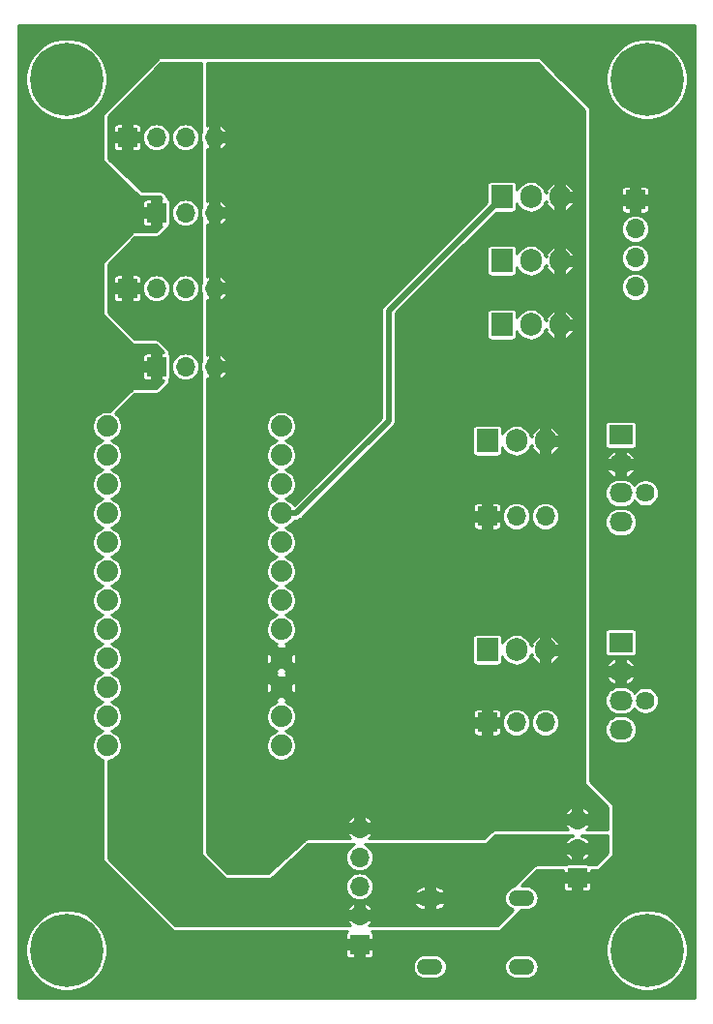
<source format=gbr>
G04 #@! TF.GenerationSoftware,KiCad,Pcbnew,(5.1.2)-2*
G04 #@! TF.CreationDate,2019-08-14T20:47:52-05:00*
G04 #@! TF.ProjectId,CorsairController,436f7273-6169-4724-936f-6e74726f6c6c,rev?*
G04 #@! TF.SameCoordinates,Original*
G04 #@! TF.FileFunction,Copper,L2,Bot*
G04 #@! TF.FilePolarity,Positive*
%FSLAX46Y46*%
G04 Gerber Fmt 4.6, Leading zero omitted, Abs format (unit mm)*
G04 Created by KiCad (PCBNEW (5.1.2)-2) date 2019-08-14 20:47:52*
%MOMM*%
%LPD*%
G04 APERTURE LIST*
%ADD10C,1.625000*%
%ADD11O,2.030000X1.730000*%
%ADD12R,2.030000X1.730000*%
%ADD13C,1.879600*%
%ADD14C,6.400000*%
%ADD15O,1.700000X1.700000*%
%ADD16R,1.700000X1.700000*%
%ADD17O,1.905000X2.000000*%
%ADD18R,1.905000X2.000000*%
%ADD19O,2.250000X1.375000*%
%ADD20C,0.800000*%
%ADD21C,0.500000*%
%ADD22C,0.250000*%
G04 APERTURE END LIST*
D10*
X159640000Y-130810000D03*
D11*
X157480000Y-133350000D03*
X157480000Y-130810000D03*
X157480000Y-128270000D03*
D12*
X157480000Y-125730000D03*
D10*
X159640000Y-112649000D03*
D11*
X157480000Y-115189000D03*
X157480000Y-112649000D03*
X157480000Y-110109000D03*
D12*
X157480000Y-107569000D03*
D13*
X127762000Y-134747000D03*
X127762000Y-132207000D03*
X127762000Y-129667000D03*
X127762000Y-127127000D03*
X127762000Y-124587000D03*
X127762000Y-122047000D03*
X127762000Y-119507000D03*
X127762000Y-116967000D03*
X127762000Y-114427000D03*
X127762000Y-111887000D03*
X127762000Y-109347000D03*
X127762000Y-106807000D03*
X112522000Y-106807000D03*
X112522000Y-109347000D03*
X112522000Y-111887000D03*
X112522000Y-114427000D03*
X112522000Y-116967000D03*
X112522000Y-119507000D03*
X112522000Y-122047000D03*
X112522000Y-124587000D03*
X112522000Y-127127000D03*
X112522000Y-129667000D03*
X112522000Y-132207000D03*
X112522000Y-134747000D03*
D14*
X159766000Y-76454000D03*
X108966000Y-76454000D03*
X108966000Y-152654000D03*
X159766000Y-152654000D03*
D15*
X121920000Y-81534000D03*
X119380000Y-81534000D03*
X116840000Y-81534000D03*
D16*
X114300000Y-81534000D03*
D15*
X121920000Y-94742000D03*
X119380000Y-94742000D03*
X116840000Y-94742000D03*
D16*
X114300000Y-94742000D03*
D15*
X150876000Y-132715000D03*
X148336000Y-132715000D03*
D16*
X145796000Y-132715000D03*
D15*
X150876000Y-114681000D03*
X148336000Y-114681000D03*
D16*
X145796000Y-114681000D03*
D17*
X152146000Y-86741000D03*
X149606000Y-86741000D03*
D18*
X147066000Y-86741000D03*
D17*
X152146000Y-92329000D03*
X149606000Y-92329000D03*
D18*
X147066000Y-92329000D03*
D17*
X150876000Y-126365000D03*
X148336000Y-126365000D03*
D18*
X145796000Y-126365000D03*
D17*
X150876000Y-108077000D03*
X148336000Y-108077000D03*
D18*
X145796000Y-108077000D03*
D17*
X152146000Y-97917000D03*
X149606000Y-97917000D03*
D18*
X147066000Y-97917000D03*
D19*
X140780000Y-154082000D03*
X148780000Y-154082000D03*
X140780000Y-148082000D03*
X148780000Y-148082000D03*
D15*
X158750000Y-94615000D03*
X158750000Y-92075000D03*
X158750000Y-89535000D03*
D16*
X158750000Y-86995000D03*
D15*
X153670000Y-141224000D03*
X153670000Y-143764000D03*
D16*
X153670000Y-146304000D03*
D15*
X121920000Y-88138000D03*
X119380000Y-88138000D03*
D16*
X116840000Y-88138000D03*
D15*
X121920000Y-101600000D03*
X119380000Y-101600000D03*
D16*
X116840000Y-101600000D03*
D15*
X134620000Y-141986000D03*
X134620000Y-144526000D03*
X134620000Y-147066000D03*
X134620000Y-149606000D03*
D16*
X134620000Y-152146000D03*
D20*
X124460000Y-137160000D03*
X134620000Y-137160000D03*
X139700000Y-132080000D03*
X124460000Y-132080000D03*
X124460000Y-127000000D03*
X124460000Y-121920000D03*
X124460000Y-111760000D03*
X124460000Y-106680000D03*
X124460000Y-101600000D03*
X124460000Y-96520000D03*
X124460000Y-91440000D03*
X124460000Y-86360000D03*
X124460000Y-81280000D03*
X129540000Y-81280000D03*
X134620000Y-81280000D03*
X139700000Y-81280000D03*
X144780000Y-81280000D03*
X149860000Y-81280000D03*
X129540000Y-86360000D03*
X134620000Y-86360000D03*
X139700000Y-86360000D03*
X134620000Y-91440000D03*
X129540000Y-91440000D03*
X129540000Y-96520000D03*
X134620000Y-96520000D03*
X129540000Y-101600000D03*
X134620000Y-101600000D03*
X139700000Y-101600000D03*
X144780000Y-101600000D03*
X139700000Y-96520000D03*
X144780000Y-96520000D03*
X144780000Y-91440000D03*
X144780000Y-86360000D03*
X129540000Y-106680000D03*
X139700000Y-106680000D03*
X134620000Y-111760000D03*
X139700000Y-111760000D03*
X139700000Y-116840000D03*
X134620000Y-116840000D03*
X134620000Y-121920000D03*
X139700000Y-121920000D03*
X129540000Y-116840000D03*
X129540000Y-132080000D03*
X144780000Y-116840000D03*
X144780000Y-111760000D03*
X144780000Y-121920000D03*
X139700000Y-91440000D03*
X134620000Y-106680000D03*
X129540000Y-111760000D03*
X139700000Y-127000000D03*
X134620000Y-127000000D03*
X129540000Y-127000000D03*
X134620000Y-132080000D03*
X139700000Y-137160000D03*
X144780000Y-137160000D03*
X149860000Y-137160000D03*
X129540000Y-121920000D03*
X149860000Y-121920000D03*
X124460000Y-116840000D03*
X129540000Y-137160000D03*
X124460000Y-142240000D03*
X129540000Y-142240000D03*
X144780000Y-142240000D03*
X139700000Y-142240000D03*
X124460000Y-76200000D03*
X129540000Y-76200000D03*
X134620000Y-76200000D03*
X139700000Y-76200000D03*
X144780000Y-76200000D03*
X149860000Y-76200000D03*
D21*
X147066000Y-86788500D02*
X137160000Y-96694500D01*
X147066000Y-86741000D02*
X147066000Y-86788500D01*
X129091077Y-114427000D02*
X137160000Y-106358077D01*
X127762000Y-114427000D02*
X129091077Y-114427000D01*
X137160000Y-106358077D02*
X137160000Y-96694500D01*
D22*
G36*
X154311000Y-79149330D02*
G01*
X154311000Y-137922000D01*
X154318206Y-137995159D01*
X154339545Y-138065506D01*
X154374199Y-138130339D01*
X154420835Y-138187165D01*
X156343000Y-140109330D01*
X156343000Y-142119000D01*
X154498017Y-142119000D01*
X154599082Y-142022419D01*
X154736994Y-141825823D01*
X154763169Y-141776815D01*
X154737287Y-141599000D01*
X154045000Y-141599000D01*
X154045000Y-141619000D01*
X153295000Y-141619000D01*
X153295000Y-141599000D01*
X152602713Y-141599000D01*
X152576831Y-141776815D01*
X152603006Y-141825823D01*
X152740918Y-142022419D01*
X152841983Y-142119000D01*
X146431000Y-142119000D01*
X146357841Y-142126206D01*
X146287494Y-142147545D01*
X146222661Y-142182199D01*
X146165835Y-142228835D01*
X145513670Y-142881000D01*
X135448017Y-142881000D01*
X135549082Y-142784419D01*
X135686994Y-142587823D01*
X135713169Y-142538815D01*
X135687287Y-142361000D01*
X134995000Y-142361000D01*
X134995000Y-142381000D01*
X134245000Y-142381000D01*
X134245000Y-142361000D01*
X133552713Y-142361000D01*
X133526831Y-142538815D01*
X133553006Y-142587823D01*
X133690918Y-142784419D01*
X133791983Y-142881000D01*
X130048000Y-142881000D01*
X129989600Y-142885575D01*
X129918456Y-142904086D01*
X129852290Y-142936121D01*
X129793645Y-142980449D01*
X126599381Y-145929000D01*
X123091330Y-145929000D01*
X121279000Y-144116670D01*
X121279000Y-141433185D01*
X133526831Y-141433185D01*
X133552713Y-141611000D01*
X134245000Y-141611000D01*
X134245000Y-140913542D01*
X134995000Y-140913542D01*
X134995000Y-141611000D01*
X135687287Y-141611000D01*
X135713169Y-141433185D01*
X135686994Y-141384177D01*
X135549082Y-141187581D01*
X135375466Y-141021668D01*
X135172818Y-140892813D01*
X134995000Y-140913542D01*
X134245000Y-140913542D01*
X134067182Y-140892813D01*
X133864534Y-141021668D01*
X133690918Y-141187581D01*
X133553006Y-141384177D01*
X133526831Y-141433185D01*
X121279000Y-141433185D01*
X121279000Y-140671185D01*
X152576831Y-140671185D01*
X152602713Y-140849000D01*
X153295000Y-140849000D01*
X153295000Y-140151542D01*
X154045000Y-140151542D01*
X154045000Y-140849000D01*
X154737287Y-140849000D01*
X154763169Y-140671185D01*
X154736994Y-140622177D01*
X154599082Y-140425581D01*
X154425466Y-140259668D01*
X154222818Y-140130813D01*
X154045000Y-140151542D01*
X153295000Y-140151542D01*
X153117182Y-140130813D01*
X152914534Y-140259668D01*
X152740918Y-140425581D01*
X152603006Y-140622177D01*
X152576831Y-140671185D01*
X121279000Y-140671185D01*
X121279000Y-132077503D01*
X126447200Y-132077503D01*
X126447200Y-132336497D01*
X126497727Y-132590513D01*
X126596839Y-132829791D01*
X126740728Y-133045136D01*
X126923864Y-133228272D01*
X127139209Y-133372161D01*
X127378487Y-133471273D01*
X127407279Y-133477000D01*
X127378487Y-133482727D01*
X127139209Y-133581839D01*
X126923864Y-133725728D01*
X126740728Y-133908864D01*
X126596839Y-134124209D01*
X126497727Y-134363487D01*
X126447200Y-134617503D01*
X126447200Y-134876497D01*
X126497727Y-135130513D01*
X126596839Y-135369791D01*
X126740728Y-135585136D01*
X126923864Y-135768272D01*
X127139209Y-135912161D01*
X127378487Y-136011273D01*
X127632503Y-136061800D01*
X127891497Y-136061800D01*
X128145513Y-136011273D01*
X128384791Y-135912161D01*
X128600136Y-135768272D01*
X128783272Y-135585136D01*
X128927161Y-135369791D01*
X129026273Y-135130513D01*
X129076800Y-134876497D01*
X129076800Y-134617503D01*
X129026273Y-134363487D01*
X128927161Y-134124209D01*
X128783272Y-133908864D01*
X128600136Y-133725728D01*
X128384791Y-133581839D01*
X128344138Y-133565000D01*
X144569186Y-133565000D01*
X144576426Y-133638513D01*
X144597869Y-133709200D01*
X144632691Y-133774347D01*
X144679552Y-133831448D01*
X144736653Y-133878309D01*
X144801800Y-133913131D01*
X144872487Y-133934574D01*
X144946000Y-133941814D01*
X145327250Y-133940000D01*
X145421000Y-133846250D01*
X145421000Y-133090000D01*
X146171000Y-133090000D01*
X146171000Y-133846250D01*
X146264750Y-133940000D01*
X146646000Y-133941814D01*
X146719513Y-133934574D01*
X146790200Y-133913131D01*
X146855347Y-133878309D01*
X146912448Y-133831448D01*
X146959309Y-133774347D01*
X146994131Y-133709200D01*
X147015574Y-133638513D01*
X147022814Y-133565000D01*
X147021000Y-133183750D01*
X146927250Y-133090000D01*
X146171000Y-133090000D01*
X145421000Y-133090000D01*
X144664750Y-133090000D01*
X144571000Y-133183750D01*
X144569186Y-133565000D01*
X128344138Y-133565000D01*
X128145513Y-133482727D01*
X128116721Y-133477000D01*
X128145513Y-133471273D01*
X128384791Y-133372161D01*
X128600136Y-133228272D01*
X128783272Y-133045136D01*
X128927161Y-132829791D01*
X128974708Y-132715000D01*
X147105073Y-132715000D01*
X147128725Y-132955142D01*
X147198772Y-133186055D01*
X147312522Y-133398866D01*
X147465603Y-133585397D01*
X147652134Y-133738478D01*
X147864945Y-133852228D01*
X148095858Y-133922275D01*
X148275822Y-133940000D01*
X148396178Y-133940000D01*
X148576142Y-133922275D01*
X148807055Y-133852228D01*
X149019866Y-133738478D01*
X149206397Y-133585397D01*
X149359478Y-133398866D01*
X149473228Y-133186055D01*
X149543275Y-132955142D01*
X149566927Y-132715000D01*
X149645073Y-132715000D01*
X149668725Y-132955142D01*
X149738772Y-133186055D01*
X149852522Y-133398866D01*
X150005603Y-133585397D01*
X150192134Y-133738478D01*
X150404945Y-133852228D01*
X150635858Y-133922275D01*
X150815822Y-133940000D01*
X150936178Y-133940000D01*
X151116142Y-133922275D01*
X151347055Y-133852228D01*
X151559866Y-133738478D01*
X151746397Y-133585397D01*
X151899478Y-133398866D01*
X152013228Y-133186055D01*
X152083275Y-132955142D01*
X152106927Y-132715000D01*
X152083275Y-132474858D01*
X152013228Y-132243945D01*
X151899478Y-132031134D01*
X151746397Y-131844603D01*
X151559866Y-131691522D01*
X151347055Y-131577772D01*
X151116142Y-131507725D01*
X150936178Y-131490000D01*
X150815822Y-131490000D01*
X150635858Y-131507725D01*
X150404945Y-131577772D01*
X150192134Y-131691522D01*
X150005603Y-131844603D01*
X149852522Y-132031134D01*
X149738772Y-132243945D01*
X149668725Y-132474858D01*
X149645073Y-132715000D01*
X149566927Y-132715000D01*
X149543275Y-132474858D01*
X149473228Y-132243945D01*
X149359478Y-132031134D01*
X149206397Y-131844603D01*
X149019866Y-131691522D01*
X148807055Y-131577772D01*
X148576142Y-131507725D01*
X148396178Y-131490000D01*
X148275822Y-131490000D01*
X148095858Y-131507725D01*
X147864945Y-131577772D01*
X147652134Y-131691522D01*
X147465603Y-131844603D01*
X147312522Y-132031134D01*
X147198772Y-132243945D01*
X147128725Y-132474858D01*
X147105073Y-132715000D01*
X128974708Y-132715000D01*
X129026273Y-132590513D01*
X129076800Y-132336497D01*
X129076800Y-132077503D01*
X129034531Y-131865000D01*
X144569186Y-131865000D01*
X144571000Y-132246250D01*
X144664750Y-132340000D01*
X145421000Y-132340000D01*
X145421000Y-131583750D01*
X146171000Y-131583750D01*
X146171000Y-132340000D01*
X146927250Y-132340000D01*
X147021000Y-132246250D01*
X147022814Y-131865000D01*
X147015574Y-131791487D01*
X146994131Y-131720800D01*
X146959309Y-131655653D01*
X146912448Y-131598552D01*
X146855347Y-131551691D01*
X146790200Y-131516869D01*
X146719513Y-131495426D01*
X146646000Y-131488186D01*
X146264750Y-131490000D01*
X146171000Y-131583750D01*
X145421000Y-131583750D01*
X145327250Y-131490000D01*
X144946000Y-131488186D01*
X144872487Y-131495426D01*
X144801800Y-131516869D01*
X144736653Y-131551691D01*
X144679552Y-131598552D01*
X144632691Y-131655653D01*
X144597869Y-131720800D01*
X144576426Y-131791487D01*
X144569186Y-131865000D01*
X129034531Y-131865000D01*
X129026273Y-131823487D01*
X128927161Y-131584209D01*
X128783272Y-131368864D01*
X128600136Y-131185728D01*
X128384791Y-131041839D01*
X128145513Y-130942727D01*
X128119801Y-130937612D01*
X128203239Y-130912301D01*
X128323248Y-130758578D01*
X127762000Y-130197330D01*
X127200752Y-130758578D01*
X127320761Y-130912301D01*
X127414701Y-130935524D01*
X127378487Y-130942727D01*
X127139209Y-131041839D01*
X126923864Y-131185728D01*
X126740728Y-131368864D01*
X126596839Y-131584209D01*
X126497727Y-131823487D01*
X126447200Y-132077503D01*
X121279000Y-132077503D01*
X121279000Y-129735905D01*
X126442636Y-129735905D01*
X126481430Y-129991976D01*
X126516699Y-130108239D01*
X126670422Y-130228248D01*
X127231670Y-129667000D01*
X128292330Y-129667000D01*
X128853578Y-130228248D01*
X129007301Y-130108239D01*
X129069455Y-129856814D01*
X129081364Y-129598095D01*
X129042570Y-129342024D01*
X129007301Y-129225761D01*
X128853578Y-129105752D01*
X128292330Y-129667000D01*
X127231670Y-129667000D01*
X126670422Y-129105752D01*
X126516699Y-129225761D01*
X126454545Y-129477186D01*
X126442636Y-129735905D01*
X121279000Y-129735905D01*
X121279000Y-128218578D01*
X127200752Y-128218578D01*
X127320761Y-128372301D01*
X127410484Y-128394481D01*
X127320761Y-128421699D01*
X127200752Y-128575422D01*
X127762000Y-129136670D01*
X128323248Y-128575422D01*
X128203239Y-128421699D01*
X128113516Y-128399519D01*
X128203239Y-128372301D01*
X128323248Y-128218578D01*
X127762000Y-127657330D01*
X127200752Y-128218578D01*
X121279000Y-128218578D01*
X121279000Y-127195905D01*
X126442636Y-127195905D01*
X126481430Y-127451976D01*
X126516699Y-127568239D01*
X126670422Y-127688248D01*
X127231670Y-127127000D01*
X128292330Y-127127000D01*
X128853578Y-127688248D01*
X129007301Y-127568239D01*
X129069455Y-127316814D01*
X129081364Y-127058095D01*
X129042570Y-126802024D01*
X129007301Y-126685761D01*
X128853578Y-126565752D01*
X128292330Y-127127000D01*
X127231670Y-127127000D01*
X126670422Y-126565752D01*
X126516699Y-126685761D01*
X126454545Y-126937186D01*
X126442636Y-127195905D01*
X121279000Y-127195905D01*
X121279000Y-106677503D01*
X126447200Y-106677503D01*
X126447200Y-106936497D01*
X126497727Y-107190513D01*
X126596839Y-107429791D01*
X126740728Y-107645136D01*
X126923864Y-107828272D01*
X127139209Y-107972161D01*
X127378487Y-108071273D01*
X127407279Y-108077000D01*
X127378487Y-108082727D01*
X127139209Y-108181839D01*
X126923864Y-108325728D01*
X126740728Y-108508864D01*
X126596839Y-108724209D01*
X126497727Y-108963487D01*
X126447200Y-109217503D01*
X126447200Y-109476497D01*
X126497727Y-109730513D01*
X126596839Y-109969791D01*
X126740728Y-110185136D01*
X126923864Y-110368272D01*
X127139209Y-110512161D01*
X127378487Y-110611273D01*
X127407279Y-110617000D01*
X127378487Y-110622727D01*
X127139209Y-110721839D01*
X126923864Y-110865728D01*
X126740728Y-111048864D01*
X126596839Y-111264209D01*
X126497727Y-111503487D01*
X126447200Y-111757503D01*
X126447200Y-112016497D01*
X126497727Y-112270513D01*
X126596839Y-112509791D01*
X126740728Y-112725136D01*
X126923864Y-112908272D01*
X127139209Y-113052161D01*
X127378487Y-113151273D01*
X127407279Y-113157000D01*
X127378487Y-113162727D01*
X127139209Y-113261839D01*
X126923864Y-113405728D01*
X126740728Y-113588864D01*
X126596839Y-113804209D01*
X126497727Y-114043487D01*
X126447200Y-114297503D01*
X126447200Y-114556497D01*
X126497727Y-114810513D01*
X126596839Y-115049791D01*
X126740728Y-115265136D01*
X126923864Y-115448272D01*
X127139209Y-115592161D01*
X127378487Y-115691273D01*
X127407279Y-115697000D01*
X127378487Y-115702727D01*
X127139209Y-115801839D01*
X126923864Y-115945728D01*
X126740728Y-116128864D01*
X126596839Y-116344209D01*
X126497727Y-116583487D01*
X126447200Y-116837503D01*
X126447200Y-117096497D01*
X126497727Y-117350513D01*
X126596839Y-117589791D01*
X126740728Y-117805136D01*
X126923864Y-117988272D01*
X127139209Y-118132161D01*
X127378487Y-118231273D01*
X127407279Y-118237000D01*
X127378487Y-118242727D01*
X127139209Y-118341839D01*
X126923864Y-118485728D01*
X126740728Y-118668864D01*
X126596839Y-118884209D01*
X126497727Y-119123487D01*
X126447200Y-119377503D01*
X126447200Y-119636497D01*
X126497727Y-119890513D01*
X126596839Y-120129791D01*
X126740728Y-120345136D01*
X126923864Y-120528272D01*
X127139209Y-120672161D01*
X127378487Y-120771273D01*
X127407279Y-120777000D01*
X127378487Y-120782727D01*
X127139209Y-120881839D01*
X126923864Y-121025728D01*
X126740728Y-121208864D01*
X126596839Y-121424209D01*
X126497727Y-121663487D01*
X126447200Y-121917503D01*
X126447200Y-122176497D01*
X126497727Y-122430513D01*
X126596839Y-122669791D01*
X126740728Y-122885136D01*
X126923864Y-123068272D01*
X127139209Y-123212161D01*
X127378487Y-123311273D01*
X127407279Y-123317000D01*
X127378487Y-123322727D01*
X127139209Y-123421839D01*
X126923864Y-123565728D01*
X126740728Y-123748864D01*
X126596839Y-123964209D01*
X126497727Y-124203487D01*
X126447200Y-124457503D01*
X126447200Y-124716497D01*
X126497727Y-124970513D01*
X126596839Y-125209791D01*
X126740728Y-125425136D01*
X126923864Y-125608272D01*
X127139209Y-125752161D01*
X127378487Y-125851273D01*
X127404199Y-125856388D01*
X127320761Y-125881699D01*
X127200752Y-126035422D01*
X127762000Y-126596670D01*
X128323248Y-126035422D01*
X128203239Y-125881699D01*
X128109299Y-125858476D01*
X128145513Y-125851273D01*
X128384791Y-125752161D01*
X128600136Y-125608272D01*
X128783272Y-125425136D01*
X128823453Y-125365000D01*
X144466686Y-125365000D01*
X144466686Y-127365000D01*
X144473926Y-127438513D01*
X144495369Y-127509200D01*
X144530191Y-127574347D01*
X144577052Y-127631448D01*
X144634153Y-127678309D01*
X144699300Y-127713131D01*
X144769987Y-127734574D01*
X144843500Y-127741814D01*
X146748500Y-127741814D01*
X146822013Y-127734574D01*
X146892700Y-127713131D01*
X146957847Y-127678309D01*
X147014948Y-127631448D01*
X147061809Y-127574347D01*
X147096631Y-127509200D01*
X147118074Y-127438513D01*
X147125314Y-127365000D01*
X147125314Y-126963564D01*
X147226884Y-127153588D01*
X147392775Y-127355726D01*
X147594913Y-127521616D01*
X147825531Y-127644884D01*
X148075766Y-127720792D01*
X148336000Y-127746423D01*
X148596235Y-127720792D01*
X148846470Y-127644884D01*
X149077088Y-127521616D01*
X149279226Y-127355726D01*
X149445116Y-127153587D01*
X149568384Y-126922969D01*
X149623886Y-126740002D01*
X149689328Y-126740002D01*
X149662574Y-126936270D01*
X149788072Y-127162934D01*
X149955379Y-127360759D01*
X150158065Y-127522143D01*
X150306408Y-127611592D01*
X150501000Y-127587878D01*
X150501000Y-126740000D01*
X151251000Y-126740000D01*
X151251000Y-127587878D01*
X151445592Y-127611592D01*
X151593935Y-127522143D01*
X151796621Y-127360759D01*
X151963928Y-127162934D01*
X152089426Y-126936270D01*
X152062672Y-126740000D01*
X151251000Y-126740000D01*
X150501000Y-126740000D01*
X150481000Y-126740000D01*
X150481000Y-125990000D01*
X150501000Y-125990000D01*
X150501000Y-125142122D01*
X151251000Y-125142122D01*
X151251000Y-125990000D01*
X152062672Y-125990000D01*
X152089426Y-125793730D01*
X151963928Y-125567066D01*
X151796621Y-125369241D01*
X151593935Y-125207857D01*
X151445592Y-125118408D01*
X151251000Y-125142122D01*
X150501000Y-125142122D01*
X150306408Y-125118408D01*
X150158065Y-125207857D01*
X149955379Y-125369241D01*
X149788072Y-125567066D01*
X149662574Y-125793730D01*
X149689328Y-125989998D01*
X149623887Y-125989998D01*
X149568384Y-125807030D01*
X149445116Y-125576412D01*
X149279226Y-125374274D01*
X149077087Y-125208384D01*
X148846469Y-125085116D01*
X148596234Y-125009208D01*
X148336000Y-124983577D01*
X148075765Y-125009208D01*
X147825530Y-125085116D01*
X147594912Y-125208384D01*
X147392774Y-125374274D01*
X147226884Y-125576413D01*
X147125314Y-125766437D01*
X147125314Y-125365000D01*
X147118074Y-125291487D01*
X147096631Y-125220800D01*
X147061809Y-125155653D01*
X147014948Y-125098552D01*
X146957847Y-125051691D01*
X146892700Y-125016869D01*
X146822013Y-124995426D01*
X146748500Y-124988186D01*
X144843500Y-124988186D01*
X144769987Y-124995426D01*
X144699300Y-125016869D01*
X144634153Y-125051691D01*
X144577052Y-125098552D01*
X144530191Y-125155653D01*
X144495369Y-125220800D01*
X144473926Y-125291487D01*
X144466686Y-125365000D01*
X128823453Y-125365000D01*
X128927161Y-125209791D01*
X129026273Y-124970513D01*
X129076800Y-124716497D01*
X129076800Y-124457503D01*
X129026273Y-124203487D01*
X128927161Y-123964209D01*
X128783272Y-123748864D01*
X128600136Y-123565728D01*
X128384791Y-123421839D01*
X128145513Y-123322727D01*
X128116721Y-123317000D01*
X128145513Y-123311273D01*
X128384791Y-123212161D01*
X128600136Y-123068272D01*
X128783272Y-122885136D01*
X128927161Y-122669791D01*
X129026273Y-122430513D01*
X129076800Y-122176497D01*
X129076800Y-121917503D01*
X129026273Y-121663487D01*
X128927161Y-121424209D01*
X128783272Y-121208864D01*
X128600136Y-121025728D01*
X128384791Y-120881839D01*
X128145513Y-120782727D01*
X128116721Y-120777000D01*
X128145513Y-120771273D01*
X128384791Y-120672161D01*
X128600136Y-120528272D01*
X128783272Y-120345136D01*
X128927161Y-120129791D01*
X129026273Y-119890513D01*
X129076800Y-119636497D01*
X129076800Y-119377503D01*
X129026273Y-119123487D01*
X128927161Y-118884209D01*
X128783272Y-118668864D01*
X128600136Y-118485728D01*
X128384791Y-118341839D01*
X128145513Y-118242727D01*
X128116721Y-118237000D01*
X128145513Y-118231273D01*
X128384791Y-118132161D01*
X128600136Y-117988272D01*
X128783272Y-117805136D01*
X128927161Y-117589791D01*
X129026273Y-117350513D01*
X129076800Y-117096497D01*
X129076800Y-116837503D01*
X129026273Y-116583487D01*
X128927161Y-116344209D01*
X128783272Y-116128864D01*
X128600136Y-115945728D01*
X128384791Y-115801839D01*
X128145513Y-115702727D01*
X128116721Y-115697000D01*
X128145513Y-115691273D01*
X128384791Y-115592161D01*
X128476324Y-115531000D01*
X144569186Y-115531000D01*
X144576426Y-115604513D01*
X144597869Y-115675200D01*
X144632691Y-115740347D01*
X144679552Y-115797448D01*
X144736653Y-115844309D01*
X144801800Y-115879131D01*
X144872487Y-115900574D01*
X144946000Y-115907814D01*
X145327250Y-115906000D01*
X145421000Y-115812250D01*
X145421000Y-115056000D01*
X146171000Y-115056000D01*
X146171000Y-115812250D01*
X146264750Y-115906000D01*
X146646000Y-115907814D01*
X146719513Y-115900574D01*
X146790200Y-115879131D01*
X146855347Y-115844309D01*
X146912448Y-115797448D01*
X146959309Y-115740347D01*
X146994131Y-115675200D01*
X147015574Y-115604513D01*
X147022814Y-115531000D01*
X147021000Y-115149750D01*
X146927250Y-115056000D01*
X146171000Y-115056000D01*
X145421000Y-115056000D01*
X144664750Y-115056000D01*
X144571000Y-115149750D01*
X144569186Y-115531000D01*
X128476324Y-115531000D01*
X128600136Y-115448272D01*
X128783272Y-115265136D01*
X128925685Y-115052000D01*
X129060383Y-115052000D01*
X129091077Y-115055023D01*
X129121771Y-115052000D01*
X129121781Y-115052000D01*
X129213598Y-115042957D01*
X129331411Y-115007219D01*
X129439988Y-114949183D01*
X129535157Y-114871080D01*
X129554735Y-114847224D01*
X129720959Y-114681000D01*
X147105073Y-114681000D01*
X147128725Y-114921142D01*
X147198772Y-115152055D01*
X147312522Y-115364866D01*
X147465603Y-115551397D01*
X147652134Y-115704478D01*
X147864945Y-115818228D01*
X148095858Y-115888275D01*
X148275822Y-115906000D01*
X148396178Y-115906000D01*
X148576142Y-115888275D01*
X148807055Y-115818228D01*
X149019866Y-115704478D01*
X149206397Y-115551397D01*
X149359478Y-115364866D01*
X149473228Y-115152055D01*
X149543275Y-114921142D01*
X149566927Y-114681000D01*
X149645073Y-114681000D01*
X149668725Y-114921142D01*
X149738772Y-115152055D01*
X149852522Y-115364866D01*
X150005603Y-115551397D01*
X150192134Y-115704478D01*
X150404945Y-115818228D01*
X150635858Y-115888275D01*
X150815822Y-115906000D01*
X150936178Y-115906000D01*
X151116142Y-115888275D01*
X151347055Y-115818228D01*
X151559866Y-115704478D01*
X151746397Y-115551397D01*
X151899478Y-115364866D01*
X152013228Y-115152055D01*
X152083275Y-114921142D01*
X152106927Y-114681000D01*
X152083275Y-114440858D01*
X152013228Y-114209945D01*
X151899478Y-113997134D01*
X151746397Y-113810603D01*
X151559866Y-113657522D01*
X151347055Y-113543772D01*
X151116142Y-113473725D01*
X150936178Y-113456000D01*
X150815822Y-113456000D01*
X150635858Y-113473725D01*
X150404945Y-113543772D01*
X150192134Y-113657522D01*
X150005603Y-113810603D01*
X149852522Y-113997134D01*
X149738772Y-114209945D01*
X149668725Y-114440858D01*
X149645073Y-114681000D01*
X149566927Y-114681000D01*
X149543275Y-114440858D01*
X149473228Y-114209945D01*
X149359478Y-113997134D01*
X149206397Y-113810603D01*
X149019866Y-113657522D01*
X148807055Y-113543772D01*
X148576142Y-113473725D01*
X148396178Y-113456000D01*
X148275822Y-113456000D01*
X148095858Y-113473725D01*
X147864945Y-113543772D01*
X147652134Y-113657522D01*
X147465603Y-113810603D01*
X147312522Y-113997134D01*
X147198772Y-114209945D01*
X147128725Y-114440858D01*
X147105073Y-114681000D01*
X129720959Y-114681000D01*
X130570959Y-113831000D01*
X144569186Y-113831000D01*
X144571000Y-114212250D01*
X144664750Y-114306000D01*
X145421000Y-114306000D01*
X145421000Y-113549750D01*
X146171000Y-113549750D01*
X146171000Y-114306000D01*
X146927250Y-114306000D01*
X147021000Y-114212250D01*
X147022814Y-113831000D01*
X147015574Y-113757487D01*
X146994131Y-113686800D01*
X146959309Y-113621653D01*
X146912448Y-113564552D01*
X146855347Y-113517691D01*
X146790200Y-113482869D01*
X146719513Y-113461426D01*
X146646000Y-113454186D01*
X146264750Y-113456000D01*
X146171000Y-113549750D01*
X145421000Y-113549750D01*
X145327250Y-113456000D01*
X144946000Y-113454186D01*
X144872487Y-113461426D01*
X144801800Y-113482869D01*
X144736653Y-113517691D01*
X144679552Y-113564552D01*
X144632691Y-113621653D01*
X144597869Y-113686800D01*
X144576426Y-113757487D01*
X144569186Y-113831000D01*
X130570959Y-113831000D01*
X137324959Y-107077000D01*
X144466686Y-107077000D01*
X144466686Y-109077000D01*
X144473926Y-109150513D01*
X144495369Y-109221200D01*
X144530191Y-109286347D01*
X144577052Y-109343448D01*
X144634153Y-109390309D01*
X144699300Y-109425131D01*
X144769987Y-109446574D01*
X144843500Y-109453814D01*
X146748500Y-109453814D01*
X146822013Y-109446574D01*
X146892700Y-109425131D01*
X146957847Y-109390309D01*
X147014948Y-109343448D01*
X147061809Y-109286347D01*
X147096631Y-109221200D01*
X147118074Y-109150513D01*
X147125314Y-109077000D01*
X147125314Y-108675564D01*
X147226884Y-108865588D01*
X147392775Y-109067726D01*
X147594913Y-109233616D01*
X147825531Y-109356884D01*
X148075766Y-109432792D01*
X148336000Y-109458423D01*
X148596235Y-109432792D01*
X148846470Y-109356884D01*
X149077088Y-109233616D01*
X149279226Y-109067726D01*
X149445116Y-108865587D01*
X149568384Y-108634969D01*
X149623886Y-108452002D01*
X149689328Y-108452002D01*
X149662574Y-108648270D01*
X149788072Y-108874934D01*
X149955379Y-109072759D01*
X150158065Y-109234143D01*
X150306408Y-109323592D01*
X150501000Y-109299878D01*
X150501000Y-108452000D01*
X151251000Y-108452000D01*
X151251000Y-109299878D01*
X151445592Y-109323592D01*
X151593935Y-109234143D01*
X151796621Y-109072759D01*
X151963928Y-108874934D01*
X152089426Y-108648270D01*
X152062672Y-108452000D01*
X151251000Y-108452000D01*
X150501000Y-108452000D01*
X150481000Y-108452000D01*
X150481000Y-107702000D01*
X150501000Y-107702000D01*
X150501000Y-106854122D01*
X151251000Y-106854122D01*
X151251000Y-107702000D01*
X152062672Y-107702000D01*
X152089426Y-107505730D01*
X151963928Y-107279066D01*
X151796621Y-107081241D01*
X151593935Y-106919857D01*
X151445592Y-106830408D01*
X151251000Y-106854122D01*
X150501000Y-106854122D01*
X150306408Y-106830408D01*
X150158065Y-106919857D01*
X149955379Y-107081241D01*
X149788072Y-107279066D01*
X149662574Y-107505730D01*
X149689328Y-107701998D01*
X149623887Y-107701998D01*
X149568384Y-107519030D01*
X149445116Y-107288412D01*
X149279226Y-107086274D01*
X149077087Y-106920384D01*
X148846469Y-106797116D01*
X148596234Y-106721208D01*
X148336000Y-106695577D01*
X148075765Y-106721208D01*
X147825530Y-106797116D01*
X147594912Y-106920384D01*
X147392774Y-107086274D01*
X147226884Y-107288413D01*
X147125314Y-107478437D01*
X147125314Y-107077000D01*
X147118074Y-107003487D01*
X147096631Y-106932800D01*
X147061809Y-106867653D01*
X147014948Y-106810552D01*
X146957847Y-106763691D01*
X146892700Y-106728869D01*
X146822013Y-106707426D01*
X146748500Y-106700186D01*
X144843500Y-106700186D01*
X144769987Y-106707426D01*
X144699300Y-106728869D01*
X144634153Y-106763691D01*
X144577052Y-106810552D01*
X144530191Y-106867653D01*
X144495369Y-106932800D01*
X144473926Y-107003487D01*
X144466686Y-107077000D01*
X137324959Y-107077000D01*
X137580230Y-106821730D01*
X137604080Y-106802157D01*
X137681824Y-106707426D01*
X137682182Y-106706990D01*
X137740218Y-106598413D01*
X137775956Y-106480600D01*
X137775957Y-106480598D01*
X137785000Y-106388781D01*
X137785000Y-106388772D01*
X137788023Y-106358078D01*
X137785000Y-106327384D01*
X137785000Y-96953382D01*
X137821382Y-96917000D01*
X145736686Y-96917000D01*
X145736686Y-98917000D01*
X145743926Y-98990513D01*
X145765369Y-99061200D01*
X145800191Y-99126347D01*
X145847052Y-99183448D01*
X145904153Y-99230309D01*
X145969300Y-99265131D01*
X146039987Y-99286574D01*
X146113500Y-99293814D01*
X148018500Y-99293814D01*
X148092013Y-99286574D01*
X148162700Y-99265131D01*
X148227847Y-99230309D01*
X148284948Y-99183448D01*
X148331809Y-99126347D01*
X148366631Y-99061200D01*
X148388074Y-98990513D01*
X148395314Y-98917000D01*
X148395314Y-98515564D01*
X148496884Y-98705588D01*
X148662775Y-98907726D01*
X148864913Y-99073616D01*
X149095531Y-99196884D01*
X149345766Y-99272792D01*
X149606000Y-99298423D01*
X149866235Y-99272792D01*
X150116470Y-99196884D01*
X150347088Y-99073616D01*
X150549226Y-98907726D01*
X150715116Y-98705587D01*
X150838384Y-98474969D01*
X150893886Y-98292002D01*
X150959328Y-98292002D01*
X150932574Y-98488270D01*
X151058072Y-98714934D01*
X151225379Y-98912759D01*
X151428065Y-99074143D01*
X151576408Y-99163592D01*
X151771000Y-99139878D01*
X151771000Y-98292000D01*
X152521000Y-98292000D01*
X152521000Y-99139878D01*
X152715592Y-99163592D01*
X152863935Y-99074143D01*
X153066621Y-98912759D01*
X153233928Y-98714934D01*
X153359426Y-98488270D01*
X153332672Y-98292000D01*
X152521000Y-98292000D01*
X151771000Y-98292000D01*
X151751000Y-98292000D01*
X151751000Y-97542000D01*
X151771000Y-97542000D01*
X151771000Y-96694122D01*
X152521000Y-96694122D01*
X152521000Y-97542000D01*
X153332672Y-97542000D01*
X153359426Y-97345730D01*
X153233928Y-97119066D01*
X153066621Y-96921241D01*
X152863935Y-96759857D01*
X152715592Y-96670408D01*
X152521000Y-96694122D01*
X151771000Y-96694122D01*
X151576408Y-96670408D01*
X151428065Y-96759857D01*
X151225379Y-96921241D01*
X151058072Y-97119066D01*
X150932574Y-97345730D01*
X150959328Y-97541998D01*
X150893887Y-97541998D01*
X150838384Y-97359030D01*
X150715116Y-97128412D01*
X150549226Y-96926274D01*
X150347087Y-96760384D01*
X150116469Y-96637116D01*
X149866234Y-96561208D01*
X149606000Y-96535577D01*
X149345765Y-96561208D01*
X149095530Y-96637116D01*
X148864912Y-96760384D01*
X148662774Y-96926274D01*
X148496884Y-97128413D01*
X148395314Y-97318437D01*
X148395314Y-96917000D01*
X148388074Y-96843487D01*
X148366631Y-96772800D01*
X148331809Y-96707653D01*
X148284948Y-96650552D01*
X148227847Y-96603691D01*
X148162700Y-96568869D01*
X148092013Y-96547426D01*
X148018500Y-96540186D01*
X146113500Y-96540186D01*
X146039987Y-96547426D01*
X145969300Y-96568869D01*
X145904153Y-96603691D01*
X145847052Y-96650552D01*
X145800191Y-96707653D01*
X145765369Y-96772800D01*
X145743926Y-96843487D01*
X145736686Y-96917000D01*
X137821382Y-96917000D01*
X143409383Y-91329000D01*
X145736686Y-91329000D01*
X145736686Y-93329000D01*
X145743926Y-93402513D01*
X145765369Y-93473200D01*
X145800191Y-93538347D01*
X145847052Y-93595448D01*
X145904153Y-93642309D01*
X145969300Y-93677131D01*
X146039987Y-93698574D01*
X146113500Y-93705814D01*
X148018500Y-93705814D01*
X148092013Y-93698574D01*
X148162700Y-93677131D01*
X148227847Y-93642309D01*
X148284948Y-93595448D01*
X148331809Y-93538347D01*
X148366631Y-93473200D01*
X148388074Y-93402513D01*
X148395314Y-93329000D01*
X148395314Y-92927564D01*
X148496884Y-93117588D01*
X148662775Y-93319726D01*
X148864913Y-93485616D01*
X149095531Y-93608884D01*
X149345766Y-93684792D01*
X149606000Y-93710423D01*
X149866235Y-93684792D01*
X150116470Y-93608884D01*
X150347088Y-93485616D01*
X150549226Y-93319726D01*
X150715116Y-93117587D01*
X150838384Y-92886969D01*
X150893886Y-92704002D01*
X150959328Y-92704002D01*
X150932574Y-92900270D01*
X151058072Y-93126934D01*
X151225379Y-93324759D01*
X151428065Y-93486143D01*
X151576408Y-93575592D01*
X151771000Y-93551878D01*
X151771000Y-92704000D01*
X152521000Y-92704000D01*
X152521000Y-93551878D01*
X152715592Y-93575592D01*
X152863935Y-93486143D01*
X153066621Y-93324759D01*
X153233928Y-93126934D01*
X153359426Y-92900270D01*
X153332672Y-92704000D01*
X152521000Y-92704000D01*
X151771000Y-92704000D01*
X151751000Y-92704000D01*
X151751000Y-91954000D01*
X151771000Y-91954000D01*
X151771000Y-91106122D01*
X152521000Y-91106122D01*
X152521000Y-91954000D01*
X153332672Y-91954000D01*
X153359426Y-91757730D01*
X153233928Y-91531066D01*
X153066621Y-91333241D01*
X152863935Y-91171857D01*
X152715592Y-91082408D01*
X152521000Y-91106122D01*
X151771000Y-91106122D01*
X151576408Y-91082408D01*
X151428065Y-91171857D01*
X151225379Y-91333241D01*
X151058072Y-91531066D01*
X150932574Y-91757730D01*
X150959328Y-91953998D01*
X150893887Y-91953998D01*
X150838384Y-91771030D01*
X150715116Y-91540412D01*
X150549226Y-91338274D01*
X150347087Y-91172384D01*
X150116469Y-91049116D01*
X149866234Y-90973208D01*
X149606000Y-90947577D01*
X149345765Y-90973208D01*
X149095530Y-91049116D01*
X148864912Y-91172384D01*
X148662774Y-91338274D01*
X148496884Y-91540413D01*
X148395314Y-91730437D01*
X148395314Y-91329000D01*
X148388074Y-91255487D01*
X148366631Y-91184800D01*
X148331809Y-91119653D01*
X148284948Y-91062552D01*
X148227847Y-91015691D01*
X148162700Y-90980869D01*
X148092013Y-90959426D01*
X148018500Y-90952186D01*
X146113500Y-90952186D01*
X146039987Y-90959426D01*
X145969300Y-90980869D01*
X145904153Y-91015691D01*
X145847052Y-91062552D01*
X145800191Y-91119653D01*
X145765369Y-91184800D01*
X145743926Y-91255487D01*
X145736686Y-91329000D01*
X143409383Y-91329000D01*
X146620570Y-88117814D01*
X148018500Y-88117814D01*
X148092013Y-88110574D01*
X148162700Y-88089131D01*
X148227847Y-88054309D01*
X148284948Y-88007448D01*
X148331809Y-87950347D01*
X148366631Y-87885200D01*
X148388074Y-87814513D01*
X148395314Y-87741000D01*
X148395314Y-87339564D01*
X148496884Y-87529588D01*
X148662775Y-87731726D01*
X148864913Y-87897616D01*
X149095531Y-88020884D01*
X149345766Y-88096792D01*
X149606000Y-88122423D01*
X149866235Y-88096792D01*
X150116470Y-88020884D01*
X150347088Y-87897616D01*
X150549226Y-87731726D01*
X150715116Y-87529587D01*
X150838384Y-87298969D01*
X150893886Y-87116002D01*
X150959328Y-87116002D01*
X150932574Y-87312270D01*
X151058072Y-87538934D01*
X151225379Y-87736759D01*
X151428065Y-87898143D01*
X151576408Y-87987592D01*
X151771000Y-87963878D01*
X151771000Y-87116000D01*
X152521000Y-87116000D01*
X152521000Y-87963878D01*
X152715592Y-87987592D01*
X152863935Y-87898143D01*
X153066621Y-87736759D01*
X153233928Y-87538934D01*
X153359426Y-87312270D01*
X153332672Y-87116000D01*
X152521000Y-87116000D01*
X151771000Y-87116000D01*
X151751000Y-87116000D01*
X151751000Y-86366000D01*
X151771000Y-86366000D01*
X151771000Y-85518122D01*
X152521000Y-85518122D01*
X152521000Y-86366000D01*
X153332672Y-86366000D01*
X153359426Y-86169730D01*
X153233928Y-85943066D01*
X153066621Y-85745241D01*
X152863935Y-85583857D01*
X152715592Y-85494408D01*
X152521000Y-85518122D01*
X151771000Y-85518122D01*
X151576408Y-85494408D01*
X151428065Y-85583857D01*
X151225379Y-85745241D01*
X151058072Y-85943066D01*
X150932574Y-86169730D01*
X150959328Y-86365998D01*
X150893887Y-86365998D01*
X150838384Y-86183030D01*
X150715116Y-85952412D01*
X150549226Y-85750274D01*
X150347087Y-85584384D01*
X150116469Y-85461116D01*
X149866234Y-85385208D01*
X149606000Y-85359577D01*
X149345765Y-85385208D01*
X149095530Y-85461116D01*
X148864912Y-85584384D01*
X148662774Y-85750274D01*
X148496884Y-85952413D01*
X148395314Y-86142437D01*
X148395314Y-85741000D01*
X148388074Y-85667487D01*
X148366631Y-85596800D01*
X148331809Y-85531653D01*
X148284948Y-85474552D01*
X148227847Y-85427691D01*
X148162700Y-85392869D01*
X148092013Y-85371426D01*
X148018500Y-85364186D01*
X146113500Y-85364186D01*
X146039987Y-85371426D01*
X145969300Y-85392869D01*
X145904153Y-85427691D01*
X145847052Y-85474552D01*
X145800191Y-85531653D01*
X145765369Y-85596800D01*
X145743926Y-85667487D01*
X145736686Y-85741000D01*
X145736686Y-87233930D01*
X136739772Y-96230846D01*
X136715921Y-96250420D01*
X136696348Y-96274270D01*
X136637818Y-96345589D01*
X136579782Y-96454166D01*
X136544044Y-96571979D01*
X136531977Y-96694500D01*
X136535001Y-96725204D01*
X136535000Y-106099194D01*
X128888238Y-113745957D01*
X128783272Y-113588864D01*
X128600136Y-113405728D01*
X128384791Y-113261839D01*
X128145513Y-113162727D01*
X128116721Y-113157000D01*
X128145513Y-113151273D01*
X128384791Y-113052161D01*
X128600136Y-112908272D01*
X128783272Y-112725136D01*
X128927161Y-112509791D01*
X129026273Y-112270513D01*
X129076800Y-112016497D01*
X129076800Y-111757503D01*
X129026273Y-111503487D01*
X128927161Y-111264209D01*
X128783272Y-111048864D01*
X128600136Y-110865728D01*
X128384791Y-110721839D01*
X128145513Y-110622727D01*
X128116721Y-110617000D01*
X128145513Y-110611273D01*
X128384791Y-110512161D01*
X128600136Y-110368272D01*
X128783272Y-110185136D01*
X128927161Y-109969791D01*
X129026273Y-109730513D01*
X129076800Y-109476497D01*
X129076800Y-109217503D01*
X129026273Y-108963487D01*
X128927161Y-108724209D01*
X128783272Y-108508864D01*
X128600136Y-108325728D01*
X128384791Y-108181839D01*
X128145513Y-108082727D01*
X128116721Y-108077000D01*
X128145513Y-108071273D01*
X128384791Y-107972161D01*
X128600136Y-107828272D01*
X128783272Y-107645136D01*
X128927161Y-107429791D01*
X129026273Y-107190513D01*
X129076800Y-106936497D01*
X129076800Y-106677503D01*
X129026273Y-106423487D01*
X128927161Y-106184209D01*
X128783272Y-105968864D01*
X128600136Y-105785728D01*
X128384791Y-105641839D01*
X128145513Y-105542727D01*
X127891497Y-105492200D01*
X127632503Y-105492200D01*
X127378487Y-105542727D01*
X127139209Y-105641839D01*
X126923864Y-105785728D01*
X126740728Y-105968864D01*
X126596839Y-106184209D01*
X126497727Y-106423487D01*
X126447200Y-106677503D01*
X121279000Y-106677503D01*
X121279000Y-102639511D01*
X121318177Y-102666994D01*
X121367185Y-102693169D01*
X121545000Y-102667287D01*
X121545000Y-101975000D01*
X122295000Y-101975000D01*
X122295000Y-102667287D01*
X122472815Y-102693169D01*
X122521823Y-102666994D01*
X122718419Y-102529082D01*
X122884332Y-102355466D01*
X123013187Y-102152818D01*
X122992458Y-101975000D01*
X122295000Y-101975000D01*
X121545000Y-101975000D01*
X121525000Y-101975000D01*
X121525000Y-101225000D01*
X121545000Y-101225000D01*
X121545000Y-100532713D01*
X122295000Y-100532713D01*
X122295000Y-101225000D01*
X122992458Y-101225000D01*
X123013187Y-101047182D01*
X122884332Y-100844534D01*
X122718419Y-100670918D01*
X122521823Y-100533006D01*
X122472815Y-100506831D01*
X122295000Y-100532713D01*
X121545000Y-100532713D01*
X121367185Y-100506831D01*
X121318177Y-100533006D01*
X121279000Y-100560489D01*
X121279000Y-95781511D01*
X121318177Y-95808994D01*
X121367185Y-95835169D01*
X121545000Y-95809287D01*
X121545000Y-95117000D01*
X122295000Y-95117000D01*
X122295000Y-95809287D01*
X122472815Y-95835169D01*
X122521823Y-95808994D01*
X122718419Y-95671082D01*
X122884332Y-95497466D01*
X123013187Y-95294818D01*
X122992458Y-95117000D01*
X122295000Y-95117000D01*
X121545000Y-95117000D01*
X121525000Y-95117000D01*
X121525000Y-94367000D01*
X121545000Y-94367000D01*
X121545000Y-93674713D01*
X122295000Y-93674713D01*
X122295000Y-94367000D01*
X122992458Y-94367000D01*
X123013187Y-94189182D01*
X122884332Y-93986534D01*
X122718419Y-93812918D01*
X122521823Y-93675006D01*
X122472815Y-93648831D01*
X122295000Y-93674713D01*
X121545000Y-93674713D01*
X121367185Y-93648831D01*
X121318177Y-93675006D01*
X121279000Y-93702489D01*
X121279000Y-89177511D01*
X121318177Y-89204994D01*
X121367185Y-89231169D01*
X121545000Y-89205287D01*
X121545000Y-88513000D01*
X122295000Y-88513000D01*
X122295000Y-89205287D01*
X122472815Y-89231169D01*
X122521823Y-89204994D01*
X122718419Y-89067082D01*
X122884332Y-88893466D01*
X123013187Y-88690818D01*
X122992458Y-88513000D01*
X122295000Y-88513000D01*
X121545000Y-88513000D01*
X121525000Y-88513000D01*
X121525000Y-87763000D01*
X121545000Y-87763000D01*
X121545000Y-87070713D01*
X122295000Y-87070713D01*
X122295000Y-87763000D01*
X122992458Y-87763000D01*
X123013187Y-87585182D01*
X122884332Y-87382534D01*
X122718419Y-87208918D01*
X122521823Y-87071006D01*
X122472815Y-87044831D01*
X122295000Y-87070713D01*
X121545000Y-87070713D01*
X121367185Y-87044831D01*
X121318177Y-87071006D01*
X121279000Y-87098489D01*
X121279000Y-82573511D01*
X121318177Y-82600994D01*
X121367185Y-82627169D01*
X121545000Y-82601287D01*
X121545000Y-81909000D01*
X122295000Y-81909000D01*
X122295000Y-82601287D01*
X122472815Y-82627169D01*
X122521823Y-82600994D01*
X122718419Y-82463082D01*
X122884332Y-82289466D01*
X123013187Y-82086818D01*
X122992458Y-81909000D01*
X122295000Y-81909000D01*
X121545000Y-81909000D01*
X121525000Y-81909000D01*
X121525000Y-81159000D01*
X121545000Y-81159000D01*
X121545000Y-80466713D01*
X122295000Y-80466713D01*
X122295000Y-81159000D01*
X122992458Y-81159000D01*
X123013187Y-80981182D01*
X122884332Y-80778534D01*
X122718419Y-80604918D01*
X122521823Y-80467006D01*
X122472815Y-80440831D01*
X122295000Y-80466713D01*
X121545000Y-80466713D01*
X121367185Y-80440831D01*
X121318177Y-80467006D01*
X121279000Y-80494489D01*
X121279000Y-75051000D01*
X150212670Y-75051000D01*
X154311000Y-79149330D01*
X154311000Y-79149330D01*
G37*
X154311000Y-79149330D02*
X154311000Y-137922000D01*
X154318206Y-137995159D01*
X154339545Y-138065506D01*
X154374199Y-138130339D01*
X154420835Y-138187165D01*
X156343000Y-140109330D01*
X156343000Y-142119000D01*
X154498017Y-142119000D01*
X154599082Y-142022419D01*
X154736994Y-141825823D01*
X154763169Y-141776815D01*
X154737287Y-141599000D01*
X154045000Y-141599000D01*
X154045000Y-141619000D01*
X153295000Y-141619000D01*
X153295000Y-141599000D01*
X152602713Y-141599000D01*
X152576831Y-141776815D01*
X152603006Y-141825823D01*
X152740918Y-142022419D01*
X152841983Y-142119000D01*
X146431000Y-142119000D01*
X146357841Y-142126206D01*
X146287494Y-142147545D01*
X146222661Y-142182199D01*
X146165835Y-142228835D01*
X145513670Y-142881000D01*
X135448017Y-142881000D01*
X135549082Y-142784419D01*
X135686994Y-142587823D01*
X135713169Y-142538815D01*
X135687287Y-142361000D01*
X134995000Y-142361000D01*
X134995000Y-142381000D01*
X134245000Y-142381000D01*
X134245000Y-142361000D01*
X133552713Y-142361000D01*
X133526831Y-142538815D01*
X133553006Y-142587823D01*
X133690918Y-142784419D01*
X133791983Y-142881000D01*
X130048000Y-142881000D01*
X129989600Y-142885575D01*
X129918456Y-142904086D01*
X129852290Y-142936121D01*
X129793645Y-142980449D01*
X126599381Y-145929000D01*
X123091330Y-145929000D01*
X121279000Y-144116670D01*
X121279000Y-141433185D01*
X133526831Y-141433185D01*
X133552713Y-141611000D01*
X134245000Y-141611000D01*
X134245000Y-140913542D01*
X134995000Y-140913542D01*
X134995000Y-141611000D01*
X135687287Y-141611000D01*
X135713169Y-141433185D01*
X135686994Y-141384177D01*
X135549082Y-141187581D01*
X135375466Y-141021668D01*
X135172818Y-140892813D01*
X134995000Y-140913542D01*
X134245000Y-140913542D01*
X134067182Y-140892813D01*
X133864534Y-141021668D01*
X133690918Y-141187581D01*
X133553006Y-141384177D01*
X133526831Y-141433185D01*
X121279000Y-141433185D01*
X121279000Y-140671185D01*
X152576831Y-140671185D01*
X152602713Y-140849000D01*
X153295000Y-140849000D01*
X153295000Y-140151542D01*
X154045000Y-140151542D01*
X154045000Y-140849000D01*
X154737287Y-140849000D01*
X154763169Y-140671185D01*
X154736994Y-140622177D01*
X154599082Y-140425581D01*
X154425466Y-140259668D01*
X154222818Y-140130813D01*
X154045000Y-140151542D01*
X153295000Y-140151542D01*
X153117182Y-140130813D01*
X152914534Y-140259668D01*
X152740918Y-140425581D01*
X152603006Y-140622177D01*
X152576831Y-140671185D01*
X121279000Y-140671185D01*
X121279000Y-132077503D01*
X126447200Y-132077503D01*
X126447200Y-132336497D01*
X126497727Y-132590513D01*
X126596839Y-132829791D01*
X126740728Y-133045136D01*
X126923864Y-133228272D01*
X127139209Y-133372161D01*
X127378487Y-133471273D01*
X127407279Y-133477000D01*
X127378487Y-133482727D01*
X127139209Y-133581839D01*
X126923864Y-133725728D01*
X126740728Y-133908864D01*
X126596839Y-134124209D01*
X126497727Y-134363487D01*
X126447200Y-134617503D01*
X126447200Y-134876497D01*
X126497727Y-135130513D01*
X126596839Y-135369791D01*
X126740728Y-135585136D01*
X126923864Y-135768272D01*
X127139209Y-135912161D01*
X127378487Y-136011273D01*
X127632503Y-136061800D01*
X127891497Y-136061800D01*
X128145513Y-136011273D01*
X128384791Y-135912161D01*
X128600136Y-135768272D01*
X128783272Y-135585136D01*
X128927161Y-135369791D01*
X129026273Y-135130513D01*
X129076800Y-134876497D01*
X129076800Y-134617503D01*
X129026273Y-134363487D01*
X128927161Y-134124209D01*
X128783272Y-133908864D01*
X128600136Y-133725728D01*
X128384791Y-133581839D01*
X128344138Y-133565000D01*
X144569186Y-133565000D01*
X144576426Y-133638513D01*
X144597869Y-133709200D01*
X144632691Y-133774347D01*
X144679552Y-133831448D01*
X144736653Y-133878309D01*
X144801800Y-133913131D01*
X144872487Y-133934574D01*
X144946000Y-133941814D01*
X145327250Y-133940000D01*
X145421000Y-133846250D01*
X145421000Y-133090000D01*
X146171000Y-133090000D01*
X146171000Y-133846250D01*
X146264750Y-133940000D01*
X146646000Y-133941814D01*
X146719513Y-133934574D01*
X146790200Y-133913131D01*
X146855347Y-133878309D01*
X146912448Y-133831448D01*
X146959309Y-133774347D01*
X146994131Y-133709200D01*
X147015574Y-133638513D01*
X147022814Y-133565000D01*
X147021000Y-133183750D01*
X146927250Y-133090000D01*
X146171000Y-133090000D01*
X145421000Y-133090000D01*
X144664750Y-133090000D01*
X144571000Y-133183750D01*
X144569186Y-133565000D01*
X128344138Y-133565000D01*
X128145513Y-133482727D01*
X128116721Y-133477000D01*
X128145513Y-133471273D01*
X128384791Y-133372161D01*
X128600136Y-133228272D01*
X128783272Y-133045136D01*
X128927161Y-132829791D01*
X128974708Y-132715000D01*
X147105073Y-132715000D01*
X147128725Y-132955142D01*
X147198772Y-133186055D01*
X147312522Y-133398866D01*
X147465603Y-133585397D01*
X147652134Y-133738478D01*
X147864945Y-133852228D01*
X148095858Y-133922275D01*
X148275822Y-133940000D01*
X148396178Y-133940000D01*
X148576142Y-133922275D01*
X148807055Y-133852228D01*
X149019866Y-133738478D01*
X149206397Y-133585397D01*
X149359478Y-133398866D01*
X149473228Y-133186055D01*
X149543275Y-132955142D01*
X149566927Y-132715000D01*
X149645073Y-132715000D01*
X149668725Y-132955142D01*
X149738772Y-133186055D01*
X149852522Y-133398866D01*
X150005603Y-133585397D01*
X150192134Y-133738478D01*
X150404945Y-133852228D01*
X150635858Y-133922275D01*
X150815822Y-133940000D01*
X150936178Y-133940000D01*
X151116142Y-133922275D01*
X151347055Y-133852228D01*
X151559866Y-133738478D01*
X151746397Y-133585397D01*
X151899478Y-133398866D01*
X152013228Y-133186055D01*
X152083275Y-132955142D01*
X152106927Y-132715000D01*
X152083275Y-132474858D01*
X152013228Y-132243945D01*
X151899478Y-132031134D01*
X151746397Y-131844603D01*
X151559866Y-131691522D01*
X151347055Y-131577772D01*
X151116142Y-131507725D01*
X150936178Y-131490000D01*
X150815822Y-131490000D01*
X150635858Y-131507725D01*
X150404945Y-131577772D01*
X150192134Y-131691522D01*
X150005603Y-131844603D01*
X149852522Y-132031134D01*
X149738772Y-132243945D01*
X149668725Y-132474858D01*
X149645073Y-132715000D01*
X149566927Y-132715000D01*
X149543275Y-132474858D01*
X149473228Y-132243945D01*
X149359478Y-132031134D01*
X149206397Y-131844603D01*
X149019866Y-131691522D01*
X148807055Y-131577772D01*
X148576142Y-131507725D01*
X148396178Y-131490000D01*
X148275822Y-131490000D01*
X148095858Y-131507725D01*
X147864945Y-131577772D01*
X147652134Y-131691522D01*
X147465603Y-131844603D01*
X147312522Y-132031134D01*
X147198772Y-132243945D01*
X147128725Y-132474858D01*
X147105073Y-132715000D01*
X128974708Y-132715000D01*
X129026273Y-132590513D01*
X129076800Y-132336497D01*
X129076800Y-132077503D01*
X129034531Y-131865000D01*
X144569186Y-131865000D01*
X144571000Y-132246250D01*
X144664750Y-132340000D01*
X145421000Y-132340000D01*
X145421000Y-131583750D01*
X146171000Y-131583750D01*
X146171000Y-132340000D01*
X146927250Y-132340000D01*
X147021000Y-132246250D01*
X147022814Y-131865000D01*
X147015574Y-131791487D01*
X146994131Y-131720800D01*
X146959309Y-131655653D01*
X146912448Y-131598552D01*
X146855347Y-131551691D01*
X146790200Y-131516869D01*
X146719513Y-131495426D01*
X146646000Y-131488186D01*
X146264750Y-131490000D01*
X146171000Y-131583750D01*
X145421000Y-131583750D01*
X145327250Y-131490000D01*
X144946000Y-131488186D01*
X144872487Y-131495426D01*
X144801800Y-131516869D01*
X144736653Y-131551691D01*
X144679552Y-131598552D01*
X144632691Y-131655653D01*
X144597869Y-131720800D01*
X144576426Y-131791487D01*
X144569186Y-131865000D01*
X129034531Y-131865000D01*
X129026273Y-131823487D01*
X128927161Y-131584209D01*
X128783272Y-131368864D01*
X128600136Y-131185728D01*
X128384791Y-131041839D01*
X128145513Y-130942727D01*
X128119801Y-130937612D01*
X128203239Y-130912301D01*
X128323248Y-130758578D01*
X127762000Y-130197330D01*
X127200752Y-130758578D01*
X127320761Y-130912301D01*
X127414701Y-130935524D01*
X127378487Y-130942727D01*
X127139209Y-131041839D01*
X126923864Y-131185728D01*
X126740728Y-131368864D01*
X126596839Y-131584209D01*
X126497727Y-131823487D01*
X126447200Y-132077503D01*
X121279000Y-132077503D01*
X121279000Y-129735905D01*
X126442636Y-129735905D01*
X126481430Y-129991976D01*
X126516699Y-130108239D01*
X126670422Y-130228248D01*
X127231670Y-129667000D01*
X128292330Y-129667000D01*
X128853578Y-130228248D01*
X129007301Y-130108239D01*
X129069455Y-129856814D01*
X129081364Y-129598095D01*
X129042570Y-129342024D01*
X129007301Y-129225761D01*
X128853578Y-129105752D01*
X128292330Y-129667000D01*
X127231670Y-129667000D01*
X126670422Y-129105752D01*
X126516699Y-129225761D01*
X126454545Y-129477186D01*
X126442636Y-129735905D01*
X121279000Y-129735905D01*
X121279000Y-128218578D01*
X127200752Y-128218578D01*
X127320761Y-128372301D01*
X127410484Y-128394481D01*
X127320761Y-128421699D01*
X127200752Y-128575422D01*
X127762000Y-129136670D01*
X128323248Y-128575422D01*
X128203239Y-128421699D01*
X128113516Y-128399519D01*
X128203239Y-128372301D01*
X128323248Y-128218578D01*
X127762000Y-127657330D01*
X127200752Y-128218578D01*
X121279000Y-128218578D01*
X121279000Y-127195905D01*
X126442636Y-127195905D01*
X126481430Y-127451976D01*
X126516699Y-127568239D01*
X126670422Y-127688248D01*
X127231670Y-127127000D01*
X128292330Y-127127000D01*
X128853578Y-127688248D01*
X129007301Y-127568239D01*
X129069455Y-127316814D01*
X129081364Y-127058095D01*
X129042570Y-126802024D01*
X129007301Y-126685761D01*
X128853578Y-126565752D01*
X128292330Y-127127000D01*
X127231670Y-127127000D01*
X126670422Y-126565752D01*
X126516699Y-126685761D01*
X126454545Y-126937186D01*
X126442636Y-127195905D01*
X121279000Y-127195905D01*
X121279000Y-106677503D01*
X126447200Y-106677503D01*
X126447200Y-106936497D01*
X126497727Y-107190513D01*
X126596839Y-107429791D01*
X126740728Y-107645136D01*
X126923864Y-107828272D01*
X127139209Y-107972161D01*
X127378487Y-108071273D01*
X127407279Y-108077000D01*
X127378487Y-108082727D01*
X127139209Y-108181839D01*
X126923864Y-108325728D01*
X126740728Y-108508864D01*
X126596839Y-108724209D01*
X126497727Y-108963487D01*
X126447200Y-109217503D01*
X126447200Y-109476497D01*
X126497727Y-109730513D01*
X126596839Y-109969791D01*
X126740728Y-110185136D01*
X126923864Y-110368272D01*
X127139209Y-110512161D01*
X127378487Y-110611273D01*
X127407279Y-110617000D01*
X127378487Y-110622727D01*
X127139209Y-110721839D01*
X126923864Y-110865728D01*
X126740728Y-111048864D01*
X126596839Y-111264209D01*
X126497727Y-111503487D01*
X126447200Y-111757503D01*
X126447200Y-112016497D01*
X126497727Y-112270513D01*
X126596839Y-112509791D01*
X126740728Y-112725136D01*
X126923864Y-112908272D01*
X127139209Y-113052161D01*
X127378487Y-113151273D01*
X127407279Y-113157000D01*
X127378487Y-113162727D01*
X127139209Y-113261839D01*
X126923864Y-113405728D01*
X126740728Y-113588864D01*
X126596839Y-113804209D01*
X126497727Y-114043487D01*
X126447200Y-114297503D01*
X126447200Y-114556497D01*
X126497727Y-114810513D01*
X126596839Y-115049791D01*
X126740728Y-115265136D01*
X126923864Y-115448272D01*
X127139209Y-115592161D01*
X127378487Y-115691273D01*
X127407279Y-115697000D01*
X127378487Y-115702727D01*
X127139209Y-115801839D01*
X126923864Y-115945728D01*
X126740728Y-116128864D01*
X126596839Y-116344209D01*
X126497727Y-116583487D01*
X126447200Y-116837503D01*
X126447200Y-117096497D01*
X126497727Y-117350513D01*
X126596839Y-117589791D01*
X126740728Y-117805136D01*
X126923864Y-117988272D01*
X127139209Y-118132161D01*
X127378487Y-118231273D01*
X127407279Y-118237000D01*
X127378487Y-118242727D01*
X127139209Y-118341839D01*
X126923864Y-118485728D01*
X126740728Y-118668864D01*
X126596839Y-118884209D01*
X126497727Y-119123487D01*
X126447200Y-119377503D01*
X126447200Y-119636497D01*
X126497727Y-119890513D01*
X126596839Y-120129791D01*
X126740728Y-120345136D01*
X126923864Y-120528272D01*
X127139209Y-120672161D01*
X127378487Y-120771273D01*
X127407279Y-120777000D01*
X127378487Y-120782727D01*
X127139209Y-120881839D01*
X126923864Y-121025728D01*
X126740728Y-121208864D01*
X126596839Y-121424209D01*
X126497727Y-121663487D01*
X126447200Y-121917503D01*
X126447200Y-122176497D01*
X126497727Y-122430513D01*
X126596839Y-122669791D01*
X126740728Y-122885136D01*
X126923864Y-123068272D01*
X127139209Y-123212161D01*
X127378487Y-123311273D01*
X127407279Y-123317000D01*
X127378487Y-123322727D01*
X127139209Y-123421839D01*
X126923864Y-123565728D01*
X126740728Y-123748864D01*
X126596839Y-123964209D01*
X126497727Y-124203487D01*
X126447200Y-124457503D01*
X126447200Y-124716497D01*
X126497727Y-124970513D01*
X126596839Y-125209791D01*
X126740728Y-125425136D01*
X126923864Y-125608272D01*
X127139209Y-125752161D01*
X127378487Y-125851273D01*
X127404199Y-125856388D01*
X127320761Y-125881699D01*
X127200752Y-126035422D01*
X127762000Y-126596670D01*
X128323248Y-126035422D01*
X128203239Y-125881699D01*
X128109299Y-125858476D01*
X128145513Y-125851273D01*
X128384791Y-125752161D01*
X128600136Y-125608272D01*
X128783272Y-125425136D01*
X128823453Y-125365000D01*
X144466686Y-125365000D01*
X144466686Y-127365000D01*
X144473926Y-127438513D01*
X144495369Y-127509200D01*
X144530191Y-127574347D01*
X144577052Y-127631448D01*
X144634153Y-127678309D01*
X144699300Y-127713131D01*
X144769987Y-127734574D01*
X144843500Y-127741814D01*
X146748500Y-127741814D01*
X146822013Y-127734574D01*
X146892700Y-127713131D01*
X146957847Y-127678309D01*
X147014948Y-127631448D01*
X147061809Y-127574347D01*
X147096631Y-127509200D01*
X147118074Y-127438513D01*
X147125314Y-127365000D01*
X147125314Y-126963564D01*
X147226884Y-127153588D01*
X147392775Y-127355726D01*
X147594913Y-127521616D01*
X147825531Y-127644884D01*
X148075766Y-127720792D01*
X148336000Y-127746423D01*
X148596235Y-127720792D01*
X148846470Y-127644884D01*
X149077088Y-127521616D01*
X149279226Y-127355726D01*
X149445116Y-127153587D01*
X149568384Y-126922969D01*
X149623886Y-126740002D01*
X149689328Y-126740002D01*
X149662574Y-126936270D01*
X149788072Y-127162934D01*
X149955379Y-127360759D01*
X150158065Y-127522143D01*
X150306408Y-127611592D01*
X150501000Y-127587878D01*
X150501000Y-126740000D01*
X151251000Y-126740000D01*
X151251000Y-127587878D01*
X151445592Y-127611592D01*
X151593935Y-127522143D01*
X151796621Y-127360759D01*
X151963928Y-127162934D01*
X152089426Y-126936270D01*
X152062672Y-126740000D01*
X151251000Y-126740000D01*
X150501000Y-126740000D01*
X150481000Y-126740000D01*
X150481000Y-125990000D01*
X150501000Y-125990000D01*
X150501000Y-125142122D01*
X151251000Y-125142122D01*
X151251000Y-125990000D01*
X152062672Y-125990000D01*
X152089426Y-125793730D01*
X151963928Y-125567066D01*
X151796621Y-125369241D01*
X151593935Y-125207857D01*
X151445592Y-125118408D01*
X151251000Y-125142122D01*
X150501000Y-125142122D01*
X150306408Y-125118408D01*
X150158065Y-125207857D01*
X149955379Y-125369241D01*
X149788072Y-125567066D01*
X149662574Y-125793730D01*
X149689328Y-125989998D01*
X149623887Y-125989998D01*
X149568384Y-125807030D01*
X149445116Y-125576412D01*
X149279226Y-125374274D01*
X149077087Y-125208384D01*
X148846469Y-125085116D01*
X148596234Y-125009208D01*
X148336000Y-124983577D01*
X148075765Y-125009208D01*
X147825530Y-125085116D01*
X147594912Y-125208384D01*
X147392774Y-125374274D01*
X147226884Y-125576413D01*
X147125314Y-125766437D01*
X147125314Y-125365000D01*
X147118074Y-125291487D01*
X147096631Y-125220800D01*
X147061809Y-125155653D01*
X147014948Y-125098552D01*
X146957847Y-125051691D01*
X146892700Y-125016869D01*
X146822013Y-124995426D01*
X146748500Y-124988186D01*
X144843500Y-124988186D01*
X144769987Y-124995426D01*
X144699300Y-125016869D01*
X144634153Y-125051691D01*
X144577052Y-125098552D01*
X144530191Y-125155653D01*
X144495369Y-125220800D01*
X144473926Y-125291487D01*
X144466686Y-125365000D01*
X128823453Y-125365000D01*
X128927161Y-125209791D01*
X129026273Y-124970513D01*
X129076800Y-124716497D01*
X129076800Y-124457503D01*
X129026273Y-124203487D01*
X128927161Y-123964209D01*
X128783272Y-123748864D01*
X128600136Y-123565728D01*
X128384791Y-123421839D01*
X128145513Y-123322727D01*
X128116721Y-123317000D01*
X128145513Y-123311273D01*
X128384791Y-123212161D01*
X128600136Y-123068272D01*
X128783272Y-122885136D01*
X128927161Y-122669791D01*
X129026273Y-122430513D01*
X129076800Y-122176497D01*
X129076800Y-121917503D01*
X129026273Y-121663487D01*
X128927161Y-121424209D01*
X128783272Y-121208864D01*
X128600136Y-121025728D01*
X128384791Y-120881839D01*
X128145513Y-120782727D01*
X128116721Y-120777000D01*
X128145513Y-120771273D01*
X128384791Y-120672161D01*
X128600136Y-120528272D01*
X128783272Y-120345136D01*
X128927161Y-120129791D01*
X129026273Y-119890513D01*
X129076800Y-119636497D01*
X129076800Y-119377503D01*
X129026273Y-119123487D01*
X128927161Y-118884209D01*
X128783272Y-118668864D01*
X128600136Y-118485728D01*
X128384791Y-118341839D01*
X128145513Y-118242727D01*
X128116721Y-118237000D01*
X128145513Y-118231273D01*
X128384791Y-118132161D01*
X128600136Y-117988272D01*
X128783272Y-117805136D01*
X128927161Y-117589791D01*
X129026273Y-117350513D01*
X129076800Y-117096497D01*
X129076800Y-116837503D01*
X129026273Y-116583487D01*
X128927161Y-116344209D01*
X128783272Y-116128864D01*
X128600136Y-115945728D01*
X128384791Y-115801839D01*
X128145513Y-115702727D01*
X128116721Y-115697000D01*
X128145513Y-115691273D01*
X128384791Y-115592161D01*
X128476324Y-115531000D01*
X144569186Y-115531000D01*
X144576426Y-115604513D01*
X144597869Y-115675200D01*
X144632691Y-115740347D01*
X144679552Y-115797448D01*
X144736653Y-115844309D01*
X144801800Y-115879131D01*
X144872487Y-115900574D01*
X144946000Y-115907814D01*
X145327250Y-115906000D01*
X145421000Y-115812250D01*
X145421000Y-115056000D01*
X146171000Y-115056000D01*
X146171000Y-115812250D01*
X146264750Y-115906000D01*
X146646000Y-115907814D01*
X146719513Y-115900574D01*
X146790200Y-115879131D01*
X146855347Y-115844309D01*
X146912448Y-115797448D01*
X146959309Y-115740347D01*
X146994131Y-115675200D01*
X147015574Y-115604513D01*
X147022814Y-115531000D01*
X147021000Y-115149750D01*
X146927250Y-115056000D01*
X146171000Y-115056000D01*
X145421000Y-115056000D01*
X144664750Y-115056000D01*
X144571000Y-115149750D01*
X144569186Y-115531000D01*
X128476324Y-115531000D01*
X128600136Y-115448272D01*
X128783272Y-115265136D01*
X128925685Y-115052000D01*
X129060383Y-115052000D01*
X129091077Y-115055023D01*
X129121771Y-115052000D01*
X129121781Y-115052000D01*
X129213598Y-115042957D01*
X129331411Y-115007219D01*
X129439988Y-114949183D01*
X129535157Y-114871080D01*
X129554735Y-114847224D01*
X129720959Y-114681000D01*
X147105073Y-114681000D01*
X147128725Y-114921142D01*
X147198772Y-115152055D01*
X147312522Y-115364866D01*
X147465603Y-115551397D01*
X147652134Y-115704478D01*
X147864945Y-115818228D01*
X148095858Y-115888275D01*
X148275822Y-115906000D01*
X148396178Y-115906000D01*
X148576142Y-115888275D01*
X148807055Y-115818228D01*
X149019866Y-115704478D01*
X149206397Y-115551397D01*
X149359478Y-115364866D01*
X149473228Y-115152055D01*
X149543275Y-114921142D01*
X149566927Y-114681000D01*
X149645073Y-114681000D01*
X149668725Y-114921142D01*
X149738772Y-115152055D01*
X149852522Y-115364866D01*
X150005603Y-115551397D01*
X150192134Y-115704478D01*
X150404945Y-115818228D01*
X150635858Y-115888275D01*
X150815822Y-115906000D01*
X150936178Y-115906000D01*
X151116142Y-115888275D01*
X151347055Y-115818228D01*
X151559866Y-115704478D01*
X151746397Y-115551397D01*
X151899478Y-115364866D01*
X152013228Y-115152055D01*
X152083275Y-114921142D01*
X152106927Y-114681000D01*
X152083275Y-114440858D01*
X152013228Y-114209945D01*
X151899478Y-113997134D01*
X151746397Y-113810603D01*
X151559866Y-113657522D01*
X151347055Y-113543772D01*
X151116142Y-113473725D01*
X150936178Y-113456000D01*
X150815822Y-113456000D01*
X150635858Y-113473725D01*
X150404945Y-113543772D01*
X150192134Y-113657522D01*
X150005603Y-113810603D01*
X149852522Y-113997134D01*
X149738772Y-114209945D01*
X149668725Y-114440858D01*
X149645073Y-114681000D01*
X149566927Y-114681000D01*
X149543275Y-114440858D01*
X149473228Y-114209945D01*
X149359478Y-113997134D01*
X149206397Y-113810603D01*
X149019866Y-113657522D01*
X148807055Y-113543772D01*
X148576142Y-113473725D01*
X148396178Y-113456000D01*
X148275822Y-113456000D01*
X148095858Y-113473725D01*
X147864945Y-113543772D01*
X147652134Y-113657522D01*
X147465603Y-113810603D01*
X147312522Y-113997134D01*
X147198772Y-114209945D01*
X147128725Y-114440858D01*
X147105073Y-114681000D01*
X129720959Y-114681000D01*
X130570959Y-113831000D01*
X144569186Y-113831000D01*
X144571000Y-114212250D01*
X144664750Y-114306000D01*
X145421000Y-114306000D01*
X145421000Y-113549750D01*
X146171000Y-113549750D01*
X146171000Y-114306000D01*
X146927250Y-114306000D01*
X147021000Y-114212250D01*
X147022814Y-113831000D01*
X147015574Y-113757487D01*
X146994131Y-113686800D01*
X146959309Y-113621653D01*
X146912448Y-113564552D01*
X146855347Y-113517691D01*
X146790200Y-113482869D01*
X146719513Y-113461426D01*
X146646000Y-113454186D01*
X146264750Y-113456000D01*
X146171000Y-113549750D01*
X145421000Y-113549750D01*
X145327250Y-113456000D01*
X144946000Y-113454186D01*
X144872487Y-113461426D01*
X144801800Y-113482869D01*
X144736653Y-113517691D01*
X144679552Y-113564552D01*
X144632691Y-113621653D01*
X144597869Y-113686800D01*
X144576426Y-113757487D01*
X144569186Y-113831000D01*
X130570959Y-113831000D01*
X137324959Y-107077000D01*
X144466686Y-107077000D01*
X144466686Y-109077000D01*
X144473926Y-109150513D01*
X144495369Y-109221200D01*
X144530191Y-109286347D01*
X144577052Y-109343448D01*
X144634153Y-109390309D01*
X144699300Y-109425131D01*
X144769987Y-109446574D01*
X144843500Y-109453814D01*
X146748500Y-109453814D01*
X146822013Y-109446574D01*
X146892700Y-109425131D01*
X146957847Y-109390309D01*
X147014948Y-109343448D01*
X147061809Y-109286347D01*
X147096631Y-109221200D01*
X147118074Y-109150513D01*
X147125314Y-109077000D01*
X147125314Y-108675564D01*
X147226884Y-108865588D01*
X147392775Y-109067726D01*
X147594913Y-109233616D01*
X147825531Y-109356884D01*
X148075766Y-109432792D01*
X148336000Y-109458423D01*
X148596235Y-109432792D01*
X148846470Y-109356884D01*
X149077088Y-109233616D01*
X149279226Y-109067726D01*
X149445116Y-108865587D01*
X149568384Y-108634969D01*
X149623886Y-108452002D01*
X149689328Y-108452002D01*
X149662574Y-108648270D01*
X149788072Y-108874934D01*
X149955379Y-109072759D01*
X150158065Y-109234143D01*
X150306408Y-109323592D01*
X150501000Y-109299878D01*
X150501000Y-108452000D01*
X151251000Y-108452000D01*
X151251000Y-109299878D01*
X151445592Y-109323592D01*
X151593935Y-109234143D01*
X151796621Y-109072759D01*
X151963928Y-108874934D01*
X152089426Y-108648270D01*
X152062672Y-108452000D01*
X151251000Y-108452000D01*
X150501000Y-108452000D01*
X150481000Y-108452000D01*
X150481000Y-107702000D01*
X150501000Y-107702000D01*
X150501000Y-106854122D01*
X151251000Y-106854122D01*
X151251000Y-107702000D01*
X152062672Y-107702000D01*
X152089426Y-107505730D01*
X151963928Y-107279066D01*
X151796621Y-107081241D01*
X151593935Y-106919857D01*
X151445592Y-106830408D01*
X151251000Y-106854122D01*
X150501000Y-106854122D01*
X150306408Y-106830408D01*
X150158065Y-106919857D01*
X149955379Y-107081241D01*
X149788072Y-107279066D01*
X149662574Y-107505730D01*
X149689328Y-107701998D01*
X149623887Y-107701998D01*
X149568384Y-107519030D01*
X149445116Y-107288412D01*
X149279226Y-107086274D01*
X149077087Y-106920384D01*
X148846469Y-106797116D01*
X148596234Y-106721208D01*
X148336000Y-106695577D01*
X148075765Y-106721208D01*
X147825530Y-106797116D01*
X147594912Y-106920384D01*
X147392774Y-107086274D01*
X147226884Y-107288413D01*
X147125314Y-107478437D01*
X147125314Y-107077000D01*
X147118074Y-107003487D01*
X147096631Y-106932800D01*
X147061809Y-106867653D01*
X147014948Y-106810552D01*
X146957847Y-106763691D01*
X146892700Y-106728869D01*
X146822013Y-106707426D01*
X146748500Y-106700186D01*
X144843500Y-106700186D01*
X144769987Y-106707426D01*
X144699300Y-106728869D01*
X144634153Y-106763691D01*
X144577052Y-106810552D01*
X144530191Y-106867653D01*
X144495369Y-106932800D01*
X144473926Y-107003487D01*
X144466686Y-107077000D01*
X137324959Y-107077000D01*
X137580230Y-106821730D01*
X137604080Y-106802157D01*
X137681824Y-106707426D01*
X137682182Y-106706990D01*
X137740218Y-106598413D01*
X137775956Y-106480600D01*
X137775957Y-106480598D01*
X137785000Y-106388781D01*
X137785000Y-106388772D01*
X137788023Y-106358078D01*
X137785000Y-106327384D01*
X137785000Y-96953382D01*
X137821382Y-96917000D01*
X145736686Y-96917000D01*
X145736686Y-98917000D01*
X145743926Y-98990513D01*
X145765369Y-99061200D01*
X145800191Y-99126347D01*
X145847052Y-99183448D01*
X145904153Y-99230309D01*
X145969300Y-99265131D01*
X146039987Y-99286574D01*
X146113500Y-99293814D01*
X148018500Y-99293814D01*
X148092013Y-99286574D01*
X148162700Y-99265131D01*
X148227847Y-99230309D01*
X148284948Y-99183448D01*
X148331809Y-99126347D01*
X148366631Y-99061200D01*
X148388074Y-98990513D01*
X148395314Y-98917000D01*
X148395314Y-98515564D01*
X148496884Y-98705588D01*
X148662775Y-98907726D01*
X148864913Y-99073616D01*
X149095531Y-99196884D01*
X149345766Y-99272792D01*
X149606000Y-99298423D01*
X149866235Y-99272792D01*
X150116470Y-99196884D01*
X150347088Y-99073616D01*
X150549226Y-98907726D01*
X150715116Y-98705587D01*
X150838384Y-98474969D01*
X150893886Y-98292002D01*
X150959328Y-98292002D01*
X150932574Y-98488270D01*
X151058072Y-98714934D01*
X151225379Y-98912759D01*
X151428065Y-99074143D01*
X151576408Y-99163592D01*
X151771000Y-99139878D01*
X151771000Y-98292000D01*
X152521000Y-98292000D01*
X152521000Y-99139878D01*
X152715592Y-99163592D01*
X152863935Y-99074143D01*
X153066621Y-98912759D01*
X153233928Y-98714934D01*
X153359426Y-98488270D01*
X153332672Y-98292000D01*
X152521000Y-98292000D01*
X151771000Y-98292000D01*
X151751000Y-98292000D01*
X151751000Y-97542000D01*
X151771000Y-97542000D01*
X151771000Y-96694122D01*
X152521000Y-96694122D01*
X152521000Y-97542000D01*
X153332672Y-97542000D01*
X153359426Y-97345730D01*
X153233928Y-97119066D01*
X153066621Y-96921241D01*
X152863935Y-96759857D01*
X152715592Y-96670408D01*
X152521000Y-96694122D01*
X151771000Y-96694122D01*
X151576408Y-96670408D01*
X151428065Y-96759857D01*
X151225379Y-96921241D01*
X151058072Y-97119066D01*
X150932574Y-97345730D01*
X150959328Y-97541998D01*
X150893887Y-97541998D01*
X150838384Y-97359030D01*
X150715116Y-97128412D01*
X150549226Y-96926274D01*
X150347087Y-96760384D01*
X150116469Y-96637116D01*
X149866234Y-96561208D01*
X149606000Y-96535577D01*
X149345765Y-96561208D01*
X149095530Y-96637116D01*
X148864912Y-96760384D01*
X148662774Y-96926274D01*
X148496884Y-97128413D01*
X148395314Y-97318437D01*
X148395314Y-96917000D01*
X148388074Y-96843487D01*
X148366631Y-96772800D01*
X148331809Y-96707653D01*
X148284948Y-96650552D01*
X148227847Y-96603691D01*
X148162700Y-96568869D01*
X148092013Y-96547426D01*
X148018500Y-96540186D01*
X146113500Y-96540186D01*
X146039987Y-96547426D01*
X145969300Y-96568869D01*
X145904153Y-96603691D01*
X145847052Y-96650552D01*
X145800191Y-96707653D01*
X145765369Y-96772800D01*
X145743926Y-96843487D01*
X145736686Y-96917000D01*
X137821382Y-96917000D01*
X143409383Y-91329000D01*
X145736686Y-91329000D01*
X145736686Y-93329000D01*
X145743926Y-93402513D01*
X145765369Y-93473200D01*
X145800191Y-93538347D01*
X145847052Y-93595448D01*
X145904153Y-93642309D01*
X145969300Y-93677131D01*
X146039987Y-93698574D01*
X146113500Y-93705814D01*
X148018500Y-93705814D01*
X148092013Y-93698574D01*
X148162700Y-93677131D01*
X148227847Y-93642309D01*
X148284948Y-93595448D01*
X148331809Y-93538347D01*
X148366631Y-93473200D01*
X148388074Y-93402513D01*
X148395314Y-93329000D01*
X148395314Y-92927564D01*
X148496884Y-93117588D01*
X148662775Y-93319726D01*
X148864913Y-93485616D01*
X149095531Y-93608884D01*
X149345766Y-93684792D01*
X149606000Y-93710423D01*
X149866235Y-93684792D01*
X150116470Y-93608884D01*
X150347088Y-93485616D01*
X150549226Y-93319726D01*
X150715116Y-93117587D01*
X150838384Y-92886969D01*
X150893886Y-92704002D01*
X150959328Y-92704002D01*
X150932574Y-92900270D01*
X151058072Y-93126934D01*
X151225379Y-93324759D01*
X151428065Y-93486143D01*
X151576408Y-93575592D01*
X151771000Y-93551878D01*
X151771000Y-92704000D01*
X152521000Y-92704000D01*
X152521000Y-93551878D01*
X152715592Y-93575592D01*
X152863935Y-93486143D01*
X153066621Y-93324759D01*
X153233928Y-93126934D01*
X153359426Y-92900270D01*
X153332672Y-92704000D01*
X152521000Y-92704000D01*
X151771000Y-92704000D01*
X151751000Y-92704000D01*
X151751000Y-91954000D01*
X151771000Y-91954000D01*
X151771000Y-91106122D01*
X152521000Y-91106122D01*
X152521000Y-91954000D01*
X153332672Y-91954000D01*
X153359426Y-91757730D01*
X153233928Y-91531066D01*
X153066621Y-91333241D01*
X152863935Y-91171857D01*
X152715592Y-91082408D01*
X152521000Y-91106122D01*
X151771000Y-91106122D01*
X151576408Y-91082408D01*
X151428065Y-91171857D01*
X151225379Y-91333241D01*
X151058072Y-91531066D01*
X150932574Y-91757730D01*
X150959328Y-91953998D01*
X150893887Y-91953998D01*
X150838384Y-91771030D01*
X150715116Y-91540412D01*
X150549226Y-91338274D01*
X150347087Y-91172384D01*
X150116469Y-91049116D01*
X149866234Y-90973208D01*
X149606000Y-90947577D01*
X149345765Y-90973208D01*
X149095530Y-91049116D01*
X148864912Y-91172384D01*
X148662774Y-91338274D01*
X148496884Y-91540413D01*
X148395314Y-91730437D01*
X148395314Y-91329000D01*
X148388074Y-91255487D01*
X148366631Y-91184800D01*
X148331809Y-91119653D01*
X148284948Y-91062552D01*
X148227847Y-91015691D01*
X148162700Y-90980869D01*
X148092013Y-90959426D01*
X148018500Y-90952186D01*
X146113500Y-90952186D01*
X146039987Y-90959426D01*
X145969300Y-90980869D01*
X145904153Y-91015691D01*
X145847052Y-91062552D01*
X145800191Y-91119653D01*
X145765369Y-91184800D01*
X145743926Y-91255487D01*
X145736686Y-91329000D01*
X143409383Y-91329000D01*
X146620570Y-88117814D01*
X148018500Y-88117814D01*
X148092013Y-88110574D01*
X148162700Y-88089131D01*
X148227847Y-88054309D01*
X148284948Y-88007448D01*
X148331809Y-87950347D01*
X148366631Y-87885200D01*
X148388074Y-87814513D01*
X148395314Y-87741000D01*
X148395314Y-87339564D01*
X148496884Y-87529588D01*
X148662775Y-87731726D01*
X148864913Y-87897616D01*
X149095531Y-88020884D01*
X149345766Y-88096792D01*
X149606000Y-88122423D01*
X149866235Y-88096792D01*
X150116470Y-88020884D01*
X150347088Y-87897616D01*
X150549226Y-87731726D01*
X150715116Y-87529587D01*
X150838384Y-87298969D01*
X150893886Y-87116002D01*
X150959328Y-87116002D01*
X150932574Y-87312270D01*
X151058072Y-87538934D01*
X151225379Y-87736759D01*
X151428065Y-87898143D01*
X151576408Y-87987592D01*
X151771000Y-87963878D01*
X151771000Y-87116000D01*
X152521000Y-87116000D01*
X152521000Y-87963878D01*
X152715592Y-87987592D01*
X152863935Y-87898143D01*
X153066621Y-87736759D01*
X153233928Y-87538934D01*
X153359426Y-87312270D01*
X153332672Y-87116000D01*
X152521000Y-87116000D01*
X151771000Y-87116000D01*
X151751000Y-87116000D01*
X151751000Y-86366000D01*
X151771000Y-86366000D01*
X151771000Y-85518122D01*
X152521000Y-85518122D01*
X152521000Y-86366000D01*
X153332672Y-86366000D01*
X153359426Y-86169730D01*
X153233928Y-85943066D01*
X153066621Y-85745241D01*
X152863935Y-85583857D01*
X152715592Y-85494408D01*
X152521000Y-85518122D01*
X151771000Y-85518122D01*
X151576408Y-85494408D01*
X151428065Y-85583857D01*
X151225379Y-85745241D01*
X151058072Y-85943066D01*
X150932574Y-86169730D01*
X150959328Y-86365998D01*
X150893887Y-86365998D01*
X150838384Y-86183030D01*
X150715116Y-85952412D01*
X150549226Y-85750274D01*
X150347087Y-85584384D01*
X150116469Y-85461116D01*
X149866234Y-85385208D01*
X149606000Y-85359577D01*
X149345765Y-85385208D01*
X149095530Y-85461116D01*
X148864912Y-85584384D01*
X148662774Y-85750274D01*
X148496884Y-85952413D01*
X148395314Y-86142437D01*
X148395314Y-85741000D01*
X148388074Y-85667487D01*
X148366631Y-85596800D01*
X148331809Y-85531653D01*
X148284948Y-85474552D01*
X148227847Y-85427691D01*
X148162700Y-85392869D01*
X148092013Y-85371426D01*
X148018500Y-85364186D01*
X146113500Y-85364186D01*
X146039987Y-85371426D01*
X145969300Y-85392869D01*
X145904153Y-85427691D01*
X145847052Y-85474552D01*
X145800191Y-85531653D01*
X145765369Y-85596800D01*
X145743926Y-85667487D01*
X145736686Y-85741000D01*
X145736686Y-87233930D01*
X136739772Y-96230846D01*
X136715921Y-96250420D01*
X136696348Y-96274270D01*
X136637818Y-96345589D01*
X136579782Y-96454166D01*
X136544044Y-96571979D01*
X136531977Y-96694500D01*
X136535001Y-96725204D01*
X136535000Y-106099194D01*
X128888238Y-113745957D01*
X128783272Y-113588864D01*
X128600136Y-113405728D01*
X128384791Y-113261839D01*
X128145513Y-113162727D01*
X128116721Y-113157000D01*
X128145513Y-113151273D01*
X128384791Y-113052161D01*
X128600136Y-112908272D01*
X128783272Y-112725136D01*
X128927161Y-112509791D01*
X129026273Y-112270513D01*
X129076800Y-112016497D01*
X129076800Y-111757503D01*
X129026273Y-111503487D01*
X128927161Y-111264209D01*
X128783272Y-111048864D01*
X128600136Y-110865728D01*
X128384791Y-110721839D01*
X128145513Y-110622727D01*
X128116721Y-110617000D01*
X128145513Y-110611273D01*
X128384791Y-110512161D01*
X128600136Y-110368272D01*
X128783272Y-110185136D01*
X128927161Y-109969791D01*
X129026273Y-109730513D01*
X129076800Y-109476497D01*
X129076800Y-109217503D01*
X129026273Y-108963487D01*
X128927161Y-108724209D01*
X128783272Y-108508864D01*
X128600136Y-108325728D01*
X128384791Y-108181839D01*
X128145513Y-108082727D01*
X128116721Y-108077000D01*
X128145513Y-108071273D01*
X128384791Y-107972161D01*
X128600136Y-107828272D01*
X128783272Y-107645136D01*
X128927161Y-107429791D01*
X129026273Y-107190513D01*
X129076800Y-106936497D01*
X129076800Y-106677503D01*
X129026273Y-106423487D01*
X128927161Y-106184209D01*
X128783272Y-105968864D01*
X128600136Y-105785728D01*
X128384791Y-105641839D01*
X128145513Y-105542727D01*
X127891497Y-105492200D01*
X127632503Y-105492200D01*
X127378487Y-105542727D01*
X127139209Y-105641839D01*
X126923864Y-105785728D01*
X126740728Y-105968864D01*
X126596839Y-106184209D01*
X126497727Y-106423487D01*
X126447200Y-106677503D01*
X121279000Y-106677503D01*
X121279000Y-102639511D01*
X121318177Y-102666994D01*
X121367185Y-102693169D01*
X121545000Y-102667287D01*
X121545000Y-101975000D01*
X122295000Y-101975000D01*
X122295000Y-102667287D01*
X122472815Y-102693169D01*
X122521823Y-102666994D01*
X122718419Y-102529082D01*
X122884332Y-102355466D01*
X123013187Y-102152818D01*
X122992458Y-101975000D01*
X122295000Y-101975000D01*
X121545000Y-101975000D01*
X121525000Y-101975000D01*
X121525000Y-101225000D01*
X121545000Y-101225000D01*
X121545000Y-100532713D01*
X122295000Y-100532713D01*
X122295000Y-101225000D01*
X122992458Y-101225000D01*
X123013187Y-101047182D01*
X122884332Y-100844534D01*
X122718419Y-100670918D01*
X122521823Y-100533006D01*
X122472815Y-100506831D01*
X122295000Y-100532713D01*
X121545000Y-100532713D01*
X121367185Y-100506831D01*
X121318177Y-100533006D01*
X121279000Y-100560489D01*
X121279000Y-95781511D01*
X121318177Y-95808994D01*
X121367185Y-95835169D01*
X121545000Y-95809287D01*
X121545000Y-95117000D01*
X122295000Y-95117000D01*
X122295000Y-95809287D01*
X122472815Y-95835169D01*
X122521823Y-95808994D01*
X122718419Y-95671082D01*
X122884332Y-95497466D01*
X123013187Y-95294818D01*
X122992458Y-95117000D01*
X122295000Y-95117000D01*
X121545000Y-95117000D01*
X121525000Y-95117000D01*
X121525000Y-94367000D01*
X121545000Y-94367000D01*
X121545000Y-93674713D01*
X122295000Y-93674713D01*
X122295000Y-94367000D01*
X122992458Y-94367000D01*
X123013187Y-94189182D01*
X122884332Y-93986534D01*
X122718419Y-93812918D01*
X122521823Y-93675006D01*
X122472815Y-93648831D01*
X122295000Y-93674713D01*
X121545000Y-93674713D01*
X121367185Y-93648831D01*
X121318177Y-93675006D01*
X121279000Y-93702489D01*
X121279000Y-89177511D01*
X121318177Y-89204994D01*
X121367185Y-89231169D01*
X121545000Y-89205287D01*
X121545000Y-88513000D01*
X122295000Y-88513000D01*
X122295000Y-89205287D01*
X122472815Y-89231169D01*
X122521823Y-89204994D01*
X122718419Y-89067082D01*
X122884332Y-88893466D01*
X123013187Y-88690818D01*
X122992458Y-88513000D01*
X122295000Y-88513000D01*
X121545000Y-88513000D01*
X121525000Y-88513000D01*
X121525000Y-87763000D01*
X121545000Y-87763000D01*
X121545000Y-87070713D01*
X122295000Y-87070713D01*
X122295000Y-87763000D01*
X122992458Y-87763000D01*
X123013187Y-87585182D01*
X122884332Y-87382534D01*
X122718419Y-87208918D01*
X122521823Y-87071006D01*
X122472815Y-87044831D01*
X122295000Y-87070713D01*
X121545000Y-87070713D01*
X121367185Y-87044831D01*
X121318177Y-87071006D01*
X121279000Y-87098489D01*
X121279000Y-82573511D01*
X121318177Y-82600994D01*
X121367185Y-82627169D01*
X121545000Y-82601287D01*
X121545000Y-81909000D01*
X122295000Y-81909000D01*
X122295000Y-82601287D01*
X122472815Y-82627169D01*
X122521823Y-82600994D01*
X122718419Y-82463082D01*
X122884332Y-82289466D01*
X123013187Y-82086818D01*
X122992458Y-81909000D01*
X122295000Y-81909000D01*
X121545000Y-81909000D01*
X121525000Y-81909000D01*
X121525000Y-81159000D01*
X121545000Y-81159000D01*
X121545000Y-80466713D01*
X122295000Y-80466713D01*
X122295000Y-81159000D01*
X122992458Y-81159000D01*
X123013187Y-80981182D01*
X122884332Y-80778534D01*
X122718419Y-80604918D01*
X122521823Y-80467006D01*
X122472815Y-80440831D01*
X122295000Y-80466713D01*
X121545000Y-80466713D01*
X121367185Y-80440831D01*
X121318177Y-80467006D01*
X121279000Y-80494489D01*
X121279000Y-75051000D01*
X150212670Y-75051000D01*
X154311000Y-79149330D01*
G36*
X120779000Y-81075380D02*
G01*
X120712725Y-81293858D01*
X120689073Y-81534000D01*
X120712725Y-81774142D01*
X120779000Y-81992620D01*
X120779000Y-87679380D01*
X120712725Y-87897858D01*
X120689073Y-88138000D01*
X120712725Y-88378142D01*
X120779000Y-88596620D01*
X120779000Y-94283380D01*
X120712725Y-94501858D01*
X120689073Y-94742000D01*
X120712725Y-94982142D01*
X120779000Y-95200620D01*
X120779000Y-101141380D01*
X120712725Y-101359858D01*
X120689073Y-101600000D01*
X120712725Y-101840142D01*
X120779000Y-102058620D01*
X120779000Y-144272000D01*
X120781402Y-144296386D01*
X120788515Y-144319835D01*
X120800066Y-144341446D01*
X120815612Y-144360388D01*
X122847612Y-146392388D01*
X122866554Y-146407934D01*
X122888165Y-146419485D01*
X122911614Y-146426598D01*
X122936000Y-146429000D01*
X126746000Y-146429000D01*
X126770386Y-146426598D01*
X126793835Y-146419485D01*
X126815446Y-146407934D01*
X126830785Y-146395850D01*
X130096873Y-143381000D01*
X134174566Y-143381000D01*
X134148945Y-143388772D01*
X133936134Y-143502522D01*
X133749603Y-143655603D01*
X133596522Y-143842134D01*
X133482772Y-144054945D01*
X133412725Y-144285858D01*
X133389073Y-144526000D01*
X133412725Y-144766142D01*
X133482772Y-144997055D01*
X133596522Y-145209866D01*
X133749603Y-145396397D01*
X133936134Y-145549478D01*
X134148945Y-145663228D01*
X134379858Y-145733275D01*
X134559822Y-145751000D01*
X134680178Y-145751000D01*
X134860142Y-145733275D01*
X135091055Y-145663228D01*
X135303866Y-145549478D01*
X135490397Y-145396397D01*
X135643478Y-145209866D01*
X135757228Y-144997055D01*
X135827275Y-144766142D01*
X135850927Y-144526000D01*
X135830325Y-144316815D01*
X152576831Y-144316815D01*
X152603006Y-144365823D01*
X152740918Y-144562419D01*
X152914534Y-144728332D01*
X153117182Y-144857187D01*
X153295000Y-144836458D01*
X153295000Y-144139000D01*
X154045000Y-144139000D01*
X154045000Y-144836458D01*
X154222818Y-144857187D01*
X154425466Y-144728332D01*
X154599082Y-144562419D01*
X154736994Y-144365823D01*
X154763169Y-144316815D01*
X154737287Y-144139000D01*
X154045000Y-144139000D01*
X153295000Y-144139000D01*
X152602713Y-144139000D01*
X152576831Y-144316815D01*
X135830325Y-144316815D01*
X135827275Y-144285858D01*
X135757228Y-144054945D01*
X135643478Y-143842134D01*
X135490397Y-143655603D01*
X135303866Y-143502522D01*
X135091055Y-143388772D01*
X135065434Y-143381000D01*
X145669000Y-143381000D01*
X145693386Y-143378598D01*
X145716835Y-143371485D01*
X145738446Y-143359934D01*
X145757388Y-143344388D01*
X146482776Y-142619000D01*
X153294998Y-142619000D01*
X153294998Y-142691542D01*
X153117182Y-142670813D01*
X152914534Y-142799668D01*
X152740918Y-142965581D01*
X152603006Y-143162177D01*
X152576831Y-143211185D01*
X152602713Y-143389000D01*
X153295000Y-143389000D01*
X153295000Y-143369000D01*
X154045000Y-143369000D01*
X154045000Y-143389000D01*
X154737287Y-143389000D01*
X154763169Y-143211185D01*
X154736994Y-143162177D01*
X154599082Y-142965581D01*
X154425466Y-142799668D01*
X154222818Y-142670813D01*
X154045002Y-142691542D01*
X154045002Y-142619000D01*
X156343000Y-142619000D01*
X156343000Y-144116670D01*
X155292670Y-145167000D01*
X154761405Y-145167000D01*
X154729347Y-145140691D01*
X154664200Y-145105869D01*
X154593513Y-145084426D01*
X154520000Y-145077186D01*
X152820000Y-145077186D01*
X152746487Y-145084426D01*
X152675800Y-145105869D01*
X152610653Y-145140691D01*
X152578595Y-145167000D01*
X150114000Y-145167000D01*
X150040841Y-145174206D01*
X149970494Y-145195545D01*
X149905661Y-145230199D01*
X149848835Y-145276835D01*
X148324835Y-146800835D01*
X148278199Y-146857661D01*
X148243545Y-146922494D01*
X148222206Y-146992841D01*
X148218887Y-147026535D01*
X148134214Y-147034874D01*
X147933932Y-147095629D01*
X147749351Y-147194290D01*
X147587565Y-147327065D01*
X147454790Y-147488851D01*
X147356129Y-147673432D01*
X147295374Y-147873714D01*
X147274860Y-148082000D01*
X147295374Y-148290286D01*
X147356129Y-148490568D01*
X147454790Y-148675149D01*
X147587565Y-148836935D01*
X147749351Y-148969710D01*
X147933932Y-149068371D01*
X148053138Y-149104532D01*
X146656670Y-150501000D01*
X135448017Y-150501000D01*
X135549082Y-150404419D01*
X135686994Y-150207823D01*
X135713169Y-150158815D01*
X135687287Y-149981000D01*
X134995000Y-149981000D01*
X134995000Y-150001000D01*
X134245000Y-150001000D01*
X134245000Y-149981000D01*
X133552713Y-149981000D01*
X133526831Y-150158815D01*
X133553006Y-150207823D01*
X133690918Y-150404419D01*
X133791983Y-150501000D01*
X118519330Y-150501000D01*
X117071515Y-149053185D01*
X133526831Y-149053185D01*
X133552713Y-149231000D01*
X134245000Y-149231000D01*
X134245000Y-148533542D01*
X134995000Y-148533542D01*
X134995000Y-149231000D01*
X135687287Y-149231000D01*
X135713169Y-149053185D01*
X135686994Y-149004177D01*
X135549082Y-148807581D01*
X135375466Y-148641668D01*
X135322357Y-148607898D01*
X139419279Y-148607898D01*
X139510782Y-148763533D01*
X139659724Y-148912698D01*
X139834904Y-149029939D01*
X140029591Y-149110752D01*
X140236303Y-149152030D01*
X140405000Y-149061719D01*
X140405000Y-148457000D01*
X141155000Y-148457000D01*
X141155000Y-149061719D01*
X141323697Y-149152030D01*
X141530409Y-149110752D01*
X141725096Y-149029939D01*
X141900276Y-148912698D01*
X142049218Y-148763533D01*
X142140721Y-148607898D01*
X142110725Y-148457000D01*
X141155000Y-148457000D01*
X140405000Y-148457000D01*
X139449275Y-148457000D01*
X139419279Y-148607898D01*
X135322357Y-148607898D01*
X135172818Y-148512813D01*
X134995000Y-148533542D01*
X134245000Y-148533542D01*
X134067182Y-148512813D01*
X133864534Y-148641668D01*
X133690918Y-148807581D01*
X133553006Y-149004177D01*
X133526831Y-149053185D01*
X117071515Y-149053185D01*
X115084330Y-147066000D01*
X133389073Y-147066000D01*
X133412725Y-147306142D01*
X133482772Y-147537055D01*
X133596522Y-147749866D01*
X133749603Y-147936397D01*
X133936134Y-148089478D01*
X134148945Y-148203228D01*
X134379858Y-148273275D01*
X134559822Y-148291000D01*
X134680178Y-148291000D01*
X134860142Y-148273275D01*
X135091055Y-148203228D01*
X135303866Y-148089478D01*
X135490397Y-147936397D01*
X135643478Y-147749866D01*
X135747047Y-147556102D01*
X139419279Y-147556102D01*
X139449275Y-147707000D01*
X140405000Y-147707000D01*
X140405000Y-147102281D01*
X141155000Y-147102281D01*
X141155000Y-147707000D01*
X142110725Y-147707000D01*
X142140721Y-147556102D01*
X142049218Y-147400467D01*
X141900276Y-147251302D01*
X141725096Y-147134061D01*
X141530409Y-147053248D01*
X141323697Y-147011970D01*
X141155000Y-147102281D01*
X140405000Y-147102281D01*
X140236303Y-147011970D01*
X140029591Y-147053248D01*
X139834904Y-147134061D01*
X139659724Y-147251302D01*
X139510782Y-147400467D01*
X139419279Y-147556102D01*
X135747047Y-147556102D01*
X135757228Y-147537055D01*
X135827275Y-147306142D01*
X135850927Y-147066000D01*
X135827275Y-146825858D01*
X135757228Y-146594945D01*
X135643478Y-146382134D01*
X135490397Y-146195603D01*
X135303866Y-146042522D01*
X135091055Y-145928772D01*
X134860142Y-145858725D01*
X134680178Y-145841000D01*
X134559822Y-145841000D01*
X134379858Y-145858725D01*
X134148945Y-145928772D01*
X133936134Y-146042522D01*
X133749603Y-146195603D01*
X133596522Y-146382134D01*
X133482772Y-146594945D01*
X133412725Y-146825858D01*
X133389073Y-147066000D01*
X115084330Y-147066000D01*
X112643000Y-144624670D01*
X112643000Y-136061800D01*
X112651497Y-136061800D01*
X112905513Y-136011273D01*
X113144791Y-135912161D01*
X113360136Y-135768272D01*
X113543272Y-135585136D01*
X113687161Y-135369791D01*
X113786273Y-135130513D01*
X113836800Y-134876497D01*
X113836800Y-134617503D01*
X113786273Y-134363487D01*
X113687161Y-134124209D01*
X113543272Y-133908864D01*
X113360136Y-133725728D01*
X113144791Y-133581839D01*
X112905513Y-133482727D01*
X112876721Y-133477000D01*
X112905513Y-133471273D01*
X113144791Y-133372161D01*
X113360136Y-133228272D01*
X113543272Y-133045136D01*
X113687161Y-132829791D01*
X113786273Y-132590513D01*
X113836800Y-132336497D01*
X113836800Y-132077503D01*
X113786273Y-131823487D01*
X113687161Y-131584209D01*
X113543272Y-131368864D01*
X113360136Y-131185728D01*
X113144791Y-131041839D01*
X112905513Y-130942727D01*
X112876721Y-130937000D01*
X112905513Y-130931273D01*
X113144791Y-130832161D01*
X113360136Y-130688272D01*
X113543272Y-130505136D01*
X113687161Y-130289791D01*
X113786273Y-130050513D01*
X113836800Y-129796497D01*
X113836800Y-129537503D01*
X113786273Y-129283487D01*
X113687161Y-129044209D01*
X113543272Y-128828864D01*
X113360136Y-128645728D01*
X113144791Y-128501839D01*
X112905513Y-128402727D01*
X112876721Y-128397000D01*
X112905513Y-128391273D01*
X113144791Y-128292161D01*
X113360136Y-128148272D01*
X113543272Y-127965136D01*
X113687161Y-127749791D01*
X113786273Y-127510513D01*
X113836800Y-127256497D01*
X113836800Y-126997503D01*
X113786273Y-126743487D01*
X113687161Y-126504209D01*
X113543272Y-126288864D01*
X113360136Y-126105728D01*
X113144791Y-125961839D01*
X112905513Y-125862727D01*
X112876721Y-125857000D01*
X112905513Y-125851273D01*
X113144791Y-125752161D01*
X113360136Y-125608272D01*
X113543272Y-125425136D01*
X113687161Y-125209791D01*
X113786273Y-124970513D01*
X113836800Y-124716497D01*
X113836800Y-124457503D01*
X113786273Y-124203487D01*
X113687161Y-123964209D01*
X113543272Y-123748864D01*
X113360136Y-123565728D01*
X113144791Y-123421839D01*
X112905513Y-123322727D01*
X112876721Y-123317000D01*
X112905513Y-123311273D01*
X113144791Y-123212161D01*
X113360136Y-123068272D01*
X113543272Y-122885136D01*
X113687161Y-122669791D01*
X113786273Y-122430513D01*
X113836800Y-122176497D01*
X113836800Y-121917503D01*
X113786273Y-121663487D01*
X113687161Y-121424209D01*
X113543272Y-121208864D01*
X113360136Y-121025728D01*
X113144791Y-120881839D01*
X112905513Y-120782727D01*
X112876721Y-120777000D01*
X112905513Y-120771273D01*
X113144791Y-120672161D01*
X113360136Y-120528272D01*
X113543272Y-120345136D01*
X113687161Y-120129791D01*
X113786273Y-119890513D01*
X113836800Y-119636497D01*
X113836800Y-119377503D01*
X113786273Y-119123487D01*
X113687161Y-118884209D01*
X113543272Y-118668864D01*
X113360136Y-118485728D01*
X113144791Y-118341839D01*
X112905513Y-118242727D01*
X112876721Y-118237000D01*
X112905513Y-118231273D01*
X113144791Y-118132161D01*
X113360136Y-117988272D01*
X113543272Y-117805136D01*
X113687161Y-117589791D01*
X113786273Y-117350513D01*
X113836800Y-117096497D01*
X113836800Y-116837503D01*
X113786273Y-116583487D01*
X113687161Y-116344209D01*
X113543272Y-116128864D01*
X113360136Y-115945728D01*
X113144791Y-115801839D01*
X112905513Y-115702727D01*
X112876721Y-115697000D01*
X112905513Y-115691273D01*
X113144791Y-115592161D01*
X113360136Y-115448272D01*
X113543272Y-115265136D01*
X113687161Y-115049791D01*
X113786273Y-114810513D01*
X113836800Y-114556497D01*
X113836800Y-114297503D01*
X113786273Y-114043487D01*
X113687161Y-113804209D01*
X113543272Y-113588864D01*
X113360136Y-113405728D01*
X113144791Y-113261839D01*
X112905513Y-113162727D01*
X112876721Y-113157000D01*
X112905513Y-113151273D01*
X113144791Y-113052161D01*
X113360136Y-112908272D01*
X113543272Y-112725136D01*
X113687161Y-112509791D01*
X113786273Y-112270513D01*
X113836800Y-112016497D01*
X113836800Y-111757503D01*
X113786273Y-111503487D01*
X113687161Y-111264209D01*
X113543272Y-111048864D01*
X113360136Y-110865728D01*
X113144791Y-110721839D01*
X112905513Y-110622727D01*
X112876721Y-110617000D01*
X112905513Y-110611273D01*
X113144791Y-110512161D01*
X113360136Y-110368272D01*
X113543272Y-110185136D01*
X113687161Y-109969791D01*
X113786273Y-109730513D01*
X113836800Y-109476497D01*
X113836800Y-109217503D01*
X113786273Y-108963487D01*
X113687161Y-108724209D01*
X113543272Y-108508864D01*
X113360136Y-108325728D01*
X113144791Y-108181839D01*
X112905513Y-108082727D01*
X112876721Y-108077000D01*
X112905513Y-108071273D01*
X113144791Y-107972161D01*
X113360136Y-107828272D01*
X113543272Y-107645136D01*
X113687161Y-107429791D01*
X113786273Y-107190513D01*
X113836800Y-106936497D01*
X113836800Y-106677503D01*
X113786273Y-106423487D01*
X113687161Y-106184209D01*
X113543272Y-105968864D01*
X113360136Y-105785728D01*
X113254911Y-105715419D01*
X114963330Y-104007000D01*
X116840000Y-104007000D01*
X116913159Y-103999794D01*
X116983506Y-103978455D01*
X117048339Y-103943801D01*
X117105165Y-103897165D01*
X117867165Y-103135165D01*
X117913801Y-103078339D01*
X117948455Y-103013506D01*
X117969794Y-102943159D01*
X117977000Y-102870000D01*
X117977000Y-102691405D01*
X118003309Y-102659347D01*
X118038131Y-102594200D01*
X118059574Y-102523513D01*
X118066814Y-102450000D01*
X118066814Y-101600000D01*
X118149073Y-101600000D01*
X118172725Y-101840142D01*
X118242772Y-102071055D01*
X118356522Y-102283866D01*
X118509603Y-102470397D01*
X118696134Y-102623478D01*
X118908945Y-102737228D01*
X119139858Y-102807275D01*
X119319822Y-102825000D01*
X119440178Y-102825000D01*
X119620142Y-102807275D01*
X119851055Y-102737228D01*
X120063866Y-102623478D01*
X120250397Y-102470397D01*
X120403478Y-102283866D01*
X120517228Y-102071055D01*
X120587275Y-101840142D01*
X120610927Y-101600000D01*
X120587275Y-101359858D01*
X120517228Y-101128945D01*
X120403478Y-100916134D01*
X120250397Y-100729603D01*
X120063866Y-100576522D01*
X119851055Y-100462772D01*
X119620142Y-100392725D01*
X119440178Y-100375000D01*
X119319822Y-100375000D01*
X119139858Y-100392725D01*
X118908945Y-100462772D01*
X118696134Y-100576522D01*
X118509603Y-100729603D01*
X118356522Y-100916134D01*
X118242772Y-101128945D01*
X118172725Y-101359858D01*
X118149073Y-101600000D01*
X118066814Y-101600000D01*
X118066814Y-100750000D01*
X118059574Y-100676487D01*
X118038131Y-100605800D01*
X118003309Y-100540653D01*
X117977000Y-100508595D01*
X117977000Y-100330000D01*
X117969794Y-100256841D01*
X117948455Y-100186494D01*
X117913801Y-100121661D01*
X117867165Y-100064835D01*
X117105165Y-99302835D01*
X117048339Y-99256199D01*
X116983506Y-99221545D01*
X116913159Y-99200206D01*
X116840000Y-99193000D01*
X114963330Y-99193000D01*
X112643000Y-96872670D01*
X112643000Y-95592000D01*
X113073186Y-95592000D01*
X113080426Y-95665513D01*
X113101869Y-95736200D01*
X113136691Y-95801347D01*
X113183552Y-95858448D01*
X113240653Y-95905309D01*
X113305800Y-95940131D01*
X113376487Y-95961574D01*
X113450000Y-95968814D01*
X113831250Y-95967000D01*
X113925000Y-95873250D01*
X113925000Y-95117000D01*
X114675000Y-95117000D01*
X114675000Y-95873250D01*
X114768750Y-95967000D01*
X115150000Y-95968814D01*
X115223513Y-95961574D01*
X115294200Y-95940131D01*
X115359347Y-95905309D01*
X115416448Y-95858448D01*
X115463309Y-95801347D01*
X115498131Y-95736200D01*
X115519574Y-95665513D01*
X115526814Y-95592000D01*
X115525000Y-95210750D01*
X115431250Y-95117000D01*
X114675000Y-95117000D01*
X113925000Y-95117000D01*
X113168750Y-95117000D01*
X113075000Y-95210750D01*
X113073186Y-95592000D01*
X112643000Y-95592000D01*
X112643000Y-94742000D01*
X115609073Y-94742000D01*
X115632725Y-94982142D01*
X115702772Y-95213055D01*
X115816522Y-95425866D01*
X115969603Y-95612397D01*
X116156134Y-95765478D01*
X116368945Y-95879228D01*
X116599858Y-95949275D01*
X116779822Y-95967000D01*
X116900178Y-95967000D01*
X117080142Y-95949275D01*
X117311055Y-95879228D01*
X117523866Y-95765478D01*
X117710397Y-95612397D01*
X117863478Y-95425866D01*
X117977228Y-95213055D01*
X118047275Y-94982142D01*
X118070927Y-94742000D01*
X118149073Y-94742000D01*
X118172725Y-94982142D01*
X118242772Y-95213055D01*
X118356522Y-95425866D01*
X118509603Y-95612397D01*
X118696134Y-95765478D01*
X118908945Y-95879228D01*
X119139858Y-95949275D01*
X119319822Y-95967000D01*
X119440178Y-95967000D01*
X119620142Y-95949275D01*
X119851055Y-95879228D01*
X120063866Y-95765478D01*
X120250397Y-95612397D01*
X120403478Y-95425866D01*
X120517228Y-95213055D01*
X120587275Y-94982142D01*
X120610927Y-94742000D01*
X120587275Y-94501858D01*
X120517228Y-94270945D01*
X120403478Y-94058134D01*
X120250397Y-93871603D01*
X120063866Y-93718522D01*
X119851055Y-93604772D01*
X119620142Y-93534725D01*
X119440178Y-93517000D01*
X119319822Y-93517000D01*
X119139858Y-93534725D01*
X118908945Y-93604772D01*
X118696134Y-93718522D01*
X118509603Y-93871603D01*
X118356522Y-94058134D01*
X118242772Y-94270945D01*
X118172725Y-94501858D01*
X118149073Y-94742000D01*
X118070927Y-94742000D01*
X118047275Y-94501858D01*
X117977228Y-94270945D01*
X117863478Y-94058134D01*
X117710397Y-93871603D01*
X117523866Y-93718522D01*
X117311055Y-93604772D01*
X117080142Y-93534725D01*
X116900178Y-93517000D01*
X116779822Y-93517000D01*
X116599858Y-93534725D01*
X116368945Y-93604772D01*
X116156134Y-93718522D01*
X115969603Y-93871603D01*
X115816522Y-94058134D01*
X115702772Y-94270945D01*
X115632725Y-94501858D01*
X115609073Y-94742000D01*
X112643000Y-94742000D01*
X112643000Y-93892000D01*
X113073186Y-93892000D01*
X113075000Y-94273250D01*
X113168750Y-94367000D01*
X113925000Y-94367000D01*
X113925000Y-93610750D01*
X114675000Y-93610750D01*
X114675000Y-94367000D01*
X115431250Y-94367000D01*
X115525000Y-94273250D01*
X115526814Y-93892000D01*
X115519574Y-93818487D01*
X115498131Y-93747800D01*
X115463309Y-93682653D01*
X115416448Y-93625552D01*
X115359347Y-93578691D01*
X115294200Y-93543869D01*
X115223513Y-93522426D01*
X115150000Y-93515186D01*
X114768750Y-93517000D01*
X114675000Y-93610750D01*
X113925000Y-93610750D01*
X113831250Y-93517000D01*
X113450000Y-93515186D01*
X113376487Y-93522426D01*
X113305800Y-93543869D01*
X113240653Y-93578691D01*
X113183552Y-93625552D01*
X113136691Y-93682653D01*
X113101869Y-93747800D01*
X113080426Y-93818487D01*
X113073186Y-93892000D01*
X112643000Y-93892000D01*
X112643000Y-92611330D01*
X114963330Y-90291000D01*
X116840000Y-90291000D01*
X116913159Y-90283794D01*
X116983506Y-90262455D01*
X117048339Y-90227801D01*
X117105165Y-90181165D01*
X117867165Y-89419165D01*
X117913801Y-89362339D01*
X117948455Y-89297506D01*
X117964488Y-89244651D01*
X118003309Y-89197347D01*
X118038131Y-89132200D01*
X118059574Y-89061513D01*
X118066814Y-88988000D01*
X118066814Y-88138000D01*
X118149073Y-88138000D01*
X118172725Y-88378142D01*
X118242772Y-88609055D01*
X118356522Y-88821866D01*
X118509603Y-89008397D01*
X118696134Y-89161478D01*
X118908945Y-89275228D01*
X119139858Y-89345275D01*
X119319822Y-89363000D01*
X119440178Y-89363000D01*
X119620142Y-89345275D01*
X119851055Y-89275228D01*
X120063866Y-89161478D01*
X120250397Y-89008397D01*
X120403478Y-88821866D01*
X120517228Y-88609055D01*
X120587275Y-88378142D01*
X120610927Y-88138000D01*
X120587275Y-87897858D01*
X120517228Y-87666945D01*
X120403478Y-87454134D01*
X120250397Y-87267603D01*
X120063866Y-87114522D01*
X119851055Y-87000772D01*
X119620142Y-86930725D01*
X119440178Y-86913000D01*
X119319822Y-86913000D01*
X119139858Y-86930725D01*
X118908945Y-87000772D01*
X118696134Y-87114522D01*
X118509603Y-87267603D01*
X118356522Y-87454134D01*
X118242772Y-87666945D01*
X118172725Y-87897858D01*
X118149073Y-88138000D01*
X118066814Y-88138000D01*
X118066814Y-87288000D01*
X118059574Y-87214487D01*
X118038131Y-87143800D01*
X118003309Y-87078653D01*
X117965770Y-87032910D01*
X117965268Y-87028932D01*
X117940131Y-86959850D01*
X117902000Y-86897000D01*
X117521000Y-86389000D01*
X117486165Y-86348835D01*
X117429339Y-86302199D01*
X117364506Y-86267545D01*
X117294159Y-86246206D01*
X117221000Y-86239000D01*
X115593866Y-86239000D01*
X112643000Y-83406169D01*
X112643000Y-82384000D01*
X113073186Y-82384000D01*
X113080426Y-82457513D01*
X113101869Y-82528200D01*
X113136691Y-82593347D01*
X113183552Y-82650448D01*
X113240653Y-82697309D01*
X113305800Y-82732131D01*
X113376487Y-82753574D01*
X113450000Y-82760814D01*
X113831250Y-82759000D01*
X113925000Y-82665250D01*
X113925000Y-81909000D01*
X114675000Y-81909000D01*
X114675000Y-82665250D01*
X114768750Y-82759000D01*
X115150000Y-82760814D01*
X115223513Y-82753574D01*
X115294200Y-82732131D01*
X115359347Y-82697309D01*
X115416448Y-82650448D01*
X115463309Y-82593347D01*
X115498131Y-82528200D01*
X115519574Y-82457513D01*
X115526814Y-82384000D01*
X115525000Y-82002750D01*
X115431250Y-81909000D01*
X114675000Y-81909000D01*
X113925000Y-81909000D01*
X113168750Y-81909000D01*
X113075000Y-82002750D01*
X113073186Y-82384000D01*
X112643000Y-82384000D01*
X112643000Y-81534000D01*
X115609073Y-81534000D01*
X115632725Y-81774142D01*
X115702772Y-82005055D01*
X115816522Y-82217866D01*
X115969603Y-82404397D01*
X116156134Y-82557478D01*
X116368945Y-82671228D01*
X116599858Y-82741275D01*
X116779822Y-82759000D01*
X116900178Y-82759000D01*
X117080142Y-82741275D01*
X117311055Y-82671228D01*
X117523866Y-82557478D01*
X117710397Y-82404397D01*
X117863478Y-82217866D01*
X117977228Y-82005055D01*
X118047275Y-81774142D01*
X118070927Y-81534000D01*
X118149073Y-81534000D01*
X118172725Y-81774142D01*
X118242772Y-82005055D01*
X118356522Y-82217866D01*
X118509603Y-82404397D01*
X118696134Y-82557478D01*
X118908945Y-82671228D01*
X119139858Y-82741275D01*
X119319822Y-82759000D01*
X119440178Y-82759000D01*
X119620142Y-82741275D01*
X119851055Y-82671228D01*
X120063866Y-82557478D01*
X120250397Y-82404397D01*
X120403478Y-82217866D01*
X120517228Y-82005055D01*
X120587275Y-81774142D01*
X120610927Y-81534000D01*
X120587275Y-81293858D01*
X120517228Y-81062945D01*
X120403478Y-80850134D01*
X120250397Y-80663603D01*
X120063866Y-80510522D01*
X119851055Y-80396772D01*
X119620142Y-80326725D01*
X119440178Y-80309000D01*
X119319822Y-80309000D01*
X119139858Y-80326725D01*
X118908945Y-80396772D01*
X118696134Y-80510522D01*
X118509603Y-80663603D01*
X118356522Y-80850134D01*
X118242772Y-81062945D01*
X118172725Y-81293858D01*
X118149073Y-81534000D01*
X118070927Y-81534000D01*
X118047275Y-81293858D01*
X117977228Y-81062945D01*
X117863478Y-80850134D01*
X117710397Y-80663603D01*
X117523866Y-80510522D01*
X117311055Y-80396772D01*
X117080142Y-80326725D01*
X116900178Y-80309000D01*
X116779822Y-80309000D01*
X116599858Y-80326725D01*
X116368945Y-80396772D01*
X116156134Y-80510522D01*
X115969603Y-80663603D01*
X115816522Y-80850134D01*
X115702772Y-81062945D01*
X115632725Y-81293858D01*
X115609073Y-81534000D01*
X112643000Y-81534000D01*
X112643000Y-80684000D01*
X113073186Y-80684000D01*
X113075000Y-81065250D01*
X113168750Y-81159000D01*
X113925000Y-81159000D01*
X113925000Y-80402750D01*
X114675000Y-80402750D01*
X114675000Y-81159000D01*
X115431250Y-81159000D01*
X115525000Y-81065250D01*
X115526814Y-80684000D01*
X115519574Y-80610487D01*
X115498131Y-80539800D01*
X115463309Y-80474653D01*
X115416448Y-80417552D01*
X115359347Y-80370691D01*
X115294200Y-80335869D01*
X115223513Y-80314426D01*
X115150000Y-80307186D01*
X114768750Y-80309000D01*
X114675000Y-80402750D01*
X113925000Y-80402750D01*
X113831250Y-80309000D01*
X113450000Y-80307186D01*
X113376487Y-80314426D01*
X113305800Y-80335869D01*
X113240653Y-80370691D01*
X113183552Y-80417552D01*
X113136691Y-80474653D01*
X113101869Y-80539800D01*
X113080426Y-80610487D01*
X113073186Y-80684000D01*
X112643000Y-80684000D01*
X112643000Y-79657330D01*
X117249330Y-75051000D01*
X120779000Y-75051000D01*
X120779000Y-81075380D01*
X120779000Y-81075380D01*
G37*
X120779000Y-81075380D02*
X120712725Y-81293858D01*
X120689073Y-81534000D01*
X120712725Y-81774142D01*
X120779000Y-81992620D01*
X120779000Y-87679380D01*
X120712725Y-87897858D01*
X120689073Y-88138000D01*
X120712725Y-88378142D01*
X120779000Y-88596620D01*
X120779000Y-94283380D01*
X120712725Y-94501858D01*
X120689073Y-94742000D01*
X120712725Y-94982142D01*
X120779000Y-95200620D01*
X120779000Y-101141380D01*
X120712725Y-101359858D01*
X120689073Y-101600000D01*
X120712725Y-101840142D01*
X120779000Y-102058620D01*
X120779000Y-144272000D01*
X120781402Y-144296386D01*
X120788515Y-144319835D01*
X120800066Y-144341446D01*
X120815612Y-144360388D01*
X122847612Y-146392388D01*
X122866554Y-146407934D01*
X122888165Y-146419485D01*
X122911614Y-146426598D01*
X122936000Y-146429000D01*
X126746000Y-146429000D01*
X126770386Y-146426598D01*
X126793835Y-146419485D01*
X126815446Y-146407934D01*
X126830785Y-146395850D01*
X130096873Y-143381000D01*
X134174566Y-143381000D01*
X134148945Y-143388772D01*
X133936134Y-143502522D01*
X133749603Y-143655603D01*
X133596522Y-143842134D01*
X133482772Y-144054945D01*
X133412725Y-144285858D01*
X133389073Y-144526000D01*
X133412725Y-144766142D01*
X133482772Y-144997055D01*
X133596522Y-145209866D01*
X133749603Y-145396397D01*
X133936134Y-145549478D01*
X134148945Y-145663228D01*
X134379858Y-145733275D01*
X134559822Y-145751000D01*
X134680178Y-145751000D01*
X134860142Y-145733275D01*
X135091055Y-145663228D01*
X135303866Y-145549478D01*
X135490397Y-145396397D01*
X135643478Y-145209866D01*
X135757228Y-144997055D01*
X135827275Y-144766142D01*
X135850927Y-144526000D01*
X135830325Y-144316815D01*
X152576831Y-144316815D01*
X152603006Y-144365823D01*
X152740918Y-144562419D01*
X152914534Y-144728332D01*
X153117182Y-144857187D01*
X153295000Y-144836458D01*
X153295000Y-144139000D01*
X154045000Y-144139000D01*
X154045000Y-144836458D01*
X154222818Y-144857187D01*
X154425466Y-144728332D01*
X154599082Y-144562419D01*
X154736994Y-144365823D01*
X154763169Y-144316815D01*
X154737287Y-144139000D01*
X154045000Y-144139000D01*
X153295000Y-144139000D01*
X152602713Y-144139000D01*
X152576831Y-144316815D01*
X135830325Y-144316815D01*
X135827275Y-144285858D01*
X135757228Y-144054945D01*
X135643478Y-143842134D01*
X135490397Y-143655603D01*
X135303866Y-143502522D01*
X135091055Y-143388772D01*
X135065434Y-143381000D01*
X145669000Y-143381000D01*
X145693386Y-143378598D01*
X145716835Y-143371485D01*
X145738446Y-143359934D01*
X145757388Y-143344388D01*
X146482776Y-142619000D01*
X153294998Y-142619000D01*
X153294998Y-142691542D01*
X153117182Y-142670813D01*
X152914534Y-142799668D01*
X152740918Y-142965581D01*
X152603006Y-143162177D01*
X152576831Y-143211185D01*
X152602713Y-143389000D01*
X153295000Y-143389000D01*
X153295000Y-143369000D01*
X154045000Y-143369000D01*
X154045000Y-143389000D01*
X154737287Y-143389000D01*
X154763169Y-143211185D01*
X154736994Y-143162177D01*
X154599082Y-142965581D01*
X154425466Y-142799668D01*
X154222818Y-142670813D01*
X154045002Y-142691542D01*
X154045002Y-142619000D01*
X156343000Y-142619000D01*
X156343000Y-144116670D01*
X155292670Y-145167000D01*
X154761405Y-145167000D01*
X154729347Y-145140691D01*
X154664200Y-145105869D01*
X154593513Y-145084426D01*
X154520000Y-145077186D01*
X152820000Y-145077186D01*
X152746487Y-145084426D01*
X152675800Y-145105869D01*
X152610653Y-145140691D01*
X152578595Y-145167000D01*
X150114000Y-145167000D01*
X150040841Y-145174206D01*
X149970494Y-145195545D01*
X149905661Y-145230199D01*
X149848835Y-145276835D01*
X148324835Y-146800835D01*
X148278199Y-146857661D01*
X148243545Y-146922494D01*
X148222206Y-146992841D01*
X148218887Y-147026535D01*
X148134214Y-147034874D01*
X147933932Y-147095629D01*
X147749351Y-147194290D01*
X147587565Y-147327065D01*
X147454790Y-147488851D01*
X147356129Y-147673432D01*
X147295374Y-147873714D01*
X147274860Y-148082000D01*
X147295374Y-148290286D01*
X147356129Y-148490568D01*
X147454790Y-148675149D01*
X147587565Y-148836935D01*
X147749351Y-148969710D01*
X147933932Y-149068371D01*
X148053138Y-149104532D01*
X146656670Y-150501000D01*
X135448017Y-150501000D01*
X135549082Y-150404419D01*
X135686994Y-150207823D01*
X135713169Y-150158815D01*
X135687287Y-149981000D01*
X134995000Y-149981000D01*
X134995000Y-150001000D01*
X134245000Y-150001000D01*
X134245000Y-149981000D01*
X133552713Y-149981000D01*
X133526831Y-150158815D01*
X133553006Y-150207823D01*
X133690918Y-150404419D01*
X133791983Y-150501000D01*
X118519330Y-150501000D01*
X117071515Y-149053185D01*
X133526831Y-149053185D01*
X133552713Y-149231000D01*
X134245000Y-149231000D01*
X134245000Y-148533542D01*
X134995000Y-148533542D01*
X134995000Y-149231000D01*
X135687287Y-149231000D01*
X135713169Y-149053185D01*
X135686994Y-149004177D01*
X135549082Y-148807581D01*
X135375466Y-148641668D01*
X135322357Y-148607898D01*
X139419279Y-148607898D01*
X139510782Y-148763533D01*
X139659724Y-148912698D01*
X139834904Y-149029939D01*
X140029591Y-149110752D01*
X140236303Y-149152030D01*
X140405000Y-149061719D01*
X140405000Y-148457000D01*
X141155000Y-148457000D01*
X141155000Y-149061719D01*
X141323697Y-149152030D01*
X141530409Y-149110752D01*
X141725096Y-149029939D01*
X141900276Y-148912698D01*
X142049218Y-148763533D01*
X142140721Y-148607898D01*
X142110725Y-148457000D01*
X141155000Y-148457000D01*
X140405000Y-148457000D01*
X139449275Y-148457000D01*
X139419279Y-148607898D01*
X135322357Y-148607898D01*
X135172818Y-148512813D01*
X134995000Y-148533542D01*
X134245000Y-148533542D01*
X134067182Y-148512813D01*
X133864534Y-148641668D01*
X133690918Y-148807581D01*
X133553006Y-149004177D01*
X133526831Y-149053185D01*
X117071515Y-149053185D01*
X115084330Y-147066000D01*
X133389073Y-147066000D01*
X133412725Y-147306142D01*
X133482772Y-147537055D01*
X133596522Y-147749866D01*
X133749603Y-147936397D01*
X133936134Y-148089478D01*
X134148945Y-148203228D01*
X134379858Y-148273275D01*
X134559822Y-148291000D01*
X134680178Y-148291000D01*
X134860142Y-148273275D01*
X135091055Y-148203228D01*
X135303866Y-148089478D01*
X135490397Y-147936397D01*
X135643478Y-147749866D01*
X135747047Y-147556102D01*
X139419279Y-147556102D01*
X139449275Y-147707000D01*
X140405000Y-147707000D01*
X140405000Y-147102281D01*
X141155000Y-147102281D01*
X141155000Y-147707000D01*
X142110725Y-147707000D01*
X142140721Y-147556102D01*
X142049218Y-147400467D01*
X141900276Y-147251302D01*
X141725096Y-147134061D01*
X141530409Y-147053248D01*
X141323697Y-147011970D01*
X141155000Y-147102281D01*
X140405000Y-147102281D01*
X140236303Y-147011970D01*
X140029591Y-147053248D01*
X139834904Y-147134061D01*
X139659724Y-147251302D01*
X139510782Y-147400467D01*
X139419279Y-147556102D01*
X135747047Y-147556102D01*
X135757228Y-147537055D01*
X135827275Y-147306142D01*
X135850927Y-147066000D01*
X135827275Y-146825858D01*
X135757228Y-146594945D01*
X135643478Y-146382134D01*
X135490397Y-146195603D01*
X135303866Y-146042522D01*
X135091055Y-145928772D01*
X134860142Y-145858725D01*
X134680178Y-145841000D01*
X134559822Y-145841000D01*
X134379858Y-145858725D01*
X134148945Y-145928772D01*
X133936134Y-146042522D01*
X133749603Y-146195603D01*
X133596522Y-146382134D01*
X133482772Y-146594945D01*
X133412725Y-146825858D01*
X133389073Y-147066000D01*
X115084330Y-147066000D01*
X112643000Y-144624670D01*
X112643000Y-136061800D01*
X112651497Y-136061800D01*
X112905513Y-136011273D01*
X113144791Y-135912161D01*
X113360136Y-135768272D01*
X113543272Y-135585136D01*
X113687161Y-135369791D01*
X113786273Y-135130513D01*
X113836800Y-134876497D01*
X113836800Y-134617503D01*
X113786273Y-134363487D01*
X113687161Y-134124209D01*
X113543272Y-133908864D01*
X113360136Y-133725728D01*
X113144791Y-133581839D01*
X112905513Y-133482727D01*
X112876721Y-133477000D01*
X112905513Y-133471273D01*
X113144791Y-133372161D01*
X113360136Y-133228272D01*
X113543272Y-133045136D01*
X113687161Y-132829791D01*
X113786273Y-132590513D01*
X113836800Y-132336497D01*
X113836800Y-132077503D01*
X113786273Y-131823487D01*
X113687161Y-131584209D01*
X113543272Y-131368864D01*
X113360136Y-131185728D01*
X113144791Y-131041839D01*
X112905513Y-130942727D01*
X112876721Y-130937000D01*
X112905513Y-130931273D01*
X113144791Y-130832161D01*
X113360136Y-130688272D01*
X113543272Y-130505136D01*
X113687161Y-130289791D01*
X113786273Y-130050513D01*
X113836800Y-129796497D01*
X113836800Y-129537503D01*
X113786273Y-129283487D01*
X113687161Y-129044209D01*
X113543272Y-128828864D01*
X113360136Y-128645728D01*
X113144791Y-128501839D01*
X112905513Y-128402727D01*
X112876721Y-128397000D01*
X112905513Y-128391273D01*
X113144791Y-128292161D01*
X113360136Y-128148272D01*
X113543272Y-127965136D01*
X113687161Y-127749791D01*
X113786273Y-127510513D01*
X113836800Y-127256497D01*
X113836800Y-126997503D01*
X113786273Y-126743487D01*
X113687161Y-126504209D01*
X113543272Y-126288864D01*
X113360136Y-126105728D01*
X113144791Y-125961839D01*
X112905513Y-125862727D01*
X112876721Y-125857000D01*
X112905513Y-125851273D01*
X113144791Y-125752161D01*
X113360136Y-125608272D01*
X113543272Y-125425136D01*
X113687161Y-125209791D01*
X113786273Y-124970513D01*
X113836800Y-124716497D01*
X113836800Y-124457503D01*
X113786273Y-124203487D01*
X113687161Y-123964209D01*
X113543272Y-123748864D01*
X113360136Y-123565728D01*
X113144791Y-123421839D01*
X112905513Y-123322727D01*
X112876721Y-123317000D01*
X112905513Y-123311273D01*
X113144791Y-123212161D01*
X113360136Y-123068272D01*
X113543272Y-122885136D01*
X113687161Y-122669791D01*
X113786273Y-122430513D01*
X113836800Y-122176497D01*
X113836800Y-121917503D01*
X113786273Y-121663487D01*
X113687161Y-121424209D01*
X113543272Y-121208864D01*
X113360136Y-121025728D01*
X113144791Y-120881839D01*
X112905513Y-120782727D01*
X112876721Y-120777000D01*
X112905513Y-120771273D01*
X113144791Y-120672161D01*
X113360136Y-120528272D01*
X113543272Y-120345136D01*
X113687161Y-120129791D01*
X113786273Y-119890513D01*
X113836800Y-119636497D01*
X113836800Y-119377503D01*
X113786273Y-119123487D01*
X113687161Y-118884209D01*
X113543272Y-118668864D01*
X113360136Y-118485728D01*
X113144791Y-118341839D01*
X112905513Y-118242727D01*
X112876721Y-118237000D01*
X112905513Y-118231273D01*
X113144791Y-118132161D01*
X113360136Y-117988272D01*
X113543272Y-117805136D01*
X113687161Y-117589791D01*
X113786273Y-117350513D01*
X113836800Y-117096497D01*
X113836800Y-116837503D01*
X113786273Y-116583487D01*
X113687161Y-116344209D01*
X113543272Y-116128864D01*
X113360136Y-115945728D01*
X113144791Y-115801839D01*
X112905513Y-115702727D01*
X112876721Y-115697000D01*
X112905513Y-115691273D01*
X113144791Y-115592161D01*
X113360136Y-115448272D01*
X113543272Y-115265136D01*
X113687161Y-115049791D01*
X113786273Y-114810513D01*
X113836800Y-114556497D01*
X113836800Y-114297503D01*
X113786273Y-114043487D01*
X113687161Y-113804209D01*
X113543272Y-113588864D01*
X113360136Y-113405728D01*
X113144791Y-113261839D01*
X112905513Y-113162727D01*
X112876721Y-113157000D01*
X112905513Y-113151273D01*
X113144791Y-113052161D01*
X113360136Y-112908272D01*
X113543272Y-112725136D01*
X113687161Y-112509791D01*
X113786273Y-112270513D01*
X113836800Y-112016497D01*
X113836800Y-111757503D01*
X113786273Y-111503487D01*
X113687161Y-111264209D01*
X113543272Y-111048864D01*
X113360136Y-110865728D01*
X113144791Y-110721839D01*
X112905513Y-110622727D01*
X112876721Y-110617000D01*
X112905513Y-110611273D01*
X113144791Y-110512161D01*
X113360136Y-110368272D01*
X113543272Y-110185136D01*
X113687161Y-109969791D01*
X113786273Y-109730513D01*
X113836800Y-109476497D01*
X113836800Y-109217503D01*
X113786273Y-108963487D01*
X113687161Y-108724209D01*
X113543272Y-108508864D01*
X113360136Y-108325728D01*
X113144791Y-108181839D01*
X112905513Y-108082727D01*
X112876721Y-108077000D01*
X112905513Y-108071273D01*
X113144791Y-107972161D01*
X113360136Y-107828272D01*
X113543272Y-107645136D01*
X113687161Y-107429791D01*
X113786273Y-107190513D01*
X113836800Y-106936497D01*
X113836800Y-106677503D01*
X113786273Y-106423487D01*
X113687161Y-106184209D01*
X113543272Y-105968864D01*
X113360136Y-105785728D01*
X113254911Y-105715419D01*
X114963330Y-104007000D01*
X116840000Y-104007000D01*
X116913159Y-103999794D01*
X116983506Y-103978455D01*
X117048339Y-103943801D01*
X117105165Y-103897165D01*
X117867165Y-103135165D01*
X117913801Y-103078339D01*
X117948455Y-103013506D01*
X117969794Y-102943159D01*
X117977000Y-102870000D01*
X117977000Y-102691405D01*
X118003309Y-102659347D01*
X118038131Y-102594200D01*
X118059574Y-102523513D01*
X118066814Y-102450000D01*
X118066814Y-101600000D01*
X118149073Y-101600000D01*
X118172725Y-101840142D01*
X118242772Y-102071055D01*
X118356522Y-102283866D01*
X118509603Y-102470397D01*
X118696134Y-102623478D01*
X118908945Y-102737228D01*
X119139858Y-102807275D01*
X119319822Y-102825000D01*
X119440178Y-102825000D01*
X119620142Y-102807275D01*
X119851055Y-102737228D01*
X120063866Y-102623478D01*
X120250397Y-102470397D01*
X120403478Y-102283866D01*
X120517228Y-102071055D01*
X120587275Y-101840142D01*
X120610927Y-101600000D01*
X120587275Y-101359858D01*
X120517228Y-101128945D01*
X120403478Y-100916134D01*
X120250397Y-100729603D01*
X120063866Y-100576522D01*
X119851055Y-100462772D01*
X119620142Y-100392725D01*
X119440178Y-100375000D01*
X119319822Y-100375000D01*
X119139858Y-100392725D01*
X118908945Y-100462772D01*
X118696134Y-100576522D01*
X118509603Y-100729603D01*
X118356522Y-100916134D01*
X118242772Y-101128945D01*
X118172725Y-101359858D01*
X118149073Y-101600000D01*
X118066814Y-101600000D01*
X118066814Y-100750000D01*
X118059574Y-100676487D01*
X118038131Y-100605800D01*
X118003309Y-100540653D01*
X117977000Y-100508595D01*
X117977000Y-100330000D01*
X117969794Y-100256841D01*
X117948455Y-100186494D01*
X117913801Y-100121661D01*
X117867165Y-100064835D01*
X117105165Y-99302835D01*
X117048339Y-99256199D01*
X116983506Y-99221545D01*
X116913159Y-99200206D01*
X116840000Y-99193000D01*
X114963330Y-99193000D01*
X112643000Y-96872670D01*
X112643000Y-95592000D01*
X113073186Y-95592000D01*
X113080426Y-95665513D01*
X113101869Y-95736200D01*
X113136691Y-95801347D01*
X113183552Y-95858448D01*
X113240653Y-95905309D01*
X113305800Y-95940131D01*
X113376487Y-95961574D01*
X113450000Y-95968814D01*
X113831250Y-95967000D01*
X113925000Y-95873250D01*
X113925000Y-95117000D01*
X114675000Y-95117000D01*
X114675000Y-95873250D01*
X114768750Y-95967000D01*
X115150000Y-95968814D01*
X115223513Y-95961574D01*
X115294200Y-95940131D01*
X115359347Y-95905309D01*
X115416448Y-95858448D01*
X115463309Y-95801347D01*
X115498131Y-95736200D01*
X115519574Y-95665513D01*
X115526814Y-95592000D01*
X115525000Y-95210750D01*
X115431250Y-95117000D01*
X114675000Y-95117000D01*
X113925000Y-95117000D01*
X113168750Y-95117000D01*
X113075000Y-95210750D01*
X113073186Y-95592000D01*
X112643000Y-95592000D01*
X112643000Y-94742000D01*
X115609073Y-94742000D01*
X115632725Y-94982142D01*
X115702772Y-95213055D01*
X115816522Y-95425866D01*
X115969603Y-95612397D01*
X116156134Y-95765478D01*
X116368945Y-95879228D01*
X116599858Y-95949275D01*
X116779822Y-95967000D01*
X116900178Y-95967000D01*
X117080142Y-95949275D01*
X117311055Y-95879228D01*
X117523866Y-95765478D01*
X117710397Y-95612397D01*
X117863478Y-95425866D01*
X117977228Y-95213055D01*
X118047275Y-94982142D01*
X118070927Y-94742000D01*
X118149073Y-94742000D01*
X118172725Y-94982142D01*
X118242772Y-95213055D01*
X118356522Y-95425866D01*
X118509603Y-95612397D01*
X118696134Y-95765478D01*
X118908945Y-95879228D01*
X119139858Y-95949275D01*
X119319822Y-95967000D01*
X119440178Y-95967000D01*
X119620142Y-95949275D01*
X119851055Y-95879228D01*
X120063866Y-95765478D01*
X120250397Y-95612397D01*
X120403478Y-95425866D01*
X120517228Y-95213055D01*
X120587275Y-94982142D01*
X120610927Y-94742000D01*
X120587275Y-94501858D01*
X120517228Y-94270945D01*
X120403478Y-94058134D01*
X120250397Y-93871603D01*
X120063866Y-93718522D01*
X119851055Y-93604772D01*
X119620142Y-93534725D01*
X119440178Y-93517000D01*
X119319822Y-93517000D01*
X119139858Y-93534725D01*
X118908945Y-93604772D01*
X118696134Y-93718522D01*
X118509603Y-93871603D01*
X118356522Y-94058134D01*
X118242772Y-94270945D01*
X118172725Y-94501858D01*
X118149073Y-94742000D01*
X118070927Y-94742000D01*
X118047275Y-94501858D01*
X117977228Y-94270945D01*
X117863478Y-94058134D01*
X117710397Y-93871603D01*
X117523866Y-93718522D01*
X117311055Y-93604772D01*
X117080142Y-93534725D01*
X116900178Y-93517000D01*
X116779822Y-93517000D01*
X116599858Y-93534725D01*
X116368945Y-93604772D01*
X116156134Y-93718522D01*
X115969603Y-93871603D01*
X115816522Y-94058134D01*
X115702772Y-94270945D01*
X115632725Y-94501858D01*
X115609073Y-94742000D01*
X112643000Y-94742000D01*
X112643000Y-93892000D01*
X113073186Y-93892000D01*
X113075000Y-94273250D01*
X113168750Y-94367000D01*
X113925000Y-94367000D01*
X113925000Y-93610750D01*
X114675000Y-93610750D01*
X114675000Y-94367000D01*
X115431250Y-94367000D01*
X115525000Y-94273250D01*
X115526814Y-93892000D01*
X115519574Y-93818487D01*
X115498131Y-93747800D01*
X115463309Y-93682653D01*
X115416448Y-93625552D01*
X115359347Y-93578691D01*
X115294200Y-93543869D01*
X115223513Y-93522426D01*
X115150000Y-93515186D01*
X114768750Y-93517000D01*
X114675000Y-93610750D01*
X113925000Y-93610750D01*
X113831250Y-93517000D01*
X113450000Y-93515186D01*
X113376487Y-93522426D01*
X113305800Y-93543869D01*
X113240653Y-93578691D01*
X113183552Y-93625552D01*
X113136691Y-93682653D01*
X113101869Y-93747800D01*
X113080426Y-93818487D01*
X113073186Y-93892000D01*
X112643000Y-93892000D01*
X112643000Y-92611330D01*
X114963330Y-90291000D01*
X116840000Y-90291000D01*
X116913159Y-90283794D01*
X116983506Y-90262455D01*
X117048339Y-90227801D01*
X117105165Y-90181165D01*
X117867165Y-89419165D01*
X117913801Y-89362339D01*
X117948455Y-89297506D01*
X117964488Y-89244651D01*
X118003309Y-89197347D01*
X118038131Y-89132200D01*
X118059574Y-89061513D01*
X118066814Y-88988000D01*
X118066814Y-88138000D01*
X118149073Y-88138000D01*
X118172725Y-88378142D01*
X118242772Y-88609055D01*
X118356522Y-88821866D01*
X118509603Y-89008397D01*
X118696134Y-89161478D01*
X118908945Y-89275228D01*
X119139858Y-89345275D01*
X119319822Y-89363000D01*
X119440178Y-89363000D01*
X119620142Y-89345275D01*
X119851055Y-89275228D01*
X120063866Y-89161478D01*
X120250397Y-89008397D01*
X120403478Y-88821866D01*
X120517228Y-88609055D01*
X120587275Y-88378142D01*
X120610927Y-88138000D01*
X120587275Y-87897858D01*
X120517228Y-87666945D01*
X120403478Y-87454134D01*
X120250397Y-87267603D01*
X120063866Y-87114522D01*
X119851055Y-87000772D01*
X119620142Y-86930725D01*
X119440178Y-86913000D01*
X119319822Y-86913000D01*
X119139858Y-86930725D01*
X118908945Y-87000772D01*
X118696134Y-87114522D01*
X118509603Y-87267603D01*
X118356522Y-87454134D01*
X118242772Y-87666945D01*
X118172725Y-87897858D01*
X118149073Y-88138000D01*
X118066814Y-88138000D01*
X118066814Y-87288000D01*
X118059574Y-87214487D01*
X118038131Y-87143800D01*
X118003309Y-87078653D01*
X117965770Y-87032910D01*
X117965268Y-87028932D01*
X117940131Y-86959850D01*
X117902000Y-86897000D01*
X117521000Y-86389000D01*
X117486165Y-86348835D01*
X117429339Y-86302199D01*
X117364506Y-86267545D01*
X117294159Y-86246206D01*
X117221000Y-86239000D01*
X115593866Y-86239000D01*
X112643000Y-83406169D01*
X112643000Y-82384000D01*
X113073186Y-82384000D01*
X113080426Y-82457513D01*
X113101869Y-82528200D01*
X113136691Y-82593347D01*
X113183552Y-82650448D01*
X113240653Y-82697309D01*
X113305800Y-82732131D01*
X113376487Y-82753574D01*
X113450000Y-82760814D01*
X113831250Y-82759000D01*
X113925000Y-82665250D01*
X113925000Y-81909000D01*
X114675000Y-81909000D01*
X114675000Y-82665250D01*
X114768750Y-82759000D01*
X115150000Y-82760814D01*
X115223513Y-82753574D01*
X115294200Y-82732131D01*
X115359347Y-82697309D01*
X115416448Y-82650448D01*
X115463309Y-82593347D01*
X115498131Y-82528200D01*
X115519574Y-82457513D01*
X115526814Y-82384000D01*
X115525000Y-82002750D01*
X115431250Y-81909000D01*
X114675000Y-81909000D01*
X113925000Y-81909000D01*
X113168750Y-81909000D01*
X113075000Y-82002750D01*
X113073186Y-82384000D01*
X112643000Y-82384000D01*
X112643000Y-81534000D01*
X115609073Y-81534000D01*
X115632725Y-81774142D01*
X115702772Y-82005055D01*
X115816522Y-82217866D01*
X115969603Y-82404397D01*
X116156134Y-82557478D01*
X116368945Y-82671228D01*
X116599858Y-82741275D01*
X116779822Y-82759000D01*
X116900178Y-82759000D01*
X117080142Y-82741275D01*
X117311055Y-82671228D01*
X117523866Y-82557478D01*
X117710397Y-82404397D01*
X117863478Y-82217866D01*
X117977228Y-82005055D01*
X118047275Y-81774142D01*
X118070927Y-81534000D01*
X118149073Y-81534000D01*
X118172725Y-81774142D01*
X118242772Y-82005055D01*
X118356522Y-82217866D01*
X118509603Y-82404397D01*
X118696134Y-82557478D01*
X118908945Y-82671228D01*
X119139858Y-82741275D01*
X119319822Y-82759000D01*
X119440178Y-82759000D01*
X119620142Y-82741275D01*
X119851055Y-82671228D01*
X120063866Y-82557478D01*
X120250397Y-82404397D01*
X120403478Y-82217866D01*
X120517228Y-82005055D01*
X120587275Y-81774142D01*
X120610927Y-81534000D01*
X120587275Y-81293858D01*
X120517228Y-81062945D01*
X120403478Y-80850134D01*
X120250397Y-80663603D01*
X120063866Y-80510522D01*
X119851055Y-80396772D01*
X119620142Y-80326725D01*
X119440178Y-80309000D01*
X119319822Y-80309000D01*
X119139858Y-80326725D01*
X118908945Y-80396772D01*
X118696134Y-80510522D01*
X118509603Y-80663603D01*
X118356522Y-80850134D01*
X118242772Y-81062945D01*
X118172725Y-81293858D01*
X118149073Y-81534000D01*
X118070927Y-81534000D01*
X118047275Y-81293858D01*
X117977228Y-81062945D01*
X117863478Y-80850134D01*
X117710397Y-80663603D01*
X117523866Y-80510522D01*
X117311055Y-80396772D01*
X117080142Y-80326725D01*
X116900178Y-80309000D01*
X116779822Y-80309000D01*
X116599858Y-80326725D01*
X116368945Y-80396772D01*
X116156134Y-80510522D01*
X115969603Y-80663603D01*
X115816522Y-80850134D01*
X115702772Y-81062945D01*
X115632725Y-81293858D01*
X115609073Y-81534000D01*
X112643000Y-81534000D01*
X112643000Y-80684000D01*
X113073186Y-80684000D01*
X113075000Y-81065250D01*
X113168750Y-81159000D01*
X113925000Y-81159000D01*
X113925000Y-80402750D01*
X114675000Y-80402750D01*
X114675000Y-81159000D01*
X115431250Y-81159000D01*
X115525000Y-81065250D01*
X115526814Y-80684000D01*
X115519574Y-80610487D01*
X115498131Y-80539800D01*
X115463309Y-80474653D01*
X115416448Y-80417552D01*
X115359347Y-80370691D01*
X115294200Y-80335869D01*
X115223513Y-80314426D01*
X115150000Y-80307186D01*
X114768750Y-80309000D01*
X114675000Y-80402750D01*
X113925000Y-80402750D01*
X113831250Y-80309000D01*
X113450000Y-80307186D01*
X113376487Y-80314426D01*
X113305800Y-80335869D01*
X113240653Y-80370691D01*
X113183552Y-80417552D01*
X113136691Y-80474653D01*
X113101869Y-80539800D01*
X113080426Y-80610487D01*
X113073186Y-80684000D01*
X112643000Y-80684000D01*
X112643000Y-79657330D01*
X117249330Y-75051000D01*
X120779000Y-75051000D01*
X120779000Y-81075380D01*
G36*
X163959000Y-156847000D02*
G01*
X104773000Y-156847000D01*
X104773000Y-152301893D01*
X105391000Y-152301893D01*
X105391000Y-153006107D01*
X105528385Y-153696789D01*
X105797876Y-154347398D01*
X106189116Y-154932930D01*
X106687070Y-155430884D01*
X107272602Y-155822124D01*
X107923211Y-156091615D01*
X108613893Y-156229000D01*
X109318107Y-156229000D01*
X110008789Y-156091615D01*
X110659398Y-155822124D01*
X111244930Y-155430884D01*
X111742884Y-154932930D01*
X112134124Y-154347398D01*
X112244055Y-154082000D01*
X139274860Y-154082000D01*
X139295374Y-154290286D01*
X139356129Y-154490568D01*
X139454790Y-154675149D01*
X139587565Y-154836935D01*
X139749351Y-154969710D01*
X139933932Y-155068371D01*
X140134214Y-155129126D01*
X140290312Y-155144500D01*
X141269688Y-155144500D01*
X141425786Y-155129126D01*
X141626068Y-155068371D01*
X141810649Y-154969710D01*
X141972435Y-154836935D01*
X142105210Y-154675149D01*
X142203871Y-154490568D01*
X142264626Y-154290286D01*
X142285140Y-154082000D01*
X147274860Y-154082000D01*
X147295374Y-154290286D01*
X147356129Y-154490568D01*
X147454790Y-154675149D01*
X147587565Y-154836935D01*
X147749351Y-154969710D01*
X147933932Y-155068371D01*
X148134214Y-155129126D01*
X148290312Y-155144500D01*
X149269688Y-155144500D01*
X149425786Y-155129126D01*
X149626068Y-155068371D01*
X149810649Y-154969710D01*
X149972435Y-154836935D01*
X150105210Y-154675149D01*
X150203871Y-154490568D01*
X150264626Y-154290286D01*
X150285140Y-154082000D01*
X150264626Y-153873714D01*
X150203871Y-153673432D01*
X150105210Y-153488851D01*
X149972435Y-153327065D01*
X149810649Y-153194290D01*
X149626068Y-153095629D01*
X149425786Y-153034874D01*
X149269688Y-153019500D01*
X148290312Y-153019500D01*
X148134214Y-153034874D01*
X147933932Y-153095629D01*
X147749351Y-153194290D01*
X147587565Y-153327065D01*
X147454790Y-153488851D01*
X147356129Y-153673432D01*
X147295374Y-153873714D01*
X147274860Y-154082000D01*
X142285140Y-154082000D01*
X142264626Y-153873714D01*
X142203871Y-153673432D01*
X142105210Y-153488851D01*
X141972435Y-153327065D01*
X141810649Y-153194290D01*
X141626068Y-153095629D01*
X141425786Y-153034874D01*
X141269688Y-153019500D01*
X140290312Y-153019500D01*
X140134214Y-153034874D01*
X139933932Y-153095629D01*
X139749351Y-153194290D01*
X139587565Y-153327065D01*
X139454790Y-153488851D01*
X139356129Y-153673432D01*
X139295374Y-153873714D01*
X139274860Y-154082000D01*
X112244055Y-154082000D01*
X112403615Y-153696789D01*
X112541000Y-153006107D01*
X112541000Y-152996000D01*
X133393186Y-152996000D01*
X133400426Y-153069513D01*
X133421869Y-153140200D01*
X133456691Y-153205347D01*
X133503552Y-153262448D01*
X133560653Y-153309309D01*
X133625800Y-153344131D01*
X133696487Y-153365574D01*
X133770000Y-153372814D01*
X134151250Y-153371000D01*
X134245000Y-153277250D01*
X134245000Y-152521000D01*
X134995000Y-152521000D01*
X134995000Y-153277250D01*
X135088750Y-153371000D01*
X135470000Y-153372814D01*
X135543513Y-153365574D01*
X135614200Y-153344131D01*
X135679347Y-153309309D01*
X135736448Y-153262448D01*
X135783309Y-153205347D01*
X135818131Y-153140200D01*
X135839574Y-153069513D01*
X135846814Y-152996000D01*
X135845000Y-152614750D01*
X135751250Y-152521000D01*
X134995000Y-152521000D01*
X134245000Y-152521000D01*
X133488750Y-152521000D01*
X133395000Y-152614750D01*
X133393186Y-152996000D01*
X112541000Y-152996000D01*
X112541000Y-152301893D01*
X156191000Y-152301893D01*
X156191000Y-153006107D01*
X156328385Y-153696789D01*
X156597876Y-154347398D01*
X156989116Y-154932930D01*
X157487070Y-155430884D01*
X158072602Y-155822124D01*
X158723211Y-156091615D01*
X159413893Y-156229000D01*
X160118107Y-156229000D01*
X160808789Y-156091615D01*
X161459398Y-155822124D01*
X162044930Y-155430884D01*
X162542884Y-154932930D01*
X162934124Y-154347398D01*
X163203615Y-153696789D01*
X163341000Y-153006107D01*
X163341000Y-152301893D01*
X163203615Y-151611211D01*
X162934124Y-150960602D01*
X162542884Y-150375070D01*
X162044930Y-149877116D01*
X161459398Y-149485876D01*
X160808789Y-149216385D01*
X160118107Y-149079000D01*
X159413893Y-149079000D01*
X158723211Y-149216385D01*
X158072602Y-149485876D01*
X157487070Y-149877116D01*
X156989116Y-150375070D01*
X156597876Y-150960602D01*
X156328385Y-151611211D01*
X156191000Y-152301893D01*
X112541000Y-152301893D01*
X112403615Y-151611211D01*
X112134124Y-150960602D01*
X111742884Y-150375070D01*
X111244930Y-149877116D01*
X110659398Y-149485876D01*
X110008789Y-149216385D01*
X109318107Y-149079000D01*
X108613893Y-149079000D01*
X107923211Y-149216385D01*
X107272602Y-149485876D01*
X106687070Y-149877116D01*
X106189116Y-150375070D01*
X105797876Y-150960602D01*
X105528385Y-151611211D01*
X105391000Y-152301893D01*
X104773000Y-152301893D01*
X104773000Y-106677503D01*
X111207200Y-106677503D01*
X111207200Y-106936497D01*
X111257727Y-107190513D01*
X111356839Y-107429791D01*
X111500728Y-107645136D01*
X111683864Y-107828272D01*
X111899209Y-107972161D01*
X112138487Y-108071273D01*
X112143000Y-108072171D01*
X112143000Y-108081829D01*
X112138487Y-108082727D01*
X111899209Y-108181839D01*
X111683864Y-108325728D01*
X111500728Y-108508864D01*
X111356839Y-108724209D01*
X111257727Y-108963487D01*
X111207200Y-109217503D01*
X111207200Y-109476497D01*
X111257727Y-109730513D01*
X111356839Y-109969791D01*
X111500728Y-110185136D01*
X111683864Y-110368272D01*
X111899209Y-110512161D01*
X112138487Y-110611273D01*
X112143000Y-110612171D01*
X112143000Y-110621829D01*
X112138487Y-110622727D01*
X111899209Y-110721839D01*
X111683864Y-110865728D01*
X111500728Y-111048864D01*
X111356839Y-111264209D01*
X111257727Y-111503487D01*
X111207200Y-111757503D01*
X111207200Y-112016497D01*
X111257727Y-112270513D01*
X111356839Y-112509791D01*
X111500728Y-112725136D01*
X111683864Y-112908272D01*
X111899209Y-113052161D01*
X112138487Y-113151273D01*
X112143000Y-113152171D01*
X112143000Y-113161829D01*
X112138487Y-113162727D01*
X111899209Y-113261839D01*
X111683864Y-113405728D01*
X111500728Y-113588864D01*
X111356839Y-113804209D01*
X111257727Y-114043487D01*
X111207200Y-114297503D01*
X111207200Y-114556497D01*
X111257727Y-114810513D01*
X111356839Y-115049791D01*
X111500728Y-115265136D01*
X111683864Y-115448272D01*
X111899209Y-115592161D01*
X112138487Y-115691273D01*
X112143000Y-115692171D01*
X112143000Y-115701829D01*
X112138487Y-115702727D01*
X111899209Y-115801839D01*
X111683864Y-115945728D01*
X111500728Y-116128864D01*
X111356839Y-116344209D01*
X111257727Y-116583487D01*
X111207200Y-116837503D01*
X111207200Y-117096497D01*
X111257727Y-117350513D01*
X111356839Y-117589791D01*
X111500728Y-117805136D01*
X111683864Y-117988272D01*
X111899209Y-118132161D01*
X112138487Y-118231273D01*
X112143000Y-118232171D01*
X112143000Y-118241829D01*
X112138487Y-118242727D01*
X111899209Y-118341839D01*
X111683864Y-118485728D01*
X111500728Y-118668864D01*
X111356839Y-118884209D01*
X111257727Y-119123487D01*
X111207200Y-119377503D01*
X111207200Y-119636497D01*
X111257727Y-119890513D01*
X111356839Y-120129791D01*
X111500728Y-120345136D01*
X111683864Y-120528272D01*
X111899209Y-120672161D01*
X112138487Y-120771273D01*
X112143000Y-120772171D01*
X112143000Y-120781829D01*
X112138487Y-120782727D01*
X111899209Y-120881839D01*
X111683864Y-121025728D01*
X111500728Y-121208864D01*
X111356839Y-121424209D01*
X111257727Y-121663487D01*
X111207200Y-121917503D01*
X111207200Y-122176497D01*
X111257727Y-122430513D01*
X111356839Y-122669791D01*
X111500728Y-122885136D01*
X111683864Y-123068272D01*
X111899209Y-123212161D01*
X112138487Y-123311273D01*
X112143000Y-123312171D01*
X112143000Y-123321829D01*
X112138487Y-123322727D01*
X111899209Y-123421839D01*
X111683864Y-123565728D01*
X111500728Y-123748864D01*
X111356839Y-123964209D01*
X111257727Y-124203487D01*
X111207200Y-124457503D01*
X111207200Y-124716497D01*
X111257727Y-124970513D01*
X111356839Y-125209791D01*
X111500728Y-125425136D01*
X111683864Y-125608272D01*
X111899209Y-125752161D01*
X112138487Y-125851273D01*
X112143000Y-125852171D01*
X112143000Y-125861829D01*
X112138487Y-125862727D01*
X111899209Y-125961839D01*
X111683864Y-126105728D01*
X111500728Y-126288864D01*
X111356839Y-126504209D01*
X111257727Y-126743487D01*
X111207200Y-126997503D01*
X111207200Y-127256497D01*
X111257727Y-127510513D01*
X111356839Y-127749791D01*
X111500728Y-127965136D01*
X111683864Y-128148272D01*
X111899209Y-128292161D01*
X112138487Y-128391273D01*
X112143000Y-128392171D01*
X112143000Y-128401829D01*
X112138487Y-128402727D01*
X111899209Y-128501839D01*
X111683864Y-128645728D01*
X111500728Y-128828864D01*
X111356839Y-129044209D01*
X111257727Y-129283487D01*
X111207200Y-129537503D01*
X111207200Y-129796497D01*
X111257727Y-130050513D01*
X111356839Y-130289791D01*
X111500728Y-130505136D01*
X111683864Y-130688272D01*
X111899209Y-130832161D01*
X112138487Y-130931273D01*
X112143000Y-130932171D01*
X112143000Y-130941829D01*
X112138487Y-130942727D01*
X111899209Y-131041839D01*
X111683864Y-131185728D01*
X111500728Y-131368864D01*
X111356839Y-131584209D01*
X111257727Y-131823487D01*
X111207200Y-132077503D01*
X111207200Y-132336497D01*
X111257727Y-132590513D01*
X111356839Y-132829791D01*
X111500728Y-133045136D01*
X111683864Y-133228272D01*
X111899209Y-133372161D01*
X112138487Y-133471273D01*
X112143000Y-133472171D01*
X112143000Y-133481829D01*
X112138487Y-133482727D01*
X111899209Y-133581839D01*
X111683864Y-133725728D01*
X111500728Y-133908864D01*
X111356839Y-134124209D01*
X111257727Y-134363487D01*
X111207200Y-134617503D01*
X111207200Y-134876497D01*
X111257727Y-135130513D01*
X111356839Y-135369791D01*
X111500728Y-135585136D01*
X111683864Y-135768272D01*
X111899209Y-135912161D01*
X112138487Y-136011273D01*
X112143000Y-136012171D01*
X112143000Y-144780000D01*
X112145402Y-144804386D01*
X112152515Y-144827835D01*
X112164066Y-144849446D01*
X112179612Y-144868388D01*
X118275612Y-150964388D01*
X118294554Y-150979934D01*
X118316165Y-150991485D01*
X118339614Y-150998598D01*
X118364000Y-151001000D01*
X133538343Y-151001000D01*
X133503552Y-151029552D01*
X133456691Y-151086653D01*
X133421869Y-151151800D01*
X133400426Y-151222487D01*
X133393186Y-151296000D01*
X133395000Y-151677250D01*
X133488750Y-151771000D01*
X134245000Y-151771000D01*
X134245000Y-151751000D01*
X134995000Y-151751000D01*
X134995000Y-151771000D01*
X135751250Y-151771000D01*
X135845000Y-151677250D01*
X135846814Y-151296000D01*
X135839574Y-151222487D01*
X135818131Y-151151800D01*
X135783309Y-151086653D01*
X135736448Y-151029552D01*
X135701657Y-151001000D01*
X146812000Y-151001000D01*
X146836386Y-150998598D01*
X146859835Y-150991485D01*
X146881446Y-150979934D01*
X146900388Y-150964388D01*
X148678388Y-149186388D01*
X148693934Y-149167446D01*
X148705485Y-149145835D01*
X148705890Y-149144500D01*
X149269688Y-149144500D01*
X149425786Y-149129126D01*
X149626068Y-149068371D01*
X149810649Y-148969710D01*
X149972435Y-148836935D01*
X150105210Y-148675149D01*
X150203871Y-148490568D01*
X150264626Y-148290286D01*
X150285140Y-148082000D01*
X150264626Y-147873714D01*
X150203871Y-147673432D01*
X150105210Y-147488851D01*
X149972435Y-147327065D01*
X149810649Y-147194290D01*
X149735273Y-147154000D01*
X152443186Y-147154000D01*
X152450426Y-147227513D01*
X152471869Y-147298200D01*
X152506691Y-147363347D01*
X152553552Y-147420448D01*
X152610653Y-147467309D01*
X152675800Y-147502131D01*
X152746487Y-147523574D01*
X152820000Y-147530814D01*
X153201250Y-147529000D01*
X153295000Y-147435250D01*
X153295000Y-146679000D01*
X154045000Y-146679000D01*
X154045000Y-147435250D01*
X154138750Y-147529000D01*
X154520000Y-147530814D01*
X154593513Y-147523574D01*
X154664200Y-147502131D01*
X154729347Y-147467309D01*
X154786448Y-147420448D01*
X154833309Y-147363347D01*
X154868131Y-147298200D01*
X154889574Y-147227513D01*
X154896814Y-147154000D01*
X154895000Y-146772750D01*
X154801250Y-146679000D01*
X154045000Y-146679000D01*
X153295000Y-146679000D01*
X152538750Y-146679000D01*
X152445000Y-146772750D01*
X152443186Y-147154000D01*
X149735273Y-147154000D01*
X149626068Y-147095629D01*
X149425786Y-147034874D01*
X149269688Y-147019500D01*
X148813276Y-147019500D01*
X150165776Y-145667000D01*
X152444199Y-145667000D01*
X152445000Y-145835250D01*
X152538750Y-145929000D01*
X153295000Y-145929000D01*
X153295000Y-145909000D01*
X154045000Y-145909000D01*
X154045000Y-145929000D01*
X154801250Y-145929000D01*
X154895000Y-145835250D01*
X154895801Y-145667000D01*
X155448000Y-145667000D01*
X155472386Y-145664598D01*
X155495835Y-145657485D01*
X155517446Y-145645934D01*
X155536388Y-145630388D01*
X156806388Y-144360388D01*
X156821934Y-144341446D01*
X156833485Y-144319835D01*
X156840598Y-144296386D01*
X156843000Y-144272000D01*
X156843000Y-139954000D01*
X156840598Y-139929614D01*
X156833485Y-139906165D01*
X156821934Y-139884554D01*
X156806388Y-139865612D01*
X154811000Y-137870224D01*
X154811000Y-133350000D01*
X156084001Y-133350000D01*
X156107943Y-133593082D01*
X156178847Y-133826823D01*
X156293990Y-134042240D01*
X156448946Y-134231054D01*
X156637760Y-134386010D01*
X156853177Y-134501153D01*
X157086918Y-134572057D01*
X157269092Y-134590000D01*
X157690908Y-134590000D01*
X157873082Y-134572057D01*
X158106823Y-134501153D01*
X158322240Y-134386010D01*
X158511054Y-134231054D01*
X158666010Y-134042240D01*
X158781153Y-133826823D01*
X158852057Y-133593082D01*
X158875999Y-133350000D01*
X158852057Y-133106918D01*
X158781153Y-132873177D01*
X158666010Y-132657760D01*
X158511054Y-132468946D01*
X158322240Y-132313990D01*
X158106823Y-132198847D01*
X157873082Y-132127943D01*
X157690908Y-132110000D01*
X157269092Y-132110000D01*
X157086918Y-132127943D01*
X156853177Y-132198847D01*
X156637760Y-132313990D01*
X156448946Y-132468946D01*
X156293990Y-132657760D01*
X156178847Y-132873177D01*
X156107943Y-133106918D01*
X156084001Y-133350000D01*
X154811000Y-133350000D01*
X154811000Y-130810000D01*
X156084001Y-130810000D01*
X156107943Y-131053082D01*
X156178847Y-131286823D01*
X156293990Y-131502240D01*
X156448946Y-131691054D01*
X156637760Y-131846010D01*
X156853177Y-131961153D01*
X157086918Y-132032057D01*
X157269092Y-132050000D01*
X157690908Y-132050000D01*
X157873082Y-132032057D01*
X158106823Y-131961153D01*
X158322240Y-131846010D01*
X158511054Y-131691054D01*
X158666010Y-131502240D01*
X158669715Y-131495309D01*
X158717608Y-131566987D01*
X158883013Y-131732392D01*
X159077508Y-131862349D01*
X159293619Y-131951865D01*
X159523041Y-131997500D01*
X159756959Y-131997500D01*
X159986381Y-131951865D01*
X160202492Y-131862349D01*
X160396987Y-131732392D01*
X160562392Y-131566987D01*
X160692349Y-131372492D01*
X160781865Y-131156381D01*
X160827500Y-130926959D01*
X160827500Y-130693041D01*
X160781865Y-130463619D01*
X160692349Y-130247508D01*
X160562392Y-130053013D01*
X160396987Y-129887608D01*
X160202492Y-129757651D01*
X159986381Y-129668135D01*
X159756959Y-129622500D01*
X159523041Y-129622500D01*
X159293619Y-129668135D01*
X159077508Y-129757651D01*
X158883013Y-129887608D01*
X158717608Y-130053013D01*
X158669715Y-130124691D01*
X158666010Y-130117760D01*
X158511054Y-129928946D01*
X158322240Y-129773990D01*
X158106823Y-129658847D01*
X157873082Y-129587943D01*
X157690908Y-129570000D01*
X157269092Y-129570000D01*
X157086918Y-129587943D01*
X156853177Y-129658847D01*
X156637760Y-129773990D01*
X156448946Y-129928946D01*
X156293990Y-130117760D01*
X156178847Y-130333177D01*
X156107943Y-130566918D01*
X156084001Y-130810000D01*
X154811000Y-130810000D01*
X154811000Y-128825279D01*
X156221278Y-128825279D01*
X156346478Y-129002501D01*
X156508280Y-129180302D01*
X156701660Y-129323120D01*
X156919187Y-129425468D01*
X157105000Y-129381758D01*
X157105000Y-128645000D01*
X157855000Y-128645000D01*
X157855000Y-129381758D01*
X158040813Y-129425468D01*
X158258340Y-129323120D01*
X158451720Y-129180302D01*
X158613522Y-129002501D01*
X158738722Y-128825279D01*
X158713173Y-128645000D01*
X157855000Y-128645000D01*
X157105000Y-128645000D01*
X156246827Y-128645000D01*
X156221278Y-128825279D01*
X154811000Y-128825279D01*
X154811000Y-127714721D01*
X156221278Y-127714721D01*
X156246827Y-127895000D01*
X157105000Y-127895000D01*
X157105000Y-127158242D01*
X157855000Y-127158242D01*
X157855000Y-127895000D01*
X158713173Y-127895000D01*
X158738722Y-127714721D01*
X158613522Y-127537499D01*
X158451720Y-127359698D01*
X158258340Y-127216880D01*
X158040813Y-127114532D01*
X157855000Y-127158242D01*
X157105000Y-127158242D01*
X156919187Y-127114532D01*
X156701660Y-127216880D01*
X156508280Y-127359698D01*
X156346478Y-127537499D01*
X156221278Y-127714721D01*
X154811000Y-127714721D01*
X154811000Y-124865000D01*
X156088186Y-124865000D01*
X156088186Y-126595000D01*
X156095426Y-126668513D01*
X156116869Y-126739200D01*
X156151691Y-126804347D01*
X156198552Y-126861448D01*
X156255653Y-126908309D01*
X156320800Y-126943131D01*
X156391487Y-126964574D01*
X156465000Y-126971814D01*
X158495000Y-126971814D01*
X158568513Y-126964574D01*
X158639200Y-126943131D01*
X158704347Y-126908309D01*
X158761448Y-126861448D01*
X158808309Y-126804347D01*
X158843131Y-126739200D01*
X158864574Y-126668513D01*
X158871814Y-126595000D01*
X158871814Y-124865000D01*
X158864574Y-124791487D01*
X158843131Y-124720800D01*
X158808309Y-124655653D01*
X158761448Y-124598552D01*
X158704347Y-124551691D01*
X158639200Y-124516869D01*
X158568513Y-124495426D01*
X158495000Y-124488186D01*
X156465000Y-124488186D01*
X156391487Y-124495426D01*
X156320800Y-124516869D01*
X156255653Y-124551691D01*
X156198552Y-124598552D01*
X156151691Y-124655653D01*
X156116869Y-124720800D01*
X156095426Y-124791487D01*
X156088186Y-124865000D01*
X154811000Y-124865000D01*
X154811000Y-115189000D01*
X156084001Y-115189000D01*
X156107943Y-115432082D01*
X156178847Y-115665823D01*
X156293990Y-115881240D01*
X156448946Y-116070054D01*
X156637760Y-116225010D01*
X156853177Y-116340153D01*
X157086918Y-116411057D01*
X157269092Y-116429000D01*
X157690908Y-116429000D01*
X157873082Y-116411057D01*
X158106823Y-116340153D01*
X158322240Y-116225010D01*
X158511054Y-116070054D01*
X158666010Y-115881240D01*
X158781153Y-115665823D01*
X158852057Y-115432082D01*
X158875999Y-115189000D01*
X158852057Y-114945918D01*
X158781153Y-114712177D01*
X158666010Y-114496760D01*
X158511054Y-114307946D01*
X158322240Y-114152990D01*
X158106823Y-114037847D01*
X157873082Y-113966943D01*
X157690908Y-113949000D01*
X157269092Y-113949000D01*
X157086918Y-113966943D01*
X156853177Y-114037847D01*
X156637760Y-114152990D01*
X156448946Y-114307946D01*
X156293990Y-114496760D01*
X156178847Y-114712177D01*
X156107943Y-114945918D01*
X156084001Y-115189000D01*
X154811000Y-115189000D01*
X154811000Y-112649000D01*
X156084001Y-112649000D01*
X156107943Y-112892082D01*
X156178847Y-113125823D01*
X156293990Y-113341240D01*
X156448946Y-113530054D01*
X156637760Y-113685010D01*
X156853177Y-113800153D01*
X157086918Y-113871057D01*
X157269092Y-113889000D01*
X157690908Y-113889000D01*
X157873082Y-113871057D01*
X158106823Y-113800153D01*
X158322240Y-113685010D01*
X158511054Y-113530054D01*
X158666010Y-113341240D01*
X158669715Y-113334309D01*
X158717608Y-113405987D01*
X158883013Y-113571392D01*
X159077508Y-113701349D01*
X159293619Y-113790865D01*
X159523041Y-113836500D01*
X159756959Y-113836500D01*
X159986381Y-113790865D01*
X160202492Y-113701349D01*
X160396987Y-113571392D01*
X160562392Y-113405987D01*
X160692349Y-113211492D01*
X160781865Y-112995381D01*
X160827500Y-112765959D01*
X160827500Y-112532041D01*
X160781865Y-112302619D01*
X160692349Y-112086508D01*
X160562392Y-111892013D01*
X160396987Y-111726608D01*
X160202492Y-111596651D01*
X159986381Y-111507135D01*
X159756959Y-111461500D01*
X159523041Y-111461500D01*
X159293619Y-111507135D01*
X159077508Y-111596651D01*
X158883013Y-111726608D01*
X158717608Y-111892013D01*
X158669715Y-111963691D01*
X158666010Y-111956760D01*
X158511054Y-111767946D01*
X158322240Y-111612990D01*
X158106823Y-111497847D01*
X157873082Y-111426943D01*
X157690908Y-111409000D01*
X157269092Y-111409000D01*
X157086918Y-111426943D01*
X156853177Y-111497847D01*
X156637760Y-111612990D01*
X156448946Y-111767946D01*
X156293990Y-111956760D01*
X156178847Y-112172177D01*
X156107943Y-112405918D01*
X156084001Y-112649000D01*
X154811000Y-112649000D01*
X154811000Y-110664279D01*
X156221278Y-110664279D01*
X156346478Y-110841501D01*
X156508280Y-111019302D01*
X156701660Y-111162120D01*
X156919187Y-111264468D01*
X157105000Y-111220758D01*
X157105000Y-110484000D01*
X157855000Y-110484000D01*
X157855000Y-111220758D01*
X158040813Y-111264468D01*
X158258340Y-111162120D01*
X158451720Y-111019302D01*
X158613522Y-110841501D01*
X158738722Y-110664279D01*
X158713173Y-110484000D01*
X157855000Y-110484000D01*
X157105000Y-110484000D01*
X156246827Y-110484000D01*
X156221278Y-110664279D01*
X154811000Y-110664279D01*
X154811000Y-109553721D01*
X156221278Y-109553721D01*
X156246827Y-109734000D01*
X157105000Y-109734000D01*
X157105000Y-108997242D01*
X157855000Y-108997242D01*
X157855000Y-109734000D01*
X158713173Y-109734000D01*
X158738722Y-109553721D01*
X158613522Y-109376499D01*
X158451720Y-109198698D01*
X158258340Y-109055880D01*
X158040813Y-108953532D01*
X157855000Y-108997242D01*
X157105000Y-108997242D01*
X156919187Y-108953532D01*
X156701660Y-109055880D01*
X156508280Y-109198698D01*
X156346478Y-109376499D01*
X156221278Y-109553721D01*
X154811000Y-109553721D01*
X154811000Y-106704000D01*
X156088186Y-106704000D01*
X156088186Y-108434000D01*
X156095426Y-108507513D01*
X156116869Y-108578200D01*
X156151691Y-108643347D01*
X156198552Y-108700448D01*
X156255653Y-108747309D01*
X156320800Y-108782131D01*
X156391487Y-108803574D01*
X156465000Y-108810814D01*
X158495000Y-108810814D01*
X158568513Y-108803574D01*
X158639200Y-108782131D01*
X158704347Y-108747309D01*
X158761448Y-108700448D01*
X158808309Y-108643347D01*
X158843131Y-108578200D01*
X158864574Y-108507513D01*
X158871814Y-108434000D01*
X158871814Y-106704000D01*
X158864574Y-106630487D01*
X158843131Y-106559800D01*
X158808309Y-106494653D01*
X158761448Y-106437552D01*
X158704347Y-106390691D01*
X158639200Y-106355869D01*
X158568513Y-106334426D01*
X158495000Y-106327186D01*
X156465000Y-106327186D01*
X156391487Y-106334426D01*
X156320800Y-106355869D01*
X156255653Y-106390691D01*
X156198552Y-106437552D01*
X156151691Y-106494653D01*
X156116869Y-106559800D01*
X156095426Y-106630487D01*
X156088186Y-106704000D01*
X154811000Y-106704000D01*
X154811000Y-94615000D01*
X157519073Y-94615000D01*
X157542725Y-94855142D01*
X157612772Y-95086055D01*
X157726522Y-95298866D01*
X157879603Y-95485397D01*
X158066134Y-95638478D01*
X158278945Y-95752228D01*
X158509858Y-95822275D01*
X158689822Y-95840000D01*
X158810178Y-95840000D01*
X158990142Y-95822275D01*
X159221055Y-95752228D01*
X159433866Y-95638478D01*
X159620397Y-95485397D01*
X159773478Y-95298866D01*
X159887228Y-95086055D01*
X159957275Y-94855142D01*
X159980927Y-94615000D01*
X159957275Y-94374858D01*
X159887228Y-94143945D01*
X159773478Y-93931134D01*
X159620397Y-93744603D01*
X159433866Y-93591522D01*
X159221055Y-93477772D01*
X158990142Y-93407725D01*
X158810178Y-93390000D01*
X158689822Y-93390000D01*
X158509858Y-93407725D01*
X158278945Y-93477772D01*
X158066134Y-93591522D01*
X157879603Y-93744603D01*
X157726522Y-93931134D01*
X157612772Y-94143945D01*
X157542725Y-94374858D01*
X157519073Y-94615000D01*
X154811000Y-94615000D01*
X154811000Y-92075000D01*
X157519073Y-92075000D01*
X157542725Y-92315142D01*
X157612772Y-92546055D01*
X157726522Y-92758866D01*
X157879603Y-92945397D01*
X158066134Y-93098478D01*
X158278945Y-93212228D01*
X158509858Y-93282275D01*
X158689822Y-93300000D01*
X158810178Y-93300000D01*
X158990142Y-93282275D01*
X159221055Y-93212228D01*
X159433866Y-93098478D01*
X159620397Y-92945397D01*
X159773478Y-92758866D01*
X159887228Y-92546055D01*
X159957275Y-92315142D01*
X159980927Y-92075000D01*
X159957275Y-91834858D01*
X159887228Y-91603945D01*
X159773478Y-91391134D01*
X159620397Y-91204603D01*
X159433866Y-91051522D01*
X159221055Y-90937772D01*
X158990142Y-90867725D01*
X158810178Y-90850000D01*
X158689822Y-90850000D01*
X158509858Y-90867725D01*
X158278945Y-90937772D01*
X158066134Y-91051522D01*
X157879603Y-91204603D01*
X157726522Y-91391134D01*
X157612772Y-91603945D01*
X157542725Y-91834858D01*
X157519073Y-92075000D01*
X154811000Y-92075000D01*
X154811000Y-89535000D01*
X157519073Y-89535000D01*
X157542725Y-89775142D01*
X157612772Y-90006055D01*
X157726522Y-90218866D01*
X157879603Y-90405397D01*
X158066134Y-90558478D01*
X158278945Y-90672228D01*
X158509858Y-90742275D01*
X158689822Y-90760000D01*
X158810178Y-90760000D01*
X158990142Y-90742275D01*
X159221055Y-90672228D01*
X159433866Y-90558478D01*
X159620397Y-90405397D01*
X159773478Y-90218866D01*
X159887228Y-90006055D01*
X159957275Y-89775142D01*
X159980927Y-89535000D01*
X159957275Y-89294858D01*
X159887228Y-89063945D01*
X159773478Y-88851134D01*
X159620397Y-88664603D01*
X159433866Y-88511522D01*
X159221055Y-88397772D01*
X158990142Y-88327725D01*
X158810178Y-88310000D01*
X158689822Y-88310000D01*
X158509858Y-88327725D01*
X158278945Y-88397772D01*
X158066134Y-88511522D01*
X157879603Y-88664603D01*
X157726522Y-88851134D01*
X157612772Y-89063945D01*
X157542725Y-89294858D01*
X157519073Y-89535000D01*
X154811000Y-89535000D01*
X154811000Y-87845000D01*
X157523186Y-87845000D01*
X157530426Y-87918513D01*
X157551869Y-87989200D01*
X157586691Y-88054347D01*
X157633552Y-88111448D01*
X157690653Y-88158309D01*
X157755800Y-88193131D01*
X157826487Y-88214574D01*
X157900000Y-88221814D01*
X158281250Y-88220000D01*
X158375000Y-88126250D01*
X158375000Y-87370000D01*
X159125000Y-87370000D01*
X159125000Y-88126250D01*
X159218750Y-88220000D01*
X159600000Y-88221814D01*
X159673513Y-88214574D01*
X159744200Y-88193131D01*
X159809347Y-88158309D01*
X159866448Y-88111448D01*
X159913309Y-88054347D01*
X159948131Y-87989200D01*
X159969574Y-87918513D01*
X159976814Y-87845000D01*
X159975000Y-87463750D01*
X159881250Y-87370000D01*
X159125000Y-87370000D01*
X158375000Y-87370000D01*
X157618750Y-87370000D01*
X157525000Y-87463750D01*
X157523186Y-87845000D01*
X154811000Y-87845000D01*
X154811000Y-86145000D01*
X157523186Y-86145000D01*
X157525000Y-86526250D01*
X157618750Y-86620000D01*
X158375000Y-86620000D01*
X158375000Y-85863750D01*
X159125000Y-85863750D01*
X159125000Y-86620000D01*
X159881250Y-86620000D01*
X159975000Y-86526250D01*
X159976814Y-86145000D01*
X159969574Y-86071487D01*
X159948131Y-86000800D01*
X159913309Y-85935653D01*
X159866448Y-85878552D01*
X159809347Y-85831691D01*
X159744200Y-85796869D01*
X159673513Y-85775426D01*
X159600000Y-85768186D01*
X159218750Y-85770000D01*
X159125000Y-85863750D01*
X158375000Y-85863750D01*
X158281250Y-85770000D01*
X157900000Y-85768186D01*
X157826487Y-85775426D01*
X157755800Y-85796869D01*
X157690653Y-85831691D01*
X157633552Y-85878552D01*
X157586691Y-85935653D01*
X157551869Y-86000800D01*
X157530426Y-86071487D01*
X157523186Y-86145000D01*
X154811000Y-86145000D01*
X154811000Y-78994000D01*
X154808598Y-78969614D01*
X154801485Y-78946165D01*
X154789934Y-78924554D01*
X154774388Y-78905612D01*
X151970669Y-76101893D01*
X156191000Y-76101893D01*
X156191000Y-76806107D01*
X156328385Y-77496789D01*
X156597876Y-78147398D01*
X156989116Y-78732930D01*
X157487070Y-79230884D01*
X158072602Y-79622124D01*
X158723211Y-79891615D01*
X159413893Y-80029000D01*
X160118107Y-80029000D01*
X160808789Y-79891615D01*
X161459398Y-79622124D01*
X162044930Y-79230884D01*
X162542884Y-78732930D01*
X162934124Y-78147398D01*
X163203615Y-77496789D01*
X163341000Y-76806107D01*
X163341000Y-76101893D01*
X163203615Y-75411211D01*
X162934124Y-74760602D01*
X162542884Y-74175070D01*
X162044930Y-73677116D01*
X161459398Y-73285876D01*
X160808789Y-73016385D01*
X160118107Y-72879000D01*
X159413893Y-72879000D01*
X158723211Y-73016385D01*
X158072602Y-73285876D01*
X157487070Y-73677116D01*
X156989116Y-74175070D01*
X156597876Y-74760602D01*
X156328385Y-75411211D01*
X156191000Y-76101893D01*
X151970669Y-76101893D01*
X150456388Y-74587612D01*
X150437446Y-74572066D01*
X150415835Y-74560515D01*
X150392386Y-74553402D01*
X150368000Y-74551000D01*
X117094000Y-74551000D01*
X117069614Y-74553402D01*
X117046165Y-74560515D01*
X117024554Y-74572066D01*
X117005612Y-74587612D01*
X112179612Y-79413612D01*
X112164066Y-79432554D01*
X112152515Y-79454165D01*
X112145402Y-79477614D01*
X112143000Y-79502000D01*
X112143000Y-83566000D01*
X112145402Y-83590386D01*
X112152515Y-83613835D01*
X112164066Y-83635446D01*
X112181434Y-83656173D01*
X115356434Y-86704173D01*
X115375689Y-86719329D01*
X115397531Y-86730437D01*
X115421120Y-86737070D01*
X115443000Y-86739000D01*
X117158500Y-86739000D01*
X117297464Y-86924286D01*
X117215000Y-87006750D01*
X117215000Y-87763000D01*
X117235000Y-87763000D01*
X117235000Y-88513000D01*
X117215000Y-88513000D01*
X117215000Y-89269250D01*
X117262487Y-89316737D01*
X116788224Y-89791000D01*
X114808000Y-89791000D01*
X114783614Y-89793402D01*
X114760165Y-89800515D01*
X114738554Y-89812066D01*
X114719612Y-89827612D01*
X112179612Y-92367612D01*
X112164066Y-92386554D01*
X112152515Y-92408165D01*
X112145402Y-92431614D01*
X112143000Y-92456000D01*
X112143000Y-97028000D01*
X112145402Y-97052386D01*
X112152515Y-97075835D01*
X112164066Y-97097446D01*
X112179612Y-97116388D01*
X114719612Y-99656388D01*
X114738554Y-99671934D01*
X114760165Y-99683485D01*
X114783614Y-99690598D01*
X114808000Y-99693000D01*
X116788224Y-99693000D01*
X117469459Y-100374235D01*
X117308750Y-100375000D01*
X117215000Y-100468750D01*
X117215000Y-101225000D01*
X117235000Y-101225000D01*
X117235000Y-101975000D01*
X117215000Y-101975000D01*
X117215000Y-102731250D01*
X117308750Y-102825000D01*
X117469459Y-102825765D01*
X116788224Y-103507000D01*
X114808000Y-103507000D01*
X114783614Y-103509402D01*
X114760165Y-103516515D01*
X114738554Y-103528066D01*
X114719612Y-103543612D01*
X112751193Y-105512031D01*
X112651497Y-105492200D01*
X112392503Y-105492200D01*
X112138487Y-105542727D01*
X111899209Y-105641839D01*
X111683864Y-105785728D01*
X111500728Y-105968864D01*
X111356839Y-106184209D01*
X111257727Y-106423487D01*
X111207200Y-106677503D01*
X104773000Y-106677503D01*
X104773000Y-102450000D01*
X115613186Y-102450000D01*
X115620426Y-102523513D01*
X115641869Y-102594200D01*
X115676691Y-102659347D01*
X115723552Y-102716448D01*
X115780653Y-102763309D01*
X115845800Y-102798131D01*
X115916487Y-102819574D01*
X115990000Y-102826814D01*
X116371250Y-102825000D01*
X116465000Y-102731250D01*
X116465000Y-101975000D01*
X115708750Y-101975000D01*
X115615000Y-102068750D01*
X115613186Y-102450000D01*
X104773000Y-102450000D01*
X104773000Y-100750000D01*
X115613186Y-100750000D01*
X115615000Y-101131250D01*
X115708750Y-101225000D01*
X116465000Y-101225000D01*
X116465000Y-100468750D01*
X116371250Y-100375000D01*
X115990000Y-100373186D01*
X115916487Y-100380426D01*
X115845800Y-100401869D01*
X115780653Y-100436691D01*
X115723552Y-100483552D01*
X115676691Y-100540653D01*
X115641869Y-100605800D01*
X115620426Y-100676487D01*
X115613186Y-100750000D01*
X104773000Y-100750000D01*
X104773000Y-88988000D01*
X115613186Y-88988000D01*
X115620426Y-89061513D01*
X115641869Y-89132200D01*
X115676691Y-89197347D01*
X115723552Y-89254448D01*
X115780653Y-89301309D01*
X115845800Y-89336131D01*
X115916487Y-89357574D01*
X115990000Y-89364814D01*
X116371250Y-89363000D01*
X116465000Y-89269250D01*
X116465000Y-88513000D01*
X115708750Y-88513000D01*
X115615000Y-88606750D01*
X115613186Y-88988000D01*
X104773000Y-88988000D01*
X104773000Y-87288000D01*
X115613186Y-87288000D01*
X115615000Y-87669250D01*
X115708750Y-87763000D01*
X116465000Y-87763000D01*
X116465000Y-87006750D01*
X116371250Y-86913000D01*
X115990000Y-86911186D01*
X115916487Y-86918426D01*
X115845800Y-86939869D01*
X115780653Y-86974691D01*
X115723552Y-87021552D01*
X115676691Y-87078653D01*
X115641869Y-87143800D01*
X115620426Y-87214487D01*
X115613186Y-87288000D01*
X104773000Y-87288000D01*
X104773000Y-76101893D01*
X105391000Y-76101893D01*
X105391000Y-76806107D01*
X105528385Y-77496789D01*
X105797876Y-78147398D01*
X106189116Y-78732930D01*
X106687070Y-79230884D01*
X107272602Y-79622124D01*
X107923211Y-79891615D01*
X108613893Y-80029000D01*
X109318107Y-80029000D01*
X110008789Y-79891615D01*
X110659398Y-79622124D01*
X111244930Y-79230884D01*
X111742884Y-78732930D01*
X112134124Y-78147398D01*
X112403615Y-77496789D01*
X112541000Y-76806107D01*
X112541000Y-76101893D01*
X112403615Y-75411211D01*
X112134124Y-74760602D01*
X111742884Y-74175070D01*
X111244930Y-73677116D01*
X110659398Y-73285876D01*
X110008789Y-73016385D01*
X109318107Y-72879000D01*
X108613893Y-72879000D01*
X107923211Y-73016385D01*
X107272602Y-73285876D01*
X106687070Y-73677116D01*
X106189116Y-74175070D01*
X105797876Y-74760602D01*
X105528385Y-75411211D01*
X105391000Y-76101893D01*
X104773000Y-76101893D01*
X104773000Y-71753000D01*
X163959000Y-71753000D01*
X163959000Y-156847000D01*
X163959000Y-156847000D01*
G37*
X163959000Y-156847000D02*
X104773000Y-156847000D01*
X104773000Y-152301893D01*
X105391000Y-152301893D01*
X105391000Y-153006107D01*
X105528385Y-153696789D01*
X105797876Y-154347398D01*
X106189116Y-154932930D01*
X106687070Y-155430884D01*
X107272602Y-155822124D01*
X107923211Y-156091615D01*
X108613893Y-156229000D01*
X109318107Y-156229000D01*
X110008789Y-156091615D01*
X110659398Y-155822124D01*
X111244930Y-155430884D01*
X111742884Y-154932930D01*
X112134124Y-154347398D01*
X112244055Y-154082000D01*
X139274860Y-154082000D01*
X139295374Y-154290286D01*
X139356129Y-154490568D01*
X139454790Y-154675149D01*
X139587565Y-154836935D01*
X139749351Y-154969710D01*
X139933932Y-155068371D01*
X140134214Y-155129126D01*
X140290312Y-155144500D01*
X141269688Y-155144500D01*
X141425786Y-155129126D01*
X141626068Y-155068371D01*
X141810649Y-154969710D01*
X141972435Y-154836935D01*
X142105210Y-154675149D01*
X142203871Y-154490568D01*
X142264626Y-154290286D01*
X142285140Y-154082000D01*
X147274860Y-154082000D01*
X147295374Y-154290286D01*
X147356129Y-154490568D01*
X147454790Y-154675149D01*
X147587565Y-154836935D01*
X147749351Y-154969710D01*
X147933932Y-155068371D01*
X148134214Y-155129126D01*
X148290312Y-155144500D01*
X149269688Y-155144500D01*
X149425786Y-155129126D01*
X149626068Y-155068371D01*
X149810649Y-154969710D01*
X149972435Y-154836935D01*
X150105210Y-154675149D01*
X150203871Y-154490568D01*
X150264626Y-154290286D01*
X150285140Y-154082000D01*
X150264626Y-153873714D01*
X150203871Y-153673432D01*
X150105210Y-153488851D01*
X149972435Y-153327065D01*
X149810649Y-153194290D01*
X149626068Y-153095629D01*
X149425786Y-153034874D01*
X149269688Y-153019500D01*
X148290312Y-153019500D01*
X148134214Y-153034874D01*
X147933932Y-153095629D01*
X147749351Y-153194290D01*
X147587565Y-153327065D01*
X147454790Y-153488851D01*
X147356129Y-153673432D01*
X147295374Y-153873714D01*
X147274860Y-154082000D01*
X142285140Y-154082000D01*
X142264626Y-153873714D01*
X142203871Y-153673432D01*
X142105210Y-153488851D01*
X141972435Y-153327065D01*
X141810649Y-153194290D01*
X141626068Y-153095629D01*
X141425786Y-153034874D01*
X141269688Y-153019500D01*
X140290312Y-153019500D01*
X140134214Y-153034874D01*
X139933932Y-153095629D01*
X139749351Y-153194290D01*
X139587565Y-153327065D01*
X139454790Y-153488851D01*
X139356129Y-153673432D01*
X139295374Y-153873714D01*
X139274860Y-154082000D01*
X112244055Y-154082000D01*
X112403615Y-153696789D01*
X112541000Y-153006107D01*
X112541000Y-152996000D01*
X133393186Y-152996000D01*
X133400426Y-153069513D01*
X133421869Y-153140200D01*
X133456691Y-153205347D01*
X133503552Y-153262448D01*
X133560653Y-153309309D01*
X133625800Y-153344131D01*
X133696487Y-153365574D01*
X133770000Y-153372814D01*
X134151250Y-153371000D01*
X134245000Y-153277250D01*
X134245000Y-152521000D01*
X134995000Y-152521000D01*
X134995000Y-153277250D01*
X135088750Y-153371000D01*
X135470000Y-153372814D01*
X135543513Y-153365574D01*
X135614200Y-153344131D01*
X135679347Y-153309309D01*
X135736448Y-153262448D01*
X135783309Y-153205347D01*
X135818131Y-153140200D01*
X135839574Y-153069513D01*
X135846814Y-152996000D01*
X135845000Y-152614750D01*
X135751250Y-152521000D01*
X134995000Y-152521000D01*
X134245000Y-152521000D01*
X133488750Y-152521000D01*
X133395000Y-152614750D01*
X133393186Y-152996000D01*
X112541000Y-152996000D01*
X112541000Y-152301893D01*
X156191000Y-152301893D01*
X156191000Y-153006107D01*
X156328385Y-153696789D01*
X156597876Y-154347398D01*
X156989116Y-154932930D01*
X157487070Y-155430884D01*
X158072602Y-155822124D01*
X158723211Y-156091615D01*
X159413893Y-156229000D01*
X160118107Y-156229000D01*
X160808789Y-156091615D01*
X161459398Y-155822124D01*
X162044930Y-155430884D01*
X162542884Y-154932930D01*
X162934124Y-154347398D01*
X163203615Y-153696789D01*
X163341000Y-153006107D01*
X163341000Y-152301893D01*
X163203615Y-151611211D01*
X162934124Y-150960602D01*
X162542884Y-150375070D01*
X162044930Y-149877116D01*
X161459398Y-149485876D01*
X160808789Y-149216385D01*
X160118107Y-149079000D01*
X159413893Y-149079000D01*
X158723211Y-149216385D01*
X158072602Y-149485876D01*
X157487070Y-149877116D01*
X156989116Y-150375070D01*
X156597876Y-150960602D01*
X156328385Y-151611211D01*
X156191000Y-152301893D01*
X112541000Y-152301893D01*
X112403615Y-151611211D01*
X112134124Y-150960602D01*
X111742884Y-150375070D01*
X111244930Y-149877116D01*
X110659398Y-149485876D01*
X110008789Y-149216385D01*
X109318107Y-149079000D01*
X108613893Y-149079000D01*
X107923211Y-149216385D01*
X107272602Y-149485876D01*
X106687070Y-149877116D01*
X106189116Y-150375070D01*
X105797876Y-150960602D01*
X105528385Y-151611211D01*
X105391000Y-152301893D01*
X104773000Y-152301893D01*
X104773000Y-106677503D01*
X111207200Y-106677503D01*
X111207200Y-106936497D01*
X111257727Y-107190513D01*
X111356839Y-107429791D01*
X111500728Y-107645136D01*
X111683864Y-107828272D01*
X111899209Y-107972161D01*
X112138487Y-108071273D01*
X112143000Y-108072171D01*
X112143000Y-108081829D01*
X112138487Y-108082727D01*
X111899209Y-108181839D01*
X111683864Y-108325728D01*
X111500728Y-108508864D01*
X111356839Y-108724209D01*
X111257727Y-108963487D01*
X111207200Y-109217503D01*
X111207200Y-109476497D01*
X111257727Y-109730513D01*
X111356839Y-109969791D01*
X111500728Y-110185136D01*
X111683864Y-110368272D01*
X111899209Y-110512161D01*
X112138487Y-110611273D01*
X112143000Y-110612171D01*
X112143000Y-110621829D01*
X112138487Y-110622727D01*
X111899209Y-110721839D01*
X111683864Y-110865728D01*
X111500728Y-111048864D01*
X111356839Y-111264209D01*
X111257727Y-111503487D01*
X111207200Y-111757503D01*
X111207200Y-112016497D01*
X111257727Y-112270513D01*
X111356839Y-112509791D01*
X111500728Y-112725136D01*
X111683864Y-112908272D01*
X111899209Y-113052161D01*
X112138487Y-113151273D01*
X112143000Y-113152171D01*
X112143000Y-113161829D01*
X112138487Y-113162727D01*
X111899209Y-113261839D01*
X111683864Y-113405728D01*
X111500728Y-113588864D01*
X111356839Y-113804209D01*
X111257727Y-114043487D01*
X111207200Y-114297503D01*
X111207200Y-114556497D01*
X111257727Y-114810513D01*
X111356839Y-115049791D01*
X111500728Y-115265136D01*
X111683864Y-115448272D01*
X111899209Y-115592161D01*
X112138487Y-115691273D01*
X112143000Y-115692171D01*
X112143000Y-115701829D01*
X112138487Y-115702727D01*
X111899209Y-115801839D01*
X111683864Y-115945728D01*
X111500728Y-116128864D01*
X111356839Y-116344209D01*
X111257727Y-116583487D01*
X111207200Y-116837503D01*
X111207200Y-117096497D01*
X111257727Y-117350513D01*
X111356839Y-117589791D01*
X111500728Y-117805136D01*
X111683864Y-117988272D01*
X111899209Y-118132161D01*
X112138487Y-118231273D01*
X112143000Y-118232171D01*
X112143000Y-118241829D01*
X112138487Y-118242727D01*
X111899209Y-118341839D01*
X111683864Y-118485728D01*
X111500728Y-118668864D01*
X111356839Y-118884209D01*
X111257727Y-119123487D01*
X111207200Y-119377503D01*
X111207200Y-119636497D01*
X111257727Y-119890513D01*
X111356839Y-120129791D01*
X111500728Y-120345136D01*
X111683864Y-120528272D01*
X111899209Y-120672161D01*
X112138487Y-120771273D01*
X112143000Y-120772171D01*
X112143000Y-120781829D01*
X112138487Y-120782727D01*
X111899209Y-120881839D01*
X111683864Y-121025728D01*
X111500728Y-121208864D01*
X111356839Y-121424209D01*
X111257727Y-121663487D01*
X111207200Y-121917503D01*
X111207200Y-122176497D01*
X111257727Y-122430513D01*
X111356839Y-122669791D01*
X111500728Y-122885136D01*
X111683864Y-123068272D01*
X111899209Y-123212161D01*
X112138487Y-123311273D01*
X112143000Y-123312171D01*
X112143000Y-123321829D01*
X112138487Y-123322727D01*
X111899209Y-123421839D01*
X111683864Y-123565728D01*
X111500728Y-123748864D01*
X111356839Y-123964209D01*
X111257727Y-124203487D01*
X111207200Y-124457503D01*
X111207200Y-124716497D01*
X111257727Y-124970513D01*
X111356839Y-125209791D01*
X111500728Y-125425136D01*
X111683864Y-125608272D01*
X111899209Y-125752161D01*
X112138487Y-125851273D01*
X112143000Y-125852171D01*
X112143000Y-125861829D01*
X112138487Y-125862727D01*
X111899209Y-125961839D01*
X111683864Y-126105728D01*
X111500728Y-126288864D01*
X111356839Y-126504209D01*
X111257727Y-126743487D01*
X111207200Y-126997503D01*
X111207200Y-127256497D01*
X111257727Y-127510513D01*
X111356839Y-127749791D01*
X111500728Y-127965136D01*
X111683864Y-128148272D01*
X111899209Y-128292161D01*
X112138487Y-128391273D01*
X112143000Y-128392171D01*
X112143000Y-128401829D01*
X112138487Y-128402727D01*
X111899209Y-128501839D01*
X111683864Y-128645728D01*
X111500728Y-128828864D01*
X111356839Y-129044209D01*
X111257727Y-129283487D01*
X111207200Y-129537503D01*
X111207200Y-129796497D01*
X111257727Y-130050513D01*
X111356839Y-130289791D01*
X111500728Y-130505136D01*
X111683864Y-130688272D01*
X111899209Y-130832161D01*
X112138487Y-130931273D01*
X112143000Y-130932171D01*
X112143000Y-130941829D01*
X112138487Y-130942727D01*
X111899209Y-131041839D01*
X111683864Y-131185728D01*
X111500728Y-131368864D01*
X111356839Y-131584209D01*
X111257727Y-131823487D01*
X111207200Y-132077503D01*
X111207200Y-132336497D01*
X111257727Y-132590513D01*
X111356839Y-132829791D01*
X111500728Y-133045136D01*
X111683864Y-133228272D01*
X111899209Y-133372161D01*
X112138487Y-133471273D01*
X112143000Y-133472171D01*
X112143000Y-133481829D01*
X112138487Y-133482727D01*
X111899209Y-133581839D01*
X111683864Y-133725728D01*
X111500728Y-133908864D01*
X111356839Y-134124209D01*
X111257727Y-134363487D01*
X111207200Y-134617503D01*
X111207200Y-134876497D01*
X111257727Y-135130513D01*
X111356839Y-135369791D01*
X111500728Y-135585136D01*
X111683864Y-135768272D01*
X111899209Y-135912161D01*
X112138487Y-136011273D01*
X112143000Y-136012171D01*
X112143000Y-144780000D01*
X112145402Y-144804386D01*
X112152515Y-144827835D01*
X112164066Y-144849446D01*
X112179612Y-144868388D01*
X118275612Y-150964388D01*
X118294554Y-150979934D01*
X118316165Y-150991485D01*
X118339614Y-150998598D01*
X118364000Y-151001000D01*
X133538343Y-151001000D01*
X133503552Y-151029552D01*
X133456691Y-151086653D01*
X133421869Y-151151800D01*
X133400426Y-151222487D01*
X133393186Y-151296000D01*
X133395000Y-151677250D01*
X133488750Y-151771000D01*
X134245000Y-151771000D01*
X134245000Y-151751000D01*
X134995000Y-151751000D01*
X134995000Y-151771000D01*
X135751250Y-151771000D01*
X135845000Y-151677250D01*
X135846814Y-151296000D01*
X135839574Y-151222487D01*
X135818131Y-151151800D01*
X135783309Y-151086653D01*
X135736448Y-151029552D01*
X135701657Y-151001000D01*
X146812000Y-151001000D01*
X146836386Y-150998598D01*
X146859835Y-150991485D01*
X146881446Y-150979934D01*
X146900388Y-150964388D01*
X148678388Y-149186388D01*
X148693934Y-149167446D01*
X148705485Y-149145835D01*
X148705890Y-149144500D01*
X149269688Y-149144500D01*
X149425786Y-149129126D01*
X149626068Y-149068371D01*
X149810649Y-148969710D01*
X149972435Y-148836935D01*
X150105210Y-148675149D01*
X150203871Y-148490568D01*
X150264626Y-148290286D01*
X150285140Y-148082000D01*
X150264626Y-147873714D01*
X150203871Y-147673432D01*
X150105210Y-147488851D01*
X149972435Y-147327065D01*
X149810649Y-147194290D01*
X149735273Y-147154000D01*
X152443186Y-147154000D01*
X152450426Y-147227513D01*
X152471869Y-147298200D01*
X152506691Y-147363347D01*
X152553552Y-147420448D01*
X152610653Y-147467309D01*
X152675800Y-147502131D01*
X152746487Y-147523574D01*
X152820000Y-147530814D01*
X153201250Y-147529000D01*
X153295000Y-147435250D01*
X153295000Y-146679000D01*
X154045000Y-146679000D01*
X154045000Y-147435250D01*
X154138750Y-147529000D01*
X154520000Y-147530814D01*
X154593513Y-147523574D01*
X154664200Y-147502131D01*
X154729347Y-147467309D01*
X154786448Y-147420448D01*
X154833309Y-147363347D01*
X154868131Y-147298200D01*
X154889574Y-147227513D01*
X154896814Y-147154000D01*
X154895000Y-146772750D01*
X154801250Y-146679000D01*
X154045000Y-146679000D01*
X153295000Y-146679000D01*
X152538750Y-146679000D01*
X152445000Y-146772750D01*
X152443186Y-147154000D01*
X149735273Y-147154000D01*
X149626068Y-147095629D01*
X149425786Y-147034874D01*
X149269688Y-147019500D01*
X148813276Y-147019500D01*
X150165776Y-145667000D01*
X152444199Y-145667000D01*
X152445000Y-145835250D01*
X152538750Y-145929000D01*
X153295000Y-145929000D01*
X153295000Y-145909000D01*
X154045000Y-145909000D01*
X154045000Y-145929000D01*
X154801250Y-145929000D01*
X154895000Y-145835250D01*
X154895801Y-145667000D01*
X155448000Y-145667000D01*
X155472386Y-145664598D01*
X155495835Y-145657485D01*
X155517446Y-145645934D01*
X155536388Y-145630388D01*
X156806388Y-144360388D01*
X156821934Y-144341446D01*
X156833485Y-144319835D01*
X156840598Y-144296386D01*
X156843000Y-144272000D01*
X156843000Y-139954000D01*
X156840598Y-139929614D01*
X156833485Y-139906165D01*
X156821934Y-139884554D01*
X156806388Y-139865612D01*
X154811000Y-137870224D01*
X154811000Y-133350000D01*
X156084001Y-133350000D01*
X156107943Y-133593082D01*
X156178847Y-133826823D01*
X156293990Y-134042240D01*
X156448946Y-134231054D01*
X156637760Y-134386010D01*
X156853177Y-134501153D01*
X157086918Y-134572057D01*
X157269092Y-134590000D01*
X157690908Y-134590000D01*
X157873082Y-134572057D01*
X158106823Y-134501153D01*
X158322240Y-134386010D01*
X158511054Y-134231054D01*
X158666010Y-134042240D01*
X158781153Y-133826823D01*
X158852057Y-133593082D01*
X158875999Y-133350000D01*
X158852057Y-133106918D01*
X158781153Y-132873177D01*
X158666010Y-132657760D01*
X158511054Y-132468946D01*
X158322240Y-132313990D01*
X158106823Y-132198847D01*
X157873082Y-132127943D01*
X157690908Y-132110000D01*
X157269092Y-132110000D01*
X157086918Y-132127943D01*
X156853177Y-132198847D01*
X156637760Y-132313990D01*
X156448946Y-132468946D01*
X156293990Y-132657760D01*
X156178847Y-132873177D01*
X156107943Y-133106918D01*
X156084001Y-133350000D01*
X154811000Y-133350000D01*
X154811000Y-130810000D01*
X156084001Y-130810000D01*
X156107943Y-131053082D01*
X156178847Y-131286823D01*
X156293990Y-131502240D01*
X156448946Y-131691054D01*
X156637760Y-131846010D01*
X156853177Y-131961153D01*
X157086918Y-132032057D01*
X157269092Y-132050000D01*
X157690908Y-132050000D01*
X157873082Y-132032057D01*
X158106823Y-131961153D01*
X158322240Y-131846010D01*
X158511054Y-131691054D01*
X158666010Y-131502240D01*
X158669715Y-131495309D01*
X158717608Y-131566987D01*
X158883013Y-131732392D01*
X159077508Y-131862349D01*
X159293619Y-131951865D01*
X159523041Y-131997500D01*
X159756959Y-131997500D01*
X159986381Y-131951865D01*
X160202492Y-131862349D01*
X160396987Y-131732392D01*
X160562392Y-131566987D01*
X160692349Y-131372492D01*
X160781865Y-131156381D01*
X160827500Y-130926959D01*
X160827500Y-130693041D01*
X160781865Y-130463619D01*
X160692349Y-130247508D01*
X160562392Y-130053013D01*
X160396987Y-129887608D01*
X160202492Y-129757651D01*
X159986381Y-129668135D01*
X159756959Y-129622500D01*
X159523041Y-129622500D01*
X159293619Y-129668135D01*
X159077508Y-129757651D01*
X158883013Y-129887608D01*
X158717608Y-130053013D01*
X158669715Y-130124691D01*
X158666010Y-130117760D01*
X158511054Y-129928946D01*
X158322240Y-129773990D01*
X158106823Y-129658847D01*
X157873082Y-129587943D01*
X157690908Y-129570000D01*
X157269092Y-129570000D01*
X157086918Y-129587943D01*
X156853177Y-129658847D01*
X156637760Y-129773990D01*
X156448946Y-129928946D01*
X156293990Y-130117760D01*
X156178847Y-130333177D01*
X156107943Y-130566918D01*
X156084001Y-130810000D01*
X154811000Y-130810000D01*
X154811000Y-128825279D01*
X156221278Y-128825279D01*
X156346478Y-129002501D01*
X156508280Y-129180302D01*
X156701660Y-129323120D01*
X156919187Y-129425468D01*
X157105000Y-129381758D01*
X157105000Y-128645000D01*
X157855000Y-128645000D01*
X157855000Y-129381758D01*
X158040813Y-129425468D01*
X158258340Y-129323120D01*
X158451720Y-129180302D01*
X158613522Y-129002501D01*
X158738722Y-128825279D01*
X158713173Y-128645000D01*
X157855000Y-128645000D01*
X157105000Y-128645000D01*
X156246827Y-128645000D01*
X156221278Y-128825279D01*
X154811000Y-128825279D01*
X154811000Y-127714721D01*
X156221278Y-127714721D01*
X156246827Y-127895000D01*
X157105000Y-127895000D01*
X157105000Y-127158242D01*
X157855000Y-127158242D01*
X157855000Y-127895000D01*
X158713173Y-127895000D01*
X158738722Y-127714721D01*
X158613522Y-127537499D01*
X158451720Y-127359698D01*
X158258340Y-127216880D01*
X158040813Y-127114532D01*
X157855000Y-127158242D01*
X157105000Y-127158242D01*
X156919187Y-127114532D01*
X156701660Y-127216880D01*
X156508280Y-127359698D01*
X156346478Y-127537499D01*
X156221278Y-127714721D01*
X154811000Y-127714721D01*
X154811000Y-124865000D01*
X156088186Y-124865000D01*
X156088186Y-126595000D01*
X156095426Y-126668513D01*
X156116869Y-126739200D01*
X156151691Y-126804347D01*
X156198552Y-126861448D01*
X156255653Y-126908309D01*
X156320800Y-126943131D01*
X156391487Y-126964574D01*
X156465000Y-126971814D01*
X158495000Y-126971814D01*
X158568513Y-126964574D01*
X158639200Y-126943131D01*
X158704347Y-126908309D01*
X158761448Y-126861448D01*
X158808309Y-126804347D01*
X158843131Y-126739200D01*
X158864574Y-126668513D01*
X158871814Y-126595000D01*
X158871814Y-124865000D01*
X158864574Y-124791487D01*
X158843131Y-124720800D01*
X158808309Y-124655653D01*
X158761448Y-124598552D01*
X158704347Y-124551691D01*
X158639200Y-124516869D01*
X158568513Y-124495426D01*
X158495000Y-124488186D01*
X156465000Y-124488186D01*
X156391487Y-124495426D01*
X156320800Y-124516869D01*
X156255653Y-124551691D01*
X156198552Y-124598552D01*
X156151691Y-124655653D01*
X156116869Y-124720800D01*
X156095426Y-124791487D01*
X156088186Y-124865000D01*
X154811000Y-124865000D01*
X154811000Y-115189000D01*
X156084001Y-115189000D01*
X156107943Y-115432082D01*
X156178847Y-115665823D01*
X156293990Y-115881240D01*
X156448946Y-116070054D01*
X156637760Y-116225010D01*
X156853177Y-116340153D01*
X157086918Y-116411057D01*
X157269092Y-116429000D01*
X157690908Y-116429000D01*
X157873082Y-116411057D01*
X158106823Y-116340153D01*
X158322240Y-116225010D01*
X158511054Y-116070054D01*
X158666010Y-115881240D01*
X158781153Y-115665823D01*
X158852057Y-115432082D01*
X158875999Y-115189000D01*
X158852057Y-114945918D01*
X158781153Y-114712177D01*
X158666010Y-114496760D01*
X158511054Y-114307946D01*
X158322240Y-114152990D01*
X158106823Y-114037847D01*
X157873082Y-113966943D01*
X157690908Y-113949000D01*
X157269092Y-113949000D01*
X157086918Y-113966943D01*
X156853177Y-114037847D01*
X156637760Y-114152990D01*
X156448946Y-114307946D01*
X156293990Y-114496760D01*
X156178847Y-114712177D01*
X156107943Y-114945918D01*
X156084001Y-115189000D01*
X154811000Y-115189000D01*
X154811000Y-112649000D01*
X156084001Y-112649000D01*
X156107943Y-112892082D01*
X156178847Y-113125823D01*
X156293990Y-113341240D01*
X156448946Y-113530054D01*
X156637760Y-113685010D01*
X156853177Y-113800153D01*
X157086918Y-113871057D01*
X157269092Y-113889000D01*
X157690908Y-113889000D01*
X157873082Y-113871057D01*
X158106823Y-113800153D01*
X158322240Y-113685010D01*
X158511054Y-113530054D01*
X158666010Y-113341240D01*
X158669715Y-113334309D01*
X158717608Y-113405987D01*
X158883013Y-113571392D01*
X159077508Y-113701349D01*
X159293619Y-113790865D01*
X159523041Y-113836500D01*
X159756959Y-113836500D01*
X159986381Y-113790865D01*
X160202492Y-113701349D01*
X160396987Y-113571392D01*
X160562392Y-113405987D01*
X160692349Y-113211492D01*
X160781865Y-112995381D01*
X160827500Y-112765959D01*
X160827500Y-112532041D01*
X160781865Y-112302619D01*
X160692349Y-112086508D01*
X160562392Y-111892013D01*
X160396987Y-111726608D01*
X160202492Y-111596651D01*
X159986381Y-111507135D01*
X159756959Y-111461500D01*
X159523041Y-111461500D01*
X159293619Y-111507135D01*
X159077508Y-111596651D01*
X158883013Y-111726608D01*
X158717608Y-111892013D01*
X158669715Y-111963691D01*
X158666010Y-111956760D01*
X158511054Y-111767946D01*
X158322240Y-111612990D01*
X158106823Y-111497847D01*
X157873082Y-111426943D01*
X157690908Y-111409000D01*
X157269092Y-111409000D01*
X157086918Y-111426943D01*
X156853177Y-111497847D01*
X156637760Y-111612990D01*
X156448946Y-111767946D01*
X156293990Y-111956760D01*
X156178847Y-112172177D01*
X156107943Y-112405918D01*
X156084001Y-112649000D01*
X154811000Y-112649000D01*
X154811000Y-110664279D01*
X156221278Y-110664279D01*
X156346478Y-110841501D01*
X156508280Y-111019302D01*
X156701660Y-111162120D01*
X156919187Y-111264468D01*
X157105000Y-111220758D01*
X157105000Y-110484000D01*
X157855000Y-110484000D01*
X157855000Y-111220758D01*
X158040813Y-111264468D01*
X158258340Y-111162120D01*
X158451720Y-111019302D01*
X158613522Y-110841501D01*
X158738722Y-110664279D01*
X158713173Y-110484000D01*
X157855000Y-110484000D01*
X157105000Y-110484000D01*
X156246827Y-110484000D01*
X156221278Y-110664279D01*
X154811000Y-110664279D01*
X154811000Y-109553721D01*
X156221278Y-109553721D01*
X156246827Y-109734000D01*
X157105000Y-109734000D01*
X157105000Y-108997242D01*
X157855000Y-108997242D01*
X157855000Y-109734000D01*
X158713173Y-109734000D01*
X158738722Y-109553721D01*
X158613522Y-109376499D01*
X158451720Y-109198698D01*
X158258340Y-109055880D01*
X158040813Y-108953532D01*
X157855000Y-108997242D01*
X157105000Y-108997242D01*
X156919187Y-108953532D01*
X156701660Y-109055880D01*
X156508280Y-109198698D01*
X156346478Y-109376499D01*
X156221278Y-109553721D01*
X154811000Y-109553721D01*
X154811000Y-106704000D01*
X156088186Y-106704000D01*
X156088186Y-108434000D01*
X156095426Y-108507513D01*
X156116869Y-108578200D01*
X156151691Y-108643347D01*
X156198552Y-108700448D01*
X156255653Y-108747309D01*
X156320800Y-108782131D01*
X156391487Y-108803574D01*
X156465000Y-108810814D01*
X158495000Y-108810814D01*
X158568513Y-108803574D01*
X158639200Y-108782131D01*
X158704347Y-108747309D01*
X158761448Y-108700448D01*
X158808309Y-108643347D01*
X158843131Y-108578200D01*
X158864574Y-108507513D01*
X158871814Y-108434000D01*
X158871814Y-106704000D01*
X158864574Y-106630487D01*
X158843131Y-106559800D01*
X158808309Y-106494653D01*
X158761448Y-106437552D01*
X158704347Y-106390691D01*
X158639200Y-106355869D01*
X158568513Y-106334426D01*
X158495000Y-106327186D01*
X156465000Y-106327186D01*
X156391487Y-106334426D01*
X156320800Y-106355869D01*
X156255653Y-106390691D01*
X156198552Y-106437552D01*
X156151691Y-106494653D01*
X156116869Y-106559800D01*
X156095426Y-106630487D01*
X156088186Y-106704000D01*
X154811000Y-106704000D01*
X154811000Y-94615000D01*
X157519073Y-94615000D01*
X157542725Y-94855142D01*
X157612772Y-95086055D01*
X157726522Y-95298866D01*
X157879603Y-95485397D01*
X158066134Y-95638478D01*
X158278945Y-95752228D01*
X158509858Y-95822275D01*
X158689822Y-95840000D01*
X158810178Y-95840000D01*
X158990142Y-95822275D01*
X159221055Y-95752228D01*
X159433866Y-95638478D01*
X159620397Y-95485397D01*
X159773478Y-95298866D01*
X159887228Y-95086055D01*
X159957275Y-94855142D01*
X159980927Y-94615000D01*
X159957275Y-94374858D01*
X159887228Y-94143945D01*
X159773478Y-93931134D01*
X159620397Y-93744603D01*
X159433866Y-93591522D01*
X159221055Y-93477772D01*
X158990142Y-93407725D01*
X158810178Y-93390000D01*
X158689822Y-93390000D01*
X158509858Y-93407725D01*
X158278945Y-93477772D01*
X158066134Y-93591522D01*
X157879603Y-93744603D01*
X157726522Y-93931134D01*
X157612772Y-94143945D01*
X157542725Y-94374858D01*
X157519073Y-94615000D01*
X154811000Y-94615000D01*
X154811000Y-92075000D01*
X157519073Y-92075000D01*
X157542725Y-92315142D01*
X157612772Y-92546055D01*
X157726522Y-92758866D01*
X157879603Y-92945397D01*
X158066134Y-93098478D01*
X158278945Y-93212228D01*
X158509858Y-93282275D01*
X158689822Y-93300000D01*
X158810178Y-93300000D01*
X158990142Y-93282275D01*
X159221055Y-93212228D01*
X159433866Y-93098478D01*
X159620397Y-92945397D01*
X159773478Y-92758866D01*
X159887228Y-92546055D01*
X159957275Y-92315142D01*
X159980927Y-92075000D01*
X159957275Y-91834858D01*
X159887228Y-91603945D01*
X159773478Y-91391134D01*
X159620397Y-91204603D01*
X159433866Y-91051522D01*
X159221055Y-90937772D01*
X158990142Y-90867725D01*
X158810178Y-90850000D01*
X158689822Y-90850000D01*
X158509858Y-90867725D01*
X158278945Y-90937772D01*
X158066134Y-91051522D01*
X157879603Y-91204603D01*
X157726522Y-91391134D01*
X157612772Y-91603945D01*
X157542725Y-91834858D01*
X157519073Y-92075000D01*
X154811000Y-92075000D01*
X154811000Y-89535000D01*
X157519073Y-89535000D01*
X157542725Y-89775142D01*
X157612772Y-90006055D01*
X157726522Y-90218866D01*
X157879603Y-90405397D01*
X158066134Y-90558478D01*
X158278945Y-90672228D01*
X158509858Y-90742275D01*
X158689822Y-90760000D01*
X158810178Y-90760000D01*
X158990142Y-90742275D01*
X159221055Y-90672228D01*
X159433866Y-90558478D01*
X159620397Y-90405397D01*
X159773478Y-90218866D01*
X159887228Y-90006055D01*
X159957275Y-89775142D01*
X159980927Y-89535000D01*
X159957275Y-89294858D01*
X159887228Y-89063945D01*
X159773478Y-88851134D01*
X159620397Y-88664603D01*
X159433866Y-88511522D01*
X159221055Y-88397772D01*
X158990142Y-88327725D01*
X158810178Y-88310000D01*
X158689822Y-88310000D01*
X158509858Y-88327725D01*
X158278945Y-88397772D01*
X158066134Y-88511522D01*
X157879603Y-88664603D01*
X157726522Y-88851134D01*
X157612772Y-89063945D01*
X157542725Y-89294858D01*
X157519073Y-89535000D01*
X154811000Y-89535000D01*
X154811000Y-87845000D01*
X157523186Y-87845000D01*
X157530426Y-87918513D01*
X157551869Y-87989200D01*
X157586691Y-88054347D01*
X157633552Y-88111448D01*
X157690653Y-88158309D01*
X157755800Y-88193131D01*
X157826487Y-88214574D01*
X157900000Y-88221814D01*
X158281250Y-88220000D01*
X158375000Y-88126250D01*
X158375000Y-87370000D01*
X159125000Y-87370000D01*
X159125000Y-88126250D01*
X159218750Y-88220000D01*
X159600000Y-88221814D01*
X159673513Y-88214574D01*
X159744200Y-88193131D01*
X159809347Y-88158309D01*
X159866448Y-88111448D01*
X159913309Y-88054347D01*
X159948131Y-87989200D01*
X159969574Y-87918513D01*
X159976814Y-87845000D01*
X159975000Y-87463750D01*
X159881250Y-87370000D01*
X159125000Y-87370000D01*
X158375000Y-87370000D01*
X157618750Y-87370000D01*
X157525000Y-87463750D01*
X157523186Y-87845000D01*
X154811000Y-87845000D01*
X154811000Y-86145000D01*
X157523186Y-86145000D01*
X157525000Y-86526250D01*
X157618750Y-86620000D01*
X158375000Y-86620000D01*
X158375000Y-85863750D01*
X159125000Y-85863750D01*
X159125000Y-86620000D01*
X159881250Y-86620000D01*
X159975000Y-86526250D01*
X159976814Y-86145000D01*
X159969574Y-86071487D01*
X159948131Y-86000800D01*
X159913309Y-85935653D01*
X159866448Y-85878552D01*
X159809347Y-85831691D01*
X159744200Y-85796869D01*
X159673513Y-85775426D01*
X159600000Y-85768186D01*
X159218750Y-85770000D01*
X159125000Y-85863750D01*
X158375000Y-85863750D01*
X158281250Y-85770000D01*
X157900000Y-85768186D01*
X157826487Y-85775426D01*
X157755800Y-85796869D01*
X157690653Y-85831691D01*
X157633552Y-85878552D01*
X157586691Y-85935653D01*
X157551869Y-86000800D01*
X157530426Y-86071487D01*
X157523186Y-86145000D01*
X154811000Y-86145000D01*
X154811000Y-78994000D01*
X154808598Y-78969614D01*
X154801485Y-78946165D01*
X154789934Y-78924554D01*
X154774388Y-78905612D01*
X151970669Y-76101893D01*
X156191000Y-76101893D01*
X156191000Y-76806107D01*
X156328385Y-77496789D01*
X156597876Y-78147398D01*
X156989116Y-78732930D01*
X157487070Y-79230884D01*
X158072602Y-79622124D01*
X158723211Y-79891615D01*
X159413893Y-80029000D01*
X160118107Y-80029000D01*
X160808789Y-79891615D01*
X161459398Y-79622124D01*
X162044930Y-79230884D01*
X162542884Y-78732930D01*
X162934124Y-78147398D01*
X163203615Y-77496789D01*
X163341000Y-76806107D01*
X163341000Y-76101893D01*
X163203615Y-75411211D01*
X162934124Y-74760602D01*
X162542884Y-74175070D01*
X162044930Y-73677116D01*
X161459398Y-73285876D01*
X160808789Y-73016385D01*
X160118107Y-72879000D01*
X159413893Y-72879000D01*
X158723211Y-73016385D01*
X158072602Y-73285876D01*
X157487070Y-73677116D01*
X156989116Y-74175070D01*
X156597876Y-74760602D01*
X156328385Y-75411211D01*
X156191000Y-76101893D01*
X151970669Y-76101893D01*
X150456388Y-74587612D01*
X150437446Y-74572066D01*
X150415835Y-74560515D01*
X150392386Y-74553402D01*
X150368000Y-74551000D01*
X117094000Y-74551000D01*
X117069614Y-74553402D01*
X117046165Y-74560515D01*
X117024554Y-74572066D01*
X117005612Y-74587612D01*
X112179612Y-79413612D01*
X112164066Y-79432554D01*
X112152515Y-79454165D01*
X112145402Y-79477614D01*
X112143000Y-79502000D01*
X112143000Y-83566000D01*
X112145402Y-83590386D01*
X112152515Y-83613835D01*
X112164066Y-83635446D01*
X112181434Y-83656173D01*
X115356434Y-86704173D01*
X115375689Y-86719329D01*
X115397531Y-86730437D01*
X115421120Y-86737070D01*
X115443000Y-86739000D01*
X117158500Y-86739000D01*
X117297464Y-86924286D01*
X117215000Y-87006750D01*
X117215000Y-87763000D01*
X117235000Y-87763000D01*
X117235000Y-88513000D01*
X117215000Y-88513000D01*
X117215000Y-89269250D01*
X117262487Y-89316737D01*
X116788224Y-89791000D01*
X114808000Y-89791000D01*
X114783614Y-89793402D01*
X114760165Y-89800515D01*
X114738554Y-89812066D01*
X114719612Y-89827612D01*
X112179612Y-92367612D01*
X112164066Y-92386554D01*
X112152515Y-92408165D01*
X112145402Y-92431614D01*
X112143000Y-92456000D01*
X112143000Y-97028000D01*
X112145402Y-97052386D01*
X112152515Y-97075835D01*
X112164066Y-97097446D01*
X112179612Y-97116388D01*
X114719612Y-99656388D01*
X114738554Y-99671934D01*
X114760165Y-99683485D01*
X114783614Y-99690598D01*
X114808000Y-99693000D01*
X116788224Y-99693000D01*
X117469459Y-100374235D01*
X117308750Y-100375000D01*
X117215000Y-100468750D01*
X117215000Y-101225000D01*
X117235000Y-101225000D01*
X117235000Y-101975000D01*
X117215000Y-101975000D01*
X117215000Y-102731250D01*
X117308750Y-102825000D01*
X117469459Y-102825765D01*
X116788224Y-103507000D01*
X114808000Y-103507000D01*
X114783614Y-103509402D01*
X114760165Y-103516515D01*
X114738554Y-103528066D01*
X114719612Y-103543612D01*
X112751193Y-105512031D01*
X112651497Y-105492200D01*
X112392503Y-105492200D01*
X112138487Y-105542727D01*
X111899209Y-105641839D01*
X111683864Y-105785728D01*
X111500728Y-105968864D01*
X111356839Y-106184209D01*
X111257727Y-106423487D01*
X111207200Y-106677503D01*
X104773000Y-106677503D01*
X104773000Y-102450000D01*
X115613186Y-102450000D01*
X115620426Y-102523513D01*
X115641869Y-102594200D01*
X115676691Y-102659347D01*
X115723552Y-102716448D01*
X115780653Y-102763309D01*
X115845800Y-102798131D01*
X115916487Y-102819574D01*
X115990000Y-102826814D01*
X116371250Y-102825000D01*
X116465000Y-102731250D01*
X116465000Y-101975000D01*
X115708750Y-101975000D01*
X115615000Y-102068750D01*
X115613186Y-102450000D01*
X104773000Y-102450000D01*
X104773000Y-100750000D01*
X115613186Y-100750000D01*
X115615000Y-101131250D01*
X115708750Y-101225000D01*
X116465000Y-101225000D01*
X116465000Y-100468750D01*
X116371250Y-100375000D01*
X115990000Y-100373186D01*
X115916487Y-100380426D01*
X115845800Y-100401869D01*
X115780653Y-100436691D01*
X115723552Y-100483552D01*
X115676691Y-100540653D01*
X115641869Y-100605800D01*
X115620426Y-100676487D01*
X115613186Y-100750000D01*
X104773000Y-100750000D01*
X104773000Y-88988000D01*
X115613186Y-88988000D01*
X115620426Y-89061513D01*
X115641869Y-89132200D01*
X115676691Y-89197347D01*
X115723552Y-89254448D01*
X115780653Y-89301309D01*
X115845800Y-89336131D01*
X115916487Y-89357574D01*
X115990000Y-89364814D01*
X116371250Y-89363000D01*
X116465000Y-89269250D01*
X116465000Y-88513000D01*
X115708750Y-88513000D01*
X115615000Y-88606750D01*
X115613186Y-88988000D01*
X104773000Y-88988000D01*
X104773000Y-87288000D01*
X115613186Y-87288000D01*
X115615000Y-87669250D01*
X115708750Y-87763000D01*
X116465000Y-87763000D01*
X116465000Y-87006750D01*
X116371250Y-86913000D01*
X115990000Y-86911186D01*
X115916487Y-86918426D01*
X115845800Y-86939869D01*
X115780653Y-86974691D01*
X115723552Y-87021552D01*
X115676691Y-87078653D01*
X115641869Y-87143800D01*
X115620426Y-87214487D01*
X115613186Y-87288000D01*
X104773000Y-87288000D01*
X104773000Y-76101893D01*
X105391000Y-76101893D01*
X105391000Y-76806107D01*
X105528385Y-77496789D01*
X105797876Y-78147398D01*
X106189116Y-78732930D01*
X106687070Y-79230884D01*
X107272602Y-79622124D01*
X107923211Y-79891615D01*
X108613893Y-80029000D01*
X109318107Y-80029000D01*
X110008789Y-79891615D01*
X110659398Y-79622124D01*
X111244930Y-79230884D01*
X111742884Y-78732930D01*
X112134124Y-78147398D01*
X112403615Y-77496789D01*
X112541000Y-76806107D01*
X112541000Y-76101893D01*
X112403615Y-75411211D01*
X112134124Y-74760602D01*
X111742884Y-74175070D01*
X111244930Y-73677116D01*
X110659398Y-73285876D01*
X110008789Y-73016385D01*
X109318107Y-72879000D01*
X108613893Y-72879000D01*
X107923211Y-73016385D01*
X107272602Y-73285876D01*
X106687070Y-73677116D01*
X106189116Y-74175070D01*
X105797876Y-74760602D01*
X105528385Y-75411211D01*
X105391000Y-76101893D01*
X104773000Y-76101893D01*
X104773000Y-71753000D01*
X163959000Y-71753000D01*
X163959000Y-156847000D01*
M02*

</source>
